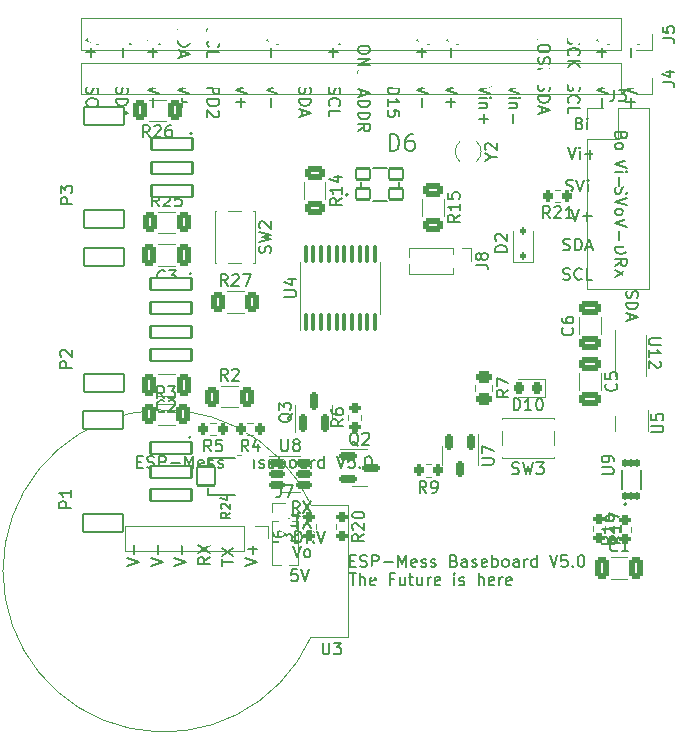
<source format=gto>
G04 #@! TF.GenerationSoftware,KiCad,Pcbnew,7.0.7*
G04 #@! TF.CreationDate,2024-01-04T14:31:22-05:00*
G04 #@! TF.ProjectId,sensor_node,73656e73-6f72-45f6-9e6f-64652e6b6963,rev?*
G04 #@! TF.SameCoordinates,Original*
G04 #@! TF.FileFunction,Legend,Top*
G04 #@! TF.FilePolarity,Positive*
%FSLAX46Y46*%
G04 Gerber Fmt 4.6, Leading zero omitted, Abs format (unit mm)*
G04 Created by KiCad (PCBNEW 7.0.7) date 2024-01-04 14:31:22*
%MOMM*%
%LPD*%
G01*
G04 APERTURE LIST*
G04 Aperture macros list*
%AMRoundRect*
0 Rectangle with rounded corners*
0 $1 Rounding radius*
0 $2 $3 $4 $5 $6 $7 $8 $9 X,Y pos of 4 corners*
0 Add a 4 corners polygon primitive as box body*
4,1,4,$2,$3,$4,$5,$6,$7,$8,$9,$2,$3,0*
0 Add four circle primitives for the rounded corners*
1,1,$1+$1,$2,$3*
1,1,$1+$1,$4,$5*
1,1,$1+$1,$6,$7*
1,1,$1+$1,$8,$9*
0 Add four rect primitives between the rounded corners*
20,1,$1+$1,$2,$3,$4,$5,0*
20,1,$1+$1,$4,$5,$6,$7,0*
20,1,$1+$1,$6,$7,$8,$9,0*
20,1,$1+$1,$8,$9,$2,$3,0*%
%AMFreePoly0*
4,1,6,0.500000,-0.850000,-0.500000,-0.850000,-0.500000,0.550000,-0.200000,0.850000,0.500000,0.850000,0.500000,-0.850000,0.500000,-0.850000,$1*%
G04 Aperture macros list end*
%ADD10C,0.150000*%
%ADD11C,0.120000*%
%ADD12C,0.127000*%
%ADD13C,0.200000*%
%ADD14C,0.152400*%
%ADD15RoundRect,0.250000X-0.625000X0.312500X-0.625000X-0.312500X0.625000X-0.312500X0.625000X0.312500X0*%
%ADD16RoundRect,0.150000X0.150000X-0.587500X0.150000X0.587500X-0.150000X0.587500X-0.150000X-0.587500X0*%
%ADD17RoundRect,0.250000X0.650000X-0.325000X0.650000X0.325000X-0.650000X0.325000X-0.650000X-0.325000X0*%
%ADD18RoundRect,0.250000X0.325000X0.650000X-0.325000X0.650000X-0.325000X-0.650000X0.325000X-0.650000X0*%
%ADD19RoundRect,0.250000X-0.312500X-0.625000X0.312500X-0.625000X0.312500X0.625000X-0.312500X0.625000X0*%
%ADD20RoundRect,0.200000X0.200000X0.275000X-0.200000X0.275000X-0.200000X-0.275000X0.200000X-0.275000X0*%
%ADD21RoundRect,0.102000X1.750000X-0.500000X1.750000X0.500000X-1.750000X0.500000X-1.750000X-0.500000X0*%
%ADD22RoundRect,0.102000X1.700000X-0.750000X1.700000X0.750000X-1.700000X0.750000X-1.700000X-0.750000X0*%
%ADD23C,1.000000*%
%ADD24RoundRect,0.102000X0.125000X-0.275000X0.125000X0.275000X-0.125000X0.275000X-0.125000X-0.275000X0*%
%ADD25RoundRect,0.200000X-0.275000X0.200000X-0.275000X-0.200000X0.275000X-0.200000X0.275000X0.200000X0*%
%ADD26R,1.000000X1.000000*%
%ADD27O,1.000000X1.000000*%
%ADD28RoundRect,0.200000X0.275000X-0.200000X0.275000X0.200000X-0.275000X0.200000X-0.275000X-0.200000X0*%
%ADD29RoundRect,0.150000X-0.512500X-0.150000X0.512500X-0.150000X0.512500X0.150000X-0.512500X0.150000X0*%
%ADD30R,1.700000X1.700000*%
%ADD31O,1.700000X1.700000*%
%ADD32RoundRect,0.250000X-0.450000X0.262500X-0.450000X-0.262500X0.450000X-0.262500X0.450000X0.262500X0*%
%ADD33RoundRect,0.112500X0.112500X-0.187500X0.112500X0.187500X-0.112500X0.187500X-0.112500X-0.187500X0*%
%ADD34RoundRect,0.150000X-0.587500X-0.150000X0.587500X-0.150000X0.587500X0.150000X-0.587500X0.150000X0*%
%ADD35RoundRect,0.102000X-0.600000X-0.450000X0.600000X-0.450000X0.600000X0.450000X-0.600000X0.450000X0*%
%ADD36RoundRect,0.150000X-0.150000X0.512500X-0.150000X-0.512500X0.150000X-0.512500X0.150000X0.512500X0*%
%ADD37R,0.250000X0.550000*%
%ADD38FreePoly0,270.000000*%
%ADD39RoundRect,0.100000X0.100000X-0.637500X0.100000X0.637500X-0.100000X0.637500X-0.100000X-0.637500X0*%
%ADD40RoundRect,0.102000X0.750000X-0.800000X0.750000X0.800000X-0.750000X0.800000X-0.750000X-0.800000X0*%
%ADD41R,2.100000X2.100000*%
%ADD42C,2.100000*%
%ADD43RoundRect,0.250000X-0.650000X0.325000X-0.650000X-0.325000X0.650000X-0.325000X0.650000X0.325000X0*%
%ADD44R,0.600000X0.720000*%
%ADD45R,0.650000X1.050000*%
%ADD46RoundRect,0.250000X0.312500X0.625000X-0.312500X0.625000X-0.312500X-0.625000X0.312500X-0.625000X0*%
%ADD47RoundRect,0.250000X-0.325000X-0.650000X0.325000X-0.650000X0.325000X0.650000X-0.325000X0.650000X0*%
%ADD48R,1.350000X1.350000*%
%ADD49O,1.350000X1.350000*%
%ADD50RoundRect,0.218750X0.218750X0.256250X-0.218750X0.256250X-0.218750X-0.256250X0.218750X-0.256250X0*%
%ADD51R,1.050000X0.650000*%
G04 APERTURE END LIST*
D10*
X104896680Y-46193922D02*
X103896680Y-46527255D01*
X103896680Y-46527255D02*
X104896680Y-46860588D01*
X104277633Y-47193922D02*
X104277633Y-47955827D01*
X103694300Y-50539160D02*
X103646680Y-50682017D01*
X103646680Y-50682017D02*
X103646680Y-50920112D01*
X103646680Y-50920112D02*
X103694300Y-51015350D01*
X103694300Y-51015350D02*
X103741919Y-51062969D01*
X103741919Y-51062969D02*
X103837157Y-51110588D01*
X103837157Y-51110588D02*
X103932395Y-51110588D01*
X103932395Y-51110588D02*
X104027633Y-51062969D01*
X104027633Y-51062969D02*
X104075252Y-51015350D01*
X104075252Y-51015350D02*
X104122871Y-50920112D01*
X104122871Y-50920112D02*
X104170490Y-50729636D01*
X104170490Y-50729636D02*
X104218109Y-50634398D01*
X104218109Y-50634398D02*
X104265728Y-50586779D01*
X104265728Y-50586779D02*
X104360966Y-50539160D01*
X104360966Y-50539160D02*
X104456204Y-50539160D01*
X104456204Y-50539160D02*
X104551442Y-50586779D01*
X104551442Y-50586779D02*
X104599061Y-50634398D01*
X104599061Y-50634398D02*
X104646680Y-50729636D01*
X104646680Y-50729636D02*
X104646680Y-50967731D01*
X104646680Y-50967731D02*
X104599061Y-51110588D01*
X103646680Y-51539160D02*
X104646680Y-51539160D01*
X104646680Y-51539160D02*
X104646680Y-51777255D01*
X104646680Y-51777255D02*
X104599061Y-51920112D01*
X104599061Y-51920112D02*
X104503823Y-52015350D01*
X104503823Y-52015350D02*
X104408585Y-52062969D01*
X104408585Y-52062969D02*
X104218109Y-52110588D01*
X104218109Y-52110588D02*
X104075252Y-52110588D01*
X104075252Y-52110588D02*
X103884776Y-52062969D01*
X103884776Y-52062969D02*
X103789538Y-52015350D01*
X103789538Y-52015350D02*
X103694300Y-51920112D01*
X103694300Y-51920112D02*
X103646680Y-51777255D01*
X103646680Y-51777255D02*
X103646680Y-51539160D01*
X103932395Y-52491541D02*
X103932395Y-52967731D01*
X103646680Y-52396303D02*
X104646680Y-52729636D01*
X104646680Y-52729636D02*
X103646680Y-53062969D01*
X117396680Y-46193922D02*
X116396680Y-46527255D01*
X116396680Y-46527255D02*
X117396680Y-46860588D01*
X116777633Y-47193922D02*
X116777633Y-47955827D01*
X126646680Y-50586779D02*
X127646680Y-50586779D01*
X127646680Y-50586779D02*
X127646680Y-50824874D01*
X127646680Y-50824874D02*
X127599061Y-50967731D01*
X127599061Y-50967731D02*
X127503823Y-51062969D01*
X127503823Y-51062969D02*
X127408585Y-51110588D01*
X127408585Y-51110588D02*
X127218109Y-51158207D01*
X127218109Y-51158207D02*
X127075252Y-51158207D01*
X127075252Y-51158207D02*
X126884776Y-51110588D01*
X126884776Y-51110588D02*
X126789538Y-51062969D01*
X126789538Y-51062969D02*
X126694300Y-50967731D01*
X126694300Y-50967731D02*
X126646680Y-50824874D01*
X126646680Y-50824874D02*
X126646680Y-50586779D01*
X126646680Y-52110588D02*
X126646680Y-51539160D01*
X126646680Y-51824874D02*
X127646680Y-51824874D01*
X127646680Y-51824874D02*
X127503823Y-51729636D01*
X127503823Y-51729636D02*
X127408585Y-51634398D01*
X127408585Y-51634398D02*
X127360966Y-51539160D01*
X127646680Y-53015350D02*
X127646680Y-52539160D01*
X127646680Y-52539160D02*
X127170490Y-52491541D01*
X127170490Y-52491541D02*
X127218109Y-52539160D01*
X127218109Y-52539160D02*
X127265728Y-52634398D01*
X127265728Y-52634398D02*
X127265728Y-52872493D01*
X127265728Y-52872493D02*
X127218109Y-52967731D01*
X127218109Y-52967731D02*
X127170490Y-53015350D01*
X127170490Y-53015350D02*
X127075252Y-53062969D01*
X127075252Y-53062969D02*
X126837157Y-53062969D01*
X126837157Y-53062969D02*
X126741919Y-53015350D01*
X126741919Y-53015350D02*
X126694300Y-52967731D01*
X126694300Y-52967731D02*
X126646680Y-52872493D01*
X126646680Y-52872493D02*
X126646680Y-52634398D01*
X126646680Y-52634398D02*
X126694300Y-52539160D01*
X126694300Y-52539160D02*
X126741919Y-52491541D01*
X142163922Y-60869819D02*
X142497255Y-61869819D01*
X142497255Y-61869819D02*
X142830588Y-60869819D01*
X143163922Y-61488866D02*
X143925827Y-61488866D01*
X143544874Y-61869819D02*
X143544874Y-61107914D01*
X132600180Y-50443922D02*
X131600180Y-50777255D01*
X131600180Y-50777255D02*
X132600180Y-51110588D01*
X131981133Y-51443922D02*
X131981133Y-52205827D01*
X131600180Y-51824874D02*
X132362085Y-51824874D01*
X121694300Y-50539160D02*
X121646680Y-50682017D01*
X121646680Y-50682017D02*
X121646680Y-50920112D01*
X121646680Y-50920112D02*
X121694300Y-51015350D01*
X121694300Y-51015350D02*
X121741919Y-51062969D01*
X121741919Y-51062969D02*
X121837157Y-51110588D01*
X121837157Y-51110588D02*
X121932395Y-51110588D01*
X121932395Y-51110588D02*
X122027633Y-51062969D01*
X122027633Y-51062969D02*
X122075252Y-51015350D01*
X122075252Y-51015350D02*
X122122871Y-50920112D01*
X122122871Y-50920112D02*
X122170490Y-50729636D01*
X122170490Y-50729636D02*
X122218109Y-50634398D01*
X122218109Y-50634398D02*
X122265728Y-50586779D01*
X122265728Y-50586779D02*
X122360966Y-50539160D01*
X122360966Y-50539160D02*
X122456204Y-50539160D01*
X122456204Y-50539160D02*
X122551442Y-50586779D01*
X122551442Y-50586779D02*
X122599061Y-50634398D01*
X122599061Y-50634398D02*
X122646680Y-50729636D01*
X122646680Y-50729636D02*
X122646680Y-50967731D01*
X122646680Y-50967731D02*
X122599061Y-51110588D01*
X121741919Y-52110588D02*
X121694300Y-52062969D01*
X121694300Y-52062969D02*
X121646680Y-51920112D01*
X121646680Y-51920112D02*
X121646680Y-51824874D01*
X121646680Y-51824874D02*
X121694300Y-51682017D01*
X121694300Y-51682017D02*
X121789538Y-51586779D01*
X121789538Y-51586779D02*
X121884776Y-51539160D01*
X121884776Y-51539160D02*
X122075252Y-51491541D01*
X122075252Y-51491541D02*
X122218109Y-51491541D01*
X122218109Y-51491541D02*
X122408585Y-51539160D01*
X122408585Y-51539160D02*
X122503823Y-51586779D01*
X122503823Y-51586779D02*
X122599061Y-51682017D01*
X122599061Y-51682017D02*
X122646680Y-51824874D01*
X122646680Y-51824874D02*
X122646680Y-51920112D01*
X122646680Y-51920112D02*
X122599061Y-52062969D01*
X122599061Y-52062969D02*
X122551442Y-52110588D01*
X121646680Y-53015350D02*
X121646680Y-52539160D01*
X121646680Y-52539160D02*
X122646680Y-52539160D01*
X101194300Y-50539160D02*
X101146680Y-50682017D01*
X101146680Y-50682017D02*
X101146680Y-50920112D01*
X101146680Y-50920112D02*
X101194300Y-51015350D01*
X101194300Y-51015350D02*
X101241919Y-51062969D01*
X101241919Y-51062969D02*
X101337157Y-51110588D01*
X101337157Y-51110588D02*
X101432395Y-51110588D01*
X101432395Y-51110588D02*
X101527633Y-51062969D01*
X101527633Y-51062969D02*
X101575252Y-51015350D01*
X101575252Y-51015350D02*
X101622871Y-50920112D01*
X101622871Y-50920112D02*
X101670490Y-50729636D01*
X101670490Y-50729636D02*
X101718109Y-50634398D01*
X101718109Y-50634398D02*
X101765728Y-50586779D01*
X101765728Y-50586779D02*
X101860966Y-50539160D01*
X101860966Y-50539160D02*
X101956204Y-50539160D01*
X101956204Y-50539160D02*
X102051442Y-50586779D01*
X102051442Y-50586779D02*
X102099061Y-50634398D01*
X102099061Y-50634398D02*
X102146680Y-50729636D01*
X102146680Y-50729636D02*
X102146680Y-50967731D01*
X102146680Y-50967731D02*
X102099061Y-51110588D01*
X101241919Y-52110588D02*
X101194300Y-52062969D01*
X101194300Y-52062969D02*
X101146680Y-51920112D01*
X101146680Y-51920112D02*
X101146680Y-51824874D01*
X101146680Y-51824874D02*
X101194300Y-51682017D01*
X101194300Y-51682017D02*
X101289538Y-51586779D01*
X101289538Y-51586779D02*
X101384776Y-51539160D01*
X101384776Y-51539160D02*
X101575252Y-51491541D01*
X101575252Y-51491541D02*
X101718109Y-51491541D01*
X101718109Y-51491541D02*
X101908585Y-51539160D01*
X101908585Y-51539160D02*
X102003823Y-51586779D01*
X102003823Y-51586779D02*
X102099061Y-51682017D01*
X102099061Y-51682017D02*
X102146680Y-51824874D01*
X102146680Y-51824874D02*
X102146680Y-51920112D01*
X102146680Y-51920112D02*
X102099061Y-52062969D01*
X102099061Y-52062969D02*
X102051442Y-52110588D01*
X101146680Y-53015350D02*
X101146680Y-52539160D01*
X101146680Y-52539160D02*
X102146680Y-52539160D01*
X104589819Y-91056077D02*
X105589819Y-90722744D01*
X105589819Y-90722744D02*
X104589819Y-90389411D01*
X105208866Y-90056077D02*
X105208866Y-89294173D01*
X117396680Y-50443922D02*
X116396680Y-50777255D01*
X116396680Y-50777255D02*
X117396680Y-51110588D01*
X116777633Y-51443922D02*
X116777633Y-52205827D01*
X130146680Y-46193922D02*
X129146680Y-46527255D01*
X129146680Y-46527255D02*
X130146680Y-46860588D01*
X129527633Y-47193922D02*
X129527633Y-47955827D01*
X129146680Y-47574874D02*
X129908585Y-47574874D01*
X135396680Y-50443922D02*
X134396680Y-50777255D01*
X134396680Y-50777255D02*
X135396680Y-51110588D01*
X134396680Y-51443922D02*
X135063347Y-51443922D01*
X135396680Y-51443922D02*
X135349061Y-51396303D01*
X135349061Y-51396303D02*
X135301442Y-51443922D01*
X135301442Y-51443922D02*
X135349061Y-51491541D01*
X135349061Y-51491541D02*
X135396680Y-51443922D01*
X135396680Y-51443922D02*
X135301442Y-51443922D01*
X135063347Y-51920112D02*
X134396680Y-51920112D01*
X134968109Y-51920112D02*
X135015728Y-51967731D01*
X135015728Y-51967731D02*
X135063347Y-52062969D01*
X135063347Y-52062969D02*
X135063347Y-52205826D01*
X135063347Y-52205826D02*
X135015728Y-52301064D01*
X135015728Y-52301064D02*
X134920490Y-52348683D01*
X134920490Y-52348683D02*
X134396680Y-52348683D01*
X134777633Y-52824874D02*
X134777633Y-53586779D01*
X134396680Y-53205826D02*
X135158585Y-53205826D01*
X107396680Y-50443922D02*
X106396680Y-50777255D01*
X106396680Y-50777255D02*
X107396680Y-51110588D01*
X106777633Y-51443922D02*
X106777633Y-52205827D01*
X108944300Y-45539160D02*
X108896680Y-45682017D01*
X108896680Y-45682017D02*
X108896680Y-45920112D01*
X108896680Y-45920112D02*
X108944300Y-46015350D01*
X108944300Y-46015350D02*
X108991919Y-46062969D01*
X108991919Y-46062969D02*
X109087157Y-46110588D01*
X109087157Y-46110588D02*
X109182395Y-46110588D01*
X109182395Y-46110588D02*
X109277633Y-46062969D01*
X109277633Y-46062969D02*
X109325252Y-46015350D01*
X109325252Y-46015350D02*
X109372871Y-45920112D01*
X109372871Y-45920112D02*
X109420490Y-45729636D01*
X109420490Y-45729636D02*
X109468109Y-45634398D01*
X109468109Y-45634398D02*
X109515728Y-45586779D01*
X109515728Y-45586779D02*
X109610966Y-45539160D01*
X109610966Y-45539160D02*
X109706204Y-45539160D01*
X109706204Y-45539160D02*
X109801442Y-45586779D01*
X109801442Y-45586779D02*
X109849061Y-45634398D01*
X109849061Y-45634398D02*
X109896680Y-45729636D01*
X109896680Y-45729636D02*
X109896680Y-45967731D01*
X109896680Y-45967731D02*
X109849061Y-46110588D01*
X108896680Y-46539160D02*
X109896680Y-46539160D01*
X109896680Y-46539160D02*
X109896680Y-46777255D01*
X109896680Y-46777255D02*
X109849061Y-46920112D01*
X109849061Y-46920112D02*
X109753823Y-47015350D01*
X109753823Y-47015350D02*
X109658585Y-47062969D01*
X109658585Y-47062969D02*
X109468109Y-47110588D01*
X109468109Y-47110588D02*
X109325252Y-47110588D01*
X109325252Y-47110588D02*
X109134776Y-47062969D01*
X109134776Y-47062969D02*
X109039538Y-47015350D01*
X109039538Y-47015350D02*
X108944300Y-46920112D01*
X108944300Y-46920112D02*
X108896680Y-46777255D01*
X108896680Y-46777255D02*
X108896680Y-46539160D01*
X109182395Y-47491541D02*
X109182395Y-47967731D01*
X108896680Y-47396303D02*
X109896680Y-47729636D01*
X109896680Y-47729636D02*
X108896680Y-48062969D01*
X147850180Y-50443922D02*
X146850180Y-50777255D01*
X146850180Y-50777255D02*
X147850180Y-51110588D01*
X147231133Y-51443922D02*
X147231133Y-52205827D01*
X146850180Y-51824874D02*
X147612085Y-51824874D01*
X111396680Y-50586779D02*
X112396680Y-50586779D01*
X112396680Y-50586779D02*
X112396680Y-50967731D01*
X112396680Y-50967731D02*
X112349061Y-51062969D01*
X112349061Y-51062969D02*
X112301442Y-51110588D01*
X112301442Y-51110588D02*
X112206204Y-51158207D01*
X112206204Y-51158207D02*
X112063347Y-51158207D01*
X112063347Y-51158207D02*
X111968109Y-51110588D01*
X111968109Y-51110588D02*
X111920490Y-51062969D01*
X111920490Y-51062969D02*
X111872871Y-50967731D01*
X111872871Y-50967731D02*
X111872871Y-50586779D01*
X111396680Y-51586779D02*
X112396680Y-51586779D01*
X112396680Y-51586779D02*
X112396680Y-51824874D01*
X112396680Y-51824874D02*
X112349061Y-51967731D01*
X112349061Y-51967731D02*
X112253823Y-52062969D01*
X112253823Y-52062969D02*
X112158585Y-52110588D01*
X112158585Y-52110588D02*
X111968109Y-52158207D01*
X111968109Y-52158207D02*
X111825252Y-52158207D01*
X111825252Y-52158207D02*
X111634776Y-52110588D01*
X111634776Y-52110588D02*
X111539538Y-52062969D01*
X111539538Y-52062969D02*
X111444300Y-51967731D01*
X111444300Y-51967731D02*
X111396680Y-51824874D01*
X111396680Y-51824874D02*
X111396680Y-51586779D01*
X112301442Y-52539160D02*
X112349061Y-52586779D01*
X112349061Y-52586779D02*
X112396680Y-52682017D01*
X112396680Y-52682017D02*
X112396680Y-52920112D01*
X112396680Y-52920112D02*
X112349061Y-53015350D01*
X112349061Y-53015350D02*
X112301442Y-53062969D01*
X112301442Y-53062969D02*
X112206204Y-53110588D01*
X112206204Y-53110588D02*
X112110966Y-53110588D01*
X112110966Y-53110588D02*
X111968109Y-53062969D01*
X111968109Y-53062969D02*
X111396680Y-52491541D01*
X111396680Y-52491541D02*
X111396680Y-53110588D01*
X114850180Y-50443922D02*
X113850180Y-50777255D01*
X113850180Y-50777255D02*
X114850180Y-51110588D01*
X114231133Y-51443922D02*
X114231133Y-52205827D01*
X113850180Y-51824874D02*
X114612085Y-51824874D01*
X118806779Y-89119819D02*
X118806779Y-88119819D01*
X118806779Y-88119819D02*
X119044874Y-88119819D01*
X119044874Y-88119819D02*
X119187731Y-88167438D01*
X119187731Y-88167438D02*
X119282969Y-88262676D01*
X119282969Y-88262676D02*
X119330588Y-88357914D01*
X119330588Y-88357914D02*
X119378207Y-88548390D01*
X119378207Y-88548390D02*
X119378207Y-88691247D01*
X119378207Y-88691247D02*
X119330588Y-88881723D01*
X119330588Y-88881723D02*
X119282969Y-88976961D01*
X119282969Y-88976961D02*
X119187731Y-89072200D01*
X119187731Y-89072200D02*
X119044874Y-89119819D01*
X119044874Y-89119819D02*
X118806779Y-89119819D01*
X120378207Y-89119819D02*
X120044874Y-88643628D01*
X119806779Y-89119819D02*
X119806779Y-88119819D01*
X119806779Y-88119819D02*
X120187731Y-88119819D01*
X120187731Y-88119819D02*
X120282969Y-88167438D01*
X120282969Y-88167438D02*
X120330588Y-88215057D01*
X120330588Y-88215057D02*
X120378207Y-88310295D01*
X120378207Y-88310295D02*
X120378207Y-88453152D01*
X120378207Y-88453152D02*
X120330588Y-88548390D01*
X120330588Y-88548390D02*
X120282969Y-88596009D01*
X120282969Y-88596009D02*
X120187731Y-88643628D01*
X120187731Y-88643628D02*
X119806779Y-88643628D01*
X120663922Y-88119819D02*
X120997255Y-89119819D01*
X120997255Y-89119819D02*
X121330588Y-88119819D01*
X124432395Y-50789160D02*
X124432395Y-51265350D01*
X124146680Y-50693922D02*
X125146680Y-51027255D01*
X125146680Y-51027255D02*
X124146680Y-51360588D01*
X124146680Y-51693922D02*
X125146680Y-51693922D01*
X125146680Y-51693922D02*
X125146680Y-51932017D01*
X125146680Y-51932017D02*
X125099061Y-52074874D01*
X125099061Y-52074874D02*
X125003823Y-52170112D01*
X125003823Y-52170112D02*
X124908585Y-52217731D01*
X124908585Y-52217731D02*
X124718109Y-52265350D01*
X124718109Y-52265350D02*
X124575252Y-52265350D01*
X124575252Y-52265350D02*
X124384776Y-52217731D01*
X124384776Y-52217731D02*
X124289538Y-52170112D01*
X124289538Y-52170112D02*
X124194300Y-52074874D01*
X124194300Y-52074874D02*
X124146680Y-51932017D01*
X124146680Y-51932017D02*
X124146680Y-51693922D01*
X124146680Y-52693922D02*
X125146680Y-52693922D01*
X125146680Y-52693922D02*
X125146680Y-52932017D01*
X125146680Y-52932017D02*
X125099061Y-53074874D01*
X125099061Y-53074874D02*
X125003823Y-53170112D01*
X125003823Y-53170112D02*
X124908585Y-53217731D01*
X124908585Y-53217731D02*
X124718109Y-53265350D01*
X124718109Y-53265350D02*
X124575252Y-53265350D01*
X124575252Y-53265350D02*
X124384776Y-53217731D01*
X124384776Y-53217731D02*
X124289538Y-53170112D01*
X124289538Y-53170112D02*
X124194300Y-53074874D01*
X124194300Y-53074874D02*
X124146680Y-52932017D01*
X124146680Y-52932017D02*
X124146680Y-52693922D01*
X124146680Y-54265350D02*
X124622871Y-53932017D01*
X124146680Y-53693922D02*
X125146680Y-53693922D01*
X125146680Y-53693922D02*
X125146680Y-54074874D01*
X125146680Y-54074874D02*
X125099061Y-54170112D01*
X125099061Y-54170112D02*
X125051442Y-54217731D01*
X125051442Y-54217731D02*
X124956204Y-54265350D01*
X124956204Y-54265350D02*
X124813347Y-54265350D01*
X124813347Y-54265350D02*
X124718109Y-54217731D01*
X124718109Y-54217731D02*
X124670490Y-54170112D01*
X124670490Y-54170112D02*
X124622871Y-54074874D01*
X124622871Y-54074874D02*
X124622871Y-53693922D01*
X118622687Y-89354819D02*
X118956020Y-90354819D01*
X118956020Y-90354819D02*
X119289353Y-89354819D01*
X119765544Y-90354819D02*
X119670306Y-90307200D01*
X119670306Y-90307200D02*
X119622687Y-90259580D01*
X119622687Y-90259580D02*
X119575068Y-90164342D01*
X119575068Y-90164342D02*
X119575068Y-89878628D01*
X119575068Y-89878628D02*
X119622687Y-89783390D01*
X119622687Y-89783390D02*
X119670306Y-89735771D01*
X119670306Y-89735771D02*
X119765544Y-89688152D01*
X119765544Y-89688152D02*
X119908401Y-89688152D01*
X119908401Y-89688152D02*
X120003639Y-89735771D01*
X120003639Y-89735771D02*
X120051258Y-89783390D01*
X120051258Y-89783390D02*
X120098877Y-89878628D01*
X120098877Y-89878628D02*
X120098877Y-90164342D01*
X120098877Y-90164342D02*
X120051258Y-90259580D01*
X120051258Y-90259580D02*
X120003639Y-90307200D01*
X120003639Y-90307200D02*
X119908401Y-90354819D01*
X119908401Y-90354819D02*
X119765544Y-90354819D01*
X145396680Y-46193922D02*
X144396680Y-46527255D01*
X144396680Y-46527255D02*
X145396680Y-46860588D01*
X144777633Y-47193922D02*
X144777633Y-47955827D01*
X144396680Y-47574874D02*
X145158585Y-47574874D01*
X112589819Y-91056077D02*
X112589819Y-90484649D01*
X113589819Y-90770363D02*
X112589819Y-90770363D01*
X112589819Y-90246553D02*
X113589819Y-89579887D01*
X112589819Y-89579887D02*
X113589819Y-90246553D01*
X141759160Y-59322200D02*
X141902017Y-59369819D01*
X141902017Y-59369819D02*
X142140112Y-59369819D01*
X142140112Y-59369819D02*
X142235350Y-59322200D01*
X142235350Y-59322200D02*
X142282969Y-59274580D01*
X142282969Y-59274580D02*
X142330588Y-59179342D01*
X142330588Y-59179342D02*
X142330588Y-59084104D01*
X142330588Y-59084104D02*
X142282969Y-58988866D01*
X142282969Y-58988866D02*
X142235350Y-58941247D01*
X142235350Y-58941247D02*
X142140112Y-58893628D01*
X142140112Y-58893628D02*
X141949636Y-58846009D01*
X141949636Y-58846009D02*
X141854398Y-58798390D01*
X141854398Y-58798390D02*
X141806779Y-58750771D01*
X141806779Y-58750771D02*
X141759160Y-58655533D01*
X141759160Y-58655533D02*
X141759160Y-58560295D01*
X141759160Y-58560295D02*
X141806779Y-58465057D01*
X141806779Y-58465057D02*
X141854398Y-58417438D01*
X141854398Y-58417438D02*
X141949636Y-58369819D01*
X141949636Y-58369819D02*
X142187731Y-58369819D01*
X142187731Y-58369819D02*
X142330588Y-58417438D01*
X142616303Y-58369819D02*
X142949636Y-59369819D01*
X142949636Y-59369819D02*
X143282969Y-58369819D01*
X143616303Y-59369819D02*
X143616303Y-58703152D01*
X143616303Y-58369819D02*
X143568684Y-58417438D01*
X143568684Y-58417438D02*
X143616303Y-58465057D01*
X143616303Y-58465057D02*
X143663922Y-58417438D01*
X143663922Y-58417438D02*
X143616303Y-58369819D01*
X143616303Y-58369819D02*
X143616303Y-58465057D01*
X139444300Y-50289160D02*
X139396680Y-50432017D01*
X139396680Y-50432017D02*
X139396680Y-50670112D01*
X139396680Y-50670112D02*
X139444300Y-50765350D01*
X139444300Y-50765350D02*
X139491919Y-50812969D01*
X139491919Y-50812969D02*
X139587157Y-50860588D01*
X139587157Y-50860588D02*
X139682395Y-50860588D01*
X139682395Y-50860588D02*
X139777633Y-50812969D01*
X139777633Y-50812969D02*
X139825252Y-50765350D01*
X139825252Y-50765350D02*
X139872871Y-50670112D01*
X139872871Y-50670112D02*
X139920490Y-50479636D01*
X139920490Y-50479636D02*
X139968109Y-50384398D01*
X139968109Y-50384398D02*
X140015728Y-50336779D01*
X140015728Y-50336779D02*
X140110966Y-50289160D01*
X140110966Y-50289160D02*
X140206204Y-50289160D01*
X140206204Y-50289160D02*
X140301442Y-50336779D01*
X140301442Y-50336779D02*
X140349061Y-50384398D01*
X140349061Y-50384398D02*
X140396680Y-50479636D01*
X140396680Y-50479636D02*
X140396680Y-50717731D01*
X140396680Y-50717731D02*
X140349061Y-50860588D01*
X139396680Y-51289160D02*
X140396680Y-51289160D01*
X140396680Y-51289160D02*
X140396680Y-51527255D01*
X140396680Y-51527255D02*
X140349061Y-51670112D01*
X140349061Y-51670112D02*
X140253823Y-51765350D01*
X140253823Y-51765350D02*
X140158585Y-51812969D01*
X140158585Y-51812969D02*
X139968109Y-51860588D01*
X139968109Y-51860588D02*
X139825252Y-51860588D01*
X139825252Y-51860588D02*
X139634776Y-51812969D01*
X139634776Y-51812969D02*
X139539538Y-51765350D01*
X139539538Y-51765350D02*
X139444300Y-51670112D01*
X139444300Y-51670112D02*
X139396680Y-51527255D01*
X139396680Y-51527255D02*
X139396680Y-51289160D01*
X139682395Y-52241541D02*
X139682395Y-52717731D01*
X139396680Y-52146303D02*
X140396680Y-52479636D01*
X140396680Y-52479636D02*
X139396680Y-52812969D01*
X119191678Y-86609819D02*
X118858345Y-86133628D01*
X118620250Y-86609819D02*
X118620250Y-85609819D01*
X118620250Y-85609819D02*
X119001202Y-85609819D01*
X119001202Y-85609819D02*
X119096440Y-85657438D01*
X119096440Y-85657438D02*
X119144059Y-85705057D01*
X119144059Y-85705057D02*
X119191678Y-85800295D01*
X119191678Y-85800295D02*
X119191678Y-85943152D01*
X119191678Y-85943152D02*
X119144059Y-86038390D01*
X119144059Y-86038390D02*
X119096440Y-86086009D01*
X119096440Y-86086009D02*
X119001202Y-86133628D01*
X119001202Y-86133628D02*
X118620250Y-86133628D01*
X119525012Y-85609819D02*
X120191678Y-86609819D01*
X120191678Y-85609819D02*
X119525012Y-86609819D01*
X139396680Y-45836779D02*
X140396680Y-45836779D01*
X140396680Y-45836779D02*
X139682395Y-46170112D01*
X139682395Y-46170112D02*
X140396680Y-46503445D01*
X140396680Y-46503445D02*
X139396680Y-46503445D01*
X140396680Y-47170112D02*
X140396680Y-47360588D01*
X140396680Y-47360588D02*
X140349061Y-47455826D01*
X140349061Y-47455826D02*
X140253823Y-47551064D01*
X140253823Y-47551064D02*
X140063347Y-47598683D01*
X140063347Y-47598683D02*
X139730014Y-47598683D01*
X139730014Y-47598683D02*
X139539538Y-47551064D01*
X139539538Y-47551064D02*
X139444300Y-47455826D01*
X139444300Y-47455826D02*
X139396680Y-47360588D01*
X139396680Y-47360588D02*
X139396680Y-47170112D01*
X139396680Y-47170112D02*
X139444300Y-47074874D01*
X139444300Y-47074874D02*
X139539538Y-46979636D01*
X139539538Y-46979636D02*
X139730014Y-46932017D01*
X139730014Y-46932017D02*
X140063347Y-46932017D01*
X140063347Y-46932017D02*
X140253823Y-46979636D01*
X140253823Y-46979636D02*
X140349061Y-47074874D01*
X140349061Y-47074874D02*
X140396680Y-47170112D01*
X139444300Y-47979636D02*
X139396680Y-48122493D01*
X139396680Y-48122493D02*
X139396680Y-48360588D01*
X139396680Y-48360588D02*
X139444300Y-48455826D01*
X139444300Y-48455826D02*
X139491919Y-48503445D01*
X139491919Y-48503445D02*
X139587157Y-48551064D01*
X139587157Y-48551064D02*
X139682395Y-48551064D01*
X139682395Y-48551064D02*
X139777633Y-48503445D01*
X139777633Y-48503445D02*
X139825252Y-48455826D01*
X139825252Y-48455826D02*
X139872871Y-48360588D01*
X139872871Y-48360588D02*
X139920490Y-48170112D01*
X139920490Y-48170112D02*
X139968109Y-48074874D01*
X139968109Y-48074874D02*
X140015728Y-48027255D01*
X140015728Y-48027255D02*
X140110966Y-47979636D01*
X140110966Y-47979636D02*
X140206204Y-47979636D01*
X140206204Y-47979636D02*
X140301442Y-48027255D01*
X140301442Y-48027255D02*
X140349061Y-48074874D01*
X140349061Y-48074874D02*
X140396680Y-48170112D01*
X140396680Y-48170112D02*
X140396680Y-48408207D01*
X140396680Y-48408207D02*
X140349061Y-48551064D01*
X139396680Y-48979636D02*
X140396680Y-48979636D01*
X146896680Y-56693922D02*
X145896680Y-57027255D01*
X145896680Y-57027255D02*
X146896680Y-57360588D01*
X145896680Y-57693922D02*
X146563347Y-57693922D01*
X146896680Y-57693922D02*
X146849061Y-57646303D01*
X146849061Y-57646303D02*
X146801442Y-57693922D01*
X146801442Y-57693922D02*
X146849061Y-57741541D01*
X146849061Y-57741541D02*
X146896680Y-57693922D01*
X146896680Y-57693922D02*
X146801442Y-57693922D01*
X146277633Y-58170112D02*
X146277633Y-58932017D01*
X141913922Y-55619819D02*
X142247255Y-56619819D01*
X142247255Y-56619819D02*
X142580588Y-55619819D01*
X142913922Y-56619819D02*
X142913922Y-55953152D01*
X142913922Y-55619819D02*
X142866303Y-55667438D01*
X142866303Y-55667438D02*
X142913922Y-55715057D01*
X142913922Y-55715057D02*
X142961541Y-55667438D01*
X142961541Y-55667438D02*
X142913922Y-55619819D01*
X142913922Y-55619819D02*
X142913922Y-55715057D01*
X143390112Y-56238866D02*
X144152017Y-56238866D01*
X143771064Y-56619819D02*
X143771064Y-55857914D01*
X119012969Y-91369819D02*
X118536779Y-91369819D01*
X118536779Y-91369819D02*
X118489160Y-91846009D01*
X118489160Y-91846009D02*
X118536779Y-91798390D01*
X118536779Y-91798390D02*
X118632017Y-91750771D01*
X118632017Y-91750771D02*
X118870112Y-91750771D01*
X118870112Y-91750771D02*
X118965350Y-91798390D01*
X118965350Y-91798390D02*
X119012969Y-91846009D01*
X119012969Y-91846009D02*
X119060588Y-91941247D01*
X119060588Y-91941247D02*
X119060588Y-92179342D01*
X119060588Y-92179342D02*
X119012969Y-92274580D01*
X119012969Y-92274580D02*
X118965350Y-92322200D01*
X118965350Y-92322200D02*
X118870112Y-92369819D01*
X118870112Y-92369819D02*
X118632017Y-92369819D01*
X118632017Y-92369819D02*
X118536779Y-92322200D01*
X118536779Y-92322200D02*
X118489160Y-92274580D01*
X119346303Y-91369819D02*
X119679636Y-92369819D01*
X119679636Y-92369819D02*
X120012969Y-91369819D01*
X109896680Y-50443922D02*
X108896680Y-50777255D01*
X108896680Y-50777255D02*
X109896680Y-51110588D01*
X109277633Y-51443922D02*
X109277633Y-52205827D01*
X108896680Y-51824874D02*
X109658585Y-51824874D01*
X105436779Y-82246009D02*
X105770112Y-82246009D01*
X105912969Y-82769819D02*
X105436779Y-82769819D01*
X105436779Y-82769819D02*
X105436779Y-81769819D01*
X105436779Y-81769819D02*
X105912969Y-81769819D01*
X106293922Y-82722200D02*
X106436779Y-82769819D01*
X106436779Y-82769819D02*
X106674874Y-82769819D01*
X106674874Y-82769819D02*
X106770112Y-82722200D01*
X106770112Y-82722200D02*
X106817731Y-82674580D01*
X106817731Y-82674580D02*
X106865350Y-82579342D01*
X106865350Y-82579342D02*
X106865350Y-82484104D01*
X106865350Y-82484104D02*
X106817731Y-82388866D01*
X106817731Y-82388866D02*
X106770112Y-82341247D01*
X106770112Y-82341247D02*
X106674874Y-82293628D01*
X106674874Y-82293628D02*
X106484398Y-82246009D01*
X106484398Y-82246009D02*
X106389160Y-82198390D01*
X106389160Y-82198390D02*
X106341541Y-82150771D01*
X106341541Y-82150771D02*
X106293922Y-82055533D01*
X106293922Y-82055533D02*
X106293922Y-81960295D01*
X106293922Y-81960295D02*
X106341541Y-81865057D01*
X106341541Y-81865057D02*
X106389160Y-81817438D01*
X106389160Y-81817438D02*
X106484398Y-81769819D01*
X106484398Y-81769819D02*
X106722493Y-81769819D01*
X106722493Y-81769819D02*
X106865350Y-81817438D01*
X107293922Y-82769819D02*
X107293922Y-81769819D01*
X107293922Y-81769819D02*
X107674874Y-81769819D01*
X107674874Y-81769819D02*
X107770112Y-81817438D01*
X107770112Y-81817438D02*
X107817731Y-81865057D01*
X107817731Y-81865057D02*
X107865350Y-81960295D01*
X107865350Y-81960295D02*
X107865350Y-82103152D01*
X107865350Y-82103152D02*
X107817731Y-82198390D01*
X107817731Y-82198390D02*
X107770112Y-82246009D01*
X107770112Y-82246009D02*
X107674874Y-82293628D01*
X107674874Y-82293628D02*
X107293922Y-82293628D01*
X108293922Y-82388866D02*
X109055827Y-82388866D01*
X109532017Y-82769819D02*
X109532017Y-81769819D01*
X109532017Y-81769819D02*
X109865350Y-82484104D01*
X109865350Y-82484104D02*
X110198683Y-81769819D01*
X110198683Y-81769819D02*
X110198683Y-82769819D01*
X111055826Y-82722200D02*
X110960588Y-82769819D01*
X110960588Y-82769819D02*
X110770112Y-82769819D01*
X110770112Y-82769819D02*
X110674874Y-82722200D01*
X110674874Y-82722200D02*
X110627255Y-82626961D01*
X110627255Y-82626961D02*
X110627255Y-82246009D01*
X110627255Y-82246009D02*
X110674874Y-82150771D01*
X110674874Y-82150771D02*
X110770112Y-82103152D01*
X110770112Y-82103152D02*
X110960588Y-82103152D01*
X110960588Y-82103152D02*
X111055826Y-82150771D01*
X111055826Y-82150771D02*
X111103445Y-82246009D01*
X111103445Y-82246009D02*
X111103445Y-82341247D01*
X111103445Y-82341247D02*
X110627255Y-82436485D01*
X111484398Y-82722200D02*
X111579636Y-82769819D01*
X111579636Y-82769819D02*
X111770112Y-82769819D01*
X111770112Y-82769819D02*
X111865350Y-82722200D01*
X111865350Y-82722200D02*
X111912969Y-82626961D01*
X111912969Y-82626961D02*
X111912969Y-82579342D01*
X111912969Y-82579342D02*
X111865350Y-82484104D01*
X111865350Y-82484104D02*
X111770112Y-82436485D01*
X111770112Y-82436485D02*
X111627255Y-82436485D01*
X111627255Y-82436485D02*
X111532017Y-82388866D01*
X111532017Y-82388866D02*
X111484398Y-82293628D01*
X111484398Y-82293628D02*
X111484398Y-82246009D01*
X111484398Y-82246009D02*
X111532017Y-82150771D01*
X111532017Y-82150771D02*
X111627255Y-82103152D01*
X111627255Y-82103152D02*
X111770112Y-82103152D01*
X111770112Y-82103152D02*
X111865350Y-82150771D01*
X112293922Y-82722200D02*
X112389160Y-82769819D01*
X112389160Y-82769819D02*
X112579636Y-82769819D01*
X112579636Y-82769819D02*
X112674874Y-82722200D01*
X112674874Y-82722200D02*
X112722493Y-82626961D01*
X112722493Y-82626961D02*
X112722493Y-82579342D01*
X112722493Y-82579342D02*
X112674874Y-82484104D01*
X112674874Y-82484104D02*
X112579636Y-82436485D01*
X112579636Y-82436485D02*
X112436779Y-82436485D01*
X112436779Y-82436485D02*
X112341541Y-82388866D01*
X112341541Y-82388866D02*
X112293922Y-82293628D01*
X112293922Y-82293628D02*
X112293922Y-82246009D01*
X112293922Y-82246009D02*
X112341541Y-82150771D01*
X112341541Y-82150771D02*
X112436779Y-82103152D01*
X112436779Y-82103152D02*
X112579636Y-82103152D01*
X112579636Y-82103152D02*
X112674874Y-82150771D01*
X114246303Y-82246009D02*
X114389160Y-82293628D01*
X114389160Y-82293628D02*
X114436779Y-82341247D01*
X114436779Y-82341247D02*
X114484398Y-82436485D01*
X114484398Y-82436485D02*
X114484398Y-82579342D01*
X114484398Y-82579342D02*
X114436779Y-82674580D01*
X114436779Y-82674580D02*
X114389160Y-82722200D01*
X114389160Y-82722200D02*
X114293922Y-82769819D01*
X114293922Y-82769819D02*
X113912970Y-82769819D01*
X113912970Y-82769819D02*
X113912970Y-81769819D01*
X113912970Y-81769819D02*
X114246303Y-81769819D01*
X114246303Y-81769819D02*
X114341541Y-81817438D01*
X114341541Y-81817438D02*
X114389160Y-81865057D01*
X114389160Y-81865057D02*
X114436779Y-81960295D01*
X114436779Y-81960295D02*
X114436779Y-82055533D01*
X114436779Y-82055533D02*
X114389160Y-82150771D01*
X114389160Y-82150771D02*
X114341541Y-82198390D01*
X114341541Y-82198390D02*
X114246303Y-82246009D01*
X114246303Y-82246009D02*
X113912970Y-82246009D01*
X115341541Y-82769819D02*
X115341541Y-82246009D01*
X115341541Y-82246009D02*
X115293922Y-82150771D01*
X115293922Y-82150771D02*
X115198684Y-82103152D01*
X115198684Y-82103152D02*
X115008208Y-82103152D01*
X115008208Y-82103152D02*
X114912970Y-82150771D01*
X115341541Y-82722200D02*
X115246303Y-82769819D01*
X115246303Y-82769819D02*
X115008208Y-82769819D01*
X115008208Y-82769819D02*
X114912970Y-82722200D01*
X114912970Y-82722200D02*
X114865351Y-82626961D01*
X114865351Y-82626961D02*
X114865351Y-82531723D01*
X114865351Y-82531723D02*
X114912970Y-82436485D01*
X114912970Y-82436485D02*
X115008208Y-82388866D01*
X115008208Y-82388866D02*
X115246303Y-82388866D01*
X115246303Y-82388866D02*
X115341541Y-82341247D01*
X115770113Y-82722200D02*
X115865351Y-82769819D01*
X115865351Y-82769819D02*
X116055827Y-82769819D01*
X116055827Y-82769819D02*
X116151065Y-82722200D01*
X116151065Y-82722200D02*
X116198684Y-82626961D01*
X116198684Y-82626961D02*
X116198684Y-82579342D01*
X116198684Y-82579342D02*
X116151065Y-82484104D01*
X116151065Y-82484104D02*
X116055827Y-82436485D01*
X116055827Y-82436485D02*
X115912970Y-82436485D01*
X115912970Y-82436485D02*
X115817732Y-82388866D01*
X115817732Y-82388866D02*
X115770113Y-82293628D01*
X115770113Y-82293628D02*
X115770113Y-82246009D01*
X115770113Y-82246009D02*
X115817732Y-82150771D01*
X115817732Y-82150771D02*
X115912970Y-82103152D01*
X115912970Y-82103152D02*
X116055827Y-82103152D01*
X116055827Y-82103152D02*
X116151065Y-82150771D01*
X117008208Y-82722200D02*
X116912970Y-82769819D01*
X116912970Y-82769819D02*
X116722494Y-82769819D01*
X116722494Y-82769819D02*
X116627256Y-82722200D01*
X116627256Y-82722200D02*
X116579637Y-82626961D01*
X116579637Y-82626961D02*
X116579637Y-82246009D01*
X116579637Y-82246009D02*
X116627256Y-82150771D01*
X116627256Y-82150771D02*
X116722494Y-82103152D01*
X116722494Y-82103152D02*
X116912970Y-82103152D01*
X116912970Y-82103152D02*
X117008208Y-82150771D01*
X117008208Y-82150771D02*
X117055827Y-82246009D01*
X117055827Y-82246009D02*
X117055827Y-82341247D01*
X117055827Y-82341247D02*
X116579637Y-82436485D01*
X117484399Y-82769819D02*
X117484399Y-81769819D01*
X117484399Y-82150771D02*
X117579637Y-82103152D01*
X117579637Y-82103152D02*
X117770113Y-82103152D01*
X117770113Y-82103152D02*
X117865351Y-82150771D01*
X117865351Y-82150771D02*
X117912970Y-82198390D01*
X117912970Y-82198390D02*
X117960589Y-82293628D01*
X117960589Y-82293628D02*
X117960589Y-82579342D01*
X117960589Y-82579342D02*
X117912970Y-82674580D01*
X117912970Y-82674580D02*
X117865351Y-82722200D01*
X117865351Y-82722200D02*
X117770113Y-82769819D01*
X117770113Y-82769819D02*
X117579637Y-82769819D01*
X117579637Y-82769819D02*
X117484399Y-82722200D01*
X118532018Y-82769819D02*
X118436780Y-82722200D01*
X118436780Y-82722200D02*
X118389161Y-82674580D01*
X118389161Y-82674580D02*
X118341542Y-82579342D01*
X118341542Y-82579342D02*
X118341542Y-82293628D01*
X118341542Y-82293628D02*
X118389161Y-82198390D01*
X118389161Y-82198390D02*
X118436780Y-82150771D01*
X118436780Y-82150771D02*
X118532018Y-82103152D01*
X118532018Y-82103152D02*
X118674875Y-82103152D01*
X118674875Y-82103152D02*
X118770113Y-82150771D01*
X118770113Y-82150771D02*
X118817732Y-82198390D01*
X118817732Y-82198390D02*
X118865351Y-82293628D01*
X118865351Y-82293628D02*
X118865351Y-82579342D01*
X118865351Y-82579342D02*
X118817732Y-82674580D01*
X118817732Y-82674580D02*
X118770113Y-82722200D01*
X118770113Y-82722200D02*
X118674875Y-82769819D01*
X118674875Y-82769819D02*
X118532018Y-82769819D01*
X119722494Y-82769819D02*
X119722494Y-82246009D01*
X119722494Y-82246009D02*
X119674875Y-82150771D01*
X119674875Y-82150771D02*
X119579637Y-82103152D01*
X119579637Y-82103152D02*
X119389161Y-82103152D01*
X119389161Y-82103152D02*
X119293923Y-82150771D01*
X119722494Y-82722200D02*
X119627256Y-82769819D01*
X119627256Y-82769819D02*
X119389161Y-82769819D01*
X119389161Y-82769819D02*
X119293923Y-82722200D01*
X119293923Y-82722200D02*
X119246304Y-82626961D01*
X119246304Y-82626961D02*
X119246304Y-82531723D01*
X119246304Y-82531723D02*
X119293923Y-82436485D01*
X119293923Y-82436485D02*
X119389161Y-82388866D01*
X119389161Y-82388866D02*
X119627256Y-82388866D01*
X119627256Y-82388866D02*
X119722494Y-82341247D01*
X120198685Y-82769819D02*
X120198685Y-82103152D01*
X120198685Y-82293628D02*
X120246304Y-82198390D01*
X120246304Y-82198390D02*
X120293923Y-82150771D01*
X120293923Y-82150771D02*
X120389161Y-82103152D01*
X120389161Y-82103152D02*
X120484399Y-82103152D01*
X121246304Y-82769819D02*
X121246304Y-81769819D01*
X121246304Y-82722200D02*
X121151066Y-82769819D01*
X121151066Y-82769819D02*
X120960590Y-82769819D01*
X120960590Y-82769819D02*
X120865352Y-82722200D01*
X120865352Y-82722200D02*
X120817733Y-82674580D01*
X120817733Y-82674580D02*
X120770114Y-82579342D01*
X120770114Y-82579342D02*
X120770114Y-82293628D01*
X120770114Y-82293628D02*
X120817733Y-82198390D01*
X120817733Y-82198390D02*
X120865352Y-82150771D01*
X120865352Y-82150771D02*
X120960590Y-82103152D01*
X120960590Y-82103152D02*
X121151066Y-82103152D01*
X121151066Y-82103152D02*
X121246304Y-82150771D01*
X122341543Y-81769819D02*
X122674876Y-82769819D01*
X122674876Y-82769819D02*
X123008209Y-81769819D01*
X123817733Y-81769819D02*
X123341543Y-81769819D01*
X123341543Y-81769819D02*
X123293924Y-82246009D01*
X123293924Y-82246009D02*
X123341543Y-82198390D01*
X123341543Y-82198390D02*
X123436781Y-82150771D01*
X123436781Y-82150771D02*
X123674876Y-82150771D01*
X123674876Y-82150771D02*
X123770114Y-82198390D01*
X123770114Y-82198390D02*
X123817733Y-82246009D01*
X123817733Y-82246009D02*
X123865352Y-82341247D01*
X123865352Y-82341247D02*
X123865352Y-82579342D01*
X123865352Y-82579342D02*
X123817733Y-82674580D01*
X123817733Y-82674580D02*
X123770114Y-82722200D01*
X123770114Y-82722200D02*
X123674876Y-82769819D01*
X123674876Y-82769819D02*
X123436781Y-82769819D01*
X123436781Y-82769819D02*
X123341543Y-82722200D01*
X123341543Y-82722200D02*
X123293924Y-82674580D01*
X124293924Y-82674580D02*
X124341543Y-82722200D01*
X124341543Y-82722200D02*
X124293924Y-82769819D01*
X124293924Y-82769819D02*
X124246305Y-82722200D01*
X124246305Y-82722200D02*
X124293924Y-82674580D01*
X124293924Y-82674580D02*
X124293924Y-82769819D01*
X124960590Y-81769819D02*
X125055828Y-81769819D01*
X125055828Y-81769819D02*
X125151066Y-81817438D01*
X125151066Y-81817438D02*
X125198685Y-81865057D01*
X125198685Y-81865057D02*
X125246304Y-81960295D01*
X125246304Y-81960295D02*
X125293923Y-82150771D01*
X125293923Y-82150771D02*
X125293923Y-82388866D01*
X125293923Y-82388866D02*
X125246304Y-82579342D01*
X125246304Y-82579342D02*
X125198685Y-82674580D01*
X125198685Y-82674580D02*
X125151066Y-82722200D01*
X125151066Y-82722200D02*
X125055828Y-82769819D01*
X125055828Y-82769819D02*
X124960590Y-82769819D01*
X124960590Y-82769819D02*
X124865352Y-82722200D01*
X124865352Y-82722200D02*
X124817733Y-82674580D01*
X124817733Y-82674580D02*
X124770114Y-82579342D01*
X124770114Y-82579342D02*
X124722495Y-82388866D01*
X124722495Y-82388866D02*
X124722495Y-82150771D01*
X124722495Y-82150771D02*
X124770114Y-81960295D01*
X124770114Y-81960295D02*
X124817733Y-81865057D01*
X124817733Y-81865057D02*
X124865352Y-81817438D01*
X124865352Y-81817438D02*
X124960590Y-81769819D01*
X111444300Y-45539160D02*
X111396680Y-45682017D01*
X111396680Y-45682017D02*
X111396680Y-45920112D01*
X111396680Y-45920112D02*
X111444300Y-46015350D01*
X111444300Y-46015350D02*
X111491919Y-46062969D01*
X111491919Y-46062969D02*
X111587157Y-46110588D01*
X111587157Y-46110588D02*
X111682395Y-46110588D01*
X111682395Y-46110588D02*
X111777633Y-46062969D01*
X111777633Y-46062969D02*
X111825252Y-46015350D01*
X111825252Y-46015350D02*
X111872871Y-45920112D01*
X111872871Y-45920112D02*
X111920490Y-45729636D01*
X111920490Y-45729636D02*
X111968109Y-45634398D01*
X111968109Y-45634398D02*
X112015728Y-45586779D01*
X112015728Y-45586779D02*
X112110966Y-45539160D01*
X112110966Y-45539160D02*
X112206204Y-45539160D01*
X112206204Y-45539160D02*
X112301442Y-45586779D01*
X112301442Y-45586779D02*
X112349061Y-45634398D01*
X112349061Y-45634398D02*
X112396680Y-45729636D01*
X112396680Y-45729636D02*
X112396680Y-45967731D01*
X112396680Y-45967731D02*
X112349061Y-46110588D01*
X111491919Y-47110588D02*
X111444300Y-47062969D01*
X111444300Y-47062969D02*
X111396680Y-46920112D01*
X111396680Y-46920112D02*
X111396680Y-46824874D01*
X111396680Y-46824874D02*
X111444300Y-46682017D01*
X111444300Y-46682017D02*
X111539538Y-46586779D01*
X111539538Y-46586779D02*
X111634776Y-46539160D01*
X111634776Y-46539160D02*
X111825252Y-46491541D01*
X111825252Y-46491541D02*
X111968109Y-46491541D01*
X111968109Y-46491541D02*
X112158585Y-46539160D01*
X112158585Y-46539160D02*
X112253823Y-46586779D01*
X112253823Y-46586779D02*
X112349061Y-46682017D01*
X112349061Y-46682017D02*
X112396680Y-46824874D01*
X112396680Y-46824874D02*
X112396680Y-46920112D01*
X112396680Y-46920112D02*
X112349061Y-47062969D01*
X112349061Y-47062969D02*
X112301442Y-47110588D01*
X111396680Y-48015350D02*
X111396680Y-47539160D01*
X111396680Y-47539160D02*
X112396680Y-47539160D01*
X141509160Y-64322200D02*
X141652017Y-64369819D01*
X141652017Y-64369819D02*
X141890112Y-64369819D01*
X141890112Y-64369819D02*
X141985350Y-64322200D01*
X141985350Y-64322200D02*
X142032969Y-64274580D01*
X142032969Y-64274580D02*
X142080588Y-64179342D01*
X142080588Y-64179342D02*
X142080588Y-64084104D01*
X142080588Y-64084104D02*
X142032969Y-63988866D01*
X142032969Y-63988866D02*
X141985350Y-63941247D01*
X141985350Y-63941247D02*
X141890112Y-63893628D01*
X141890112Y-63893628D02*
X141699636Y-63846009D01*
X141699636Y-63846009D02*
X141604398Y-63798390D01*
X141604398Y-63798390D02*
X141556779Y-63750771D01*
X141556779Y-63750771D02*
X141509160Y-63655533D01*
X141509160Y-63655533D02*
X141509160Y-63560295D01*
X141509160Y-63560295D02*
X141556779Y-63465057D01*
X141556779Y-63465057D02*
X141604398Y-63417438D01*
X141604398Y-63417438D02*
X141699636Y-63369819D01*
X141699636Y-63369819D02*
X141937731Y-63369819D01*
X141937731Y-63369819D02*
X142080588Y-63417438D01*
X142509160Y-64369819D02*
X142509160Y-63369819D01*
X142509160Y-63369819D02*
X142747255Y-63369819D01*
X142747255Y-63369819D02*
X142890112Y-63417438D01*
X142890112Y-63417438D02*
X142985350Y-63512676D01*
X142985350Y-63512676D02*
X143032969Y-63607914D01*
X143032969Y-63607914D02*
X143080588Y-63798390D01*
X143080588Y-63798390D02*
X143080588Y-63941247D01*
X143080588Y-63941247D02*
X143032969Y-64131723D01*
X143032969Y-64131723D02*
X142985350Y-64226961D01*
X142985350Y-64226961D02*
X142890112Y-64322200D01*
X142890112Y-64322200D02*
X142747255Y-64369819D01*
X142747255Y-64369819D02*
X142509160Y-64369819D01*
X143461541Y-64084104D02*
X143937731Y-64084104D01*
X143366303Y-64369819D02*
X143699636Y-63369819D01*
X143699636Y-63369819D02*
X144032969Y-64369819D01*
X145896680Y-64086779D02*
X146896680Y-64086779D01*
X146896680Y-64086779D02*
X146896680Y-64324874D01*
X146896680Y-64324874D02*
X146849061Y-64467731D01*
X146849061Y-64467731D02*
X146753823Y-64562969D01*
X146753823Y-64562969D02*
X146658585Y-64610588D01*
X146658585Y-64610588D02*
X146468109Y-64658207D01*
X146468109Y-64658207D02*
X146325252Y-64658207D01*
X146325252Y-64658207D02*
X146134776Y-64610588D01*
X146134776Y-64610588D02*
X146039538Y-64562969D01*
X146039538Y-64562969D02*
X145944300Y-64467731D01*
X145944300Y-64467731D02*
X145896680Y-64324874D01*
X145896680Y-64324874D02*
X145896680Y-64086779D01*
X145896680Y-65658207D02*
X146372871Y-65324874D01*
X145896680Y-65086779D02*
X146896680Y-65086779D01*
X146896680Y-65086779D02*
X146896680Y-65467731D01*
X146896680Y-65467731D02*
X146849061Y-65562969D01*
X146849061Y-65562969D02*
X146801442Y-65610588D01*
X146801442Y-65610588D02*
X146706204Y-65658207D01*
X146706204Y-65658207D02*
X146563347Y-65658207D01*
X146563347Y-65658207D02*
X146468109Y-65610588D01*
X146468109Y-65610588D02*
X146420490Y-65562969D01*
X146420490Y-65562969D02*
X146372871Y-65467731D01*
X146372871Y-65467731D02*
X146372871Y-65086779D01*
X146896680Y-65991541D02*
X145896680Y-66658207D01*
X146896680Y-66658207D02*
X145896680Y-65991541D01*
X118663922Y-86869819D02*
X119235350Y-86869819D01*
X118949636Y-87869819D02*
X118949636Y-86869819D01*
X119473446Y-86869819D02*
X120140112Y-87869819D01*
X120140112Y-86869819D02*
X119473446Y-87869819D01*
X147896680Y-46193922D02*
X146896680Y-46527255D01*
X146896680Y-46527255D02*
X147896680Y-46860588D01*
X147277633Y-47193922D02*
X147277633Y-47955827D01*
X106589819Y-91056077D02*
X107589819Y-90722744D01*
X107589819Y-90722744D02*
X106589819Y-90389411D01*
X107208866Y-90056077D02*
X107208866Y-89294173D01*
X111589819Y-90341792D02*
X111113628Y-90675125D01*
X111589819Y-90913220D02*
X110589819Y-90913220D01*
X110589819Y-90913220D02*
X110589819Y-90532268D01*
X110589819Y-90532268D02*
X110637438Y-90437030D01*
X110637438Y-90437030D02*
X110685057Y-90389411D01*
X110685057Y-90389411D02*
X110780295Y-90341792D01*
X110780295Y-90341792D02*
X110923152Y-90341792D01*
X110923152Y-90341792D02*
X111018390Y-90389411D01*
X111018390Y-90389411D02*
X111066009Y-90437030D01*
X111066009Y-90437030D02*
X111113628Y-90532268D01*
X111113628Y-90532268D02*
X111113628Y-90913220D01*
X110589819Y-90008458D02*
X111589819Y-89341792D01*
X110589819Y-89341792D02*
X111589819Y-90008458D01*
X114589819Y-91056077D02*
X115589819Y-90722744D01*
X115589819Y-90722744D02*
X114589819Y-90389411D01*
X115208866Y-90056077D02*
X115208866Y-89294173D01*
X115589819Y-89675125D02*
X114827914Y-89675125D01*
X132646680Y-46193922D02*
X131646680Y-46527255D01*
X131646680Y-46527255D02*
X132646680Y-46860588D01*
X132027633Y-47193922D02*
X132027633Y-47955827D01*
X145944300Y-59039160D02*
X145896680Y-59182017D01*
X145896680Y-59182017D02*
X145896680Y-59420112D01*
X145896680Y-59420112D02*
X145944300Y-59515350D01*
X145944300Y-59515350D02*
X145991919Y-59562969D01*
X145991919Y-59562969D02*
X146087157Y-59610588D01*
X146087157Y-59610588D02*
X146182395Y-59610588D01*
X146182395Y-59610588D02*
X146277633Y-59562969D01*
X146277633Y-59562969D02*
X146325252Y-59515350D01*
X146325252Y-59515350D02*
X146372871Y-59420112D01*
X146372871Y-59420112D02*
X146420490Y-59229636D01*
X146420490Y-59229636D02*
X146468109Y-59134398D01*
X146468109Y-59134398D02*
X146515728Y-59086779D01*
X146515728Y-59086779D02*
X146610966Y-59039160D01*
X146610966Y-59039160D02*
X146706204Y-59039160D01*
X146706204Y-59039160D02*
X146801442Y-59086779D01*
X146801442Y-59086779D02*
X146849061Y-59134398D01*
X146849061Y-59134398D02*
X146896680Y-59229636D01*
X146896680Y-59229636D02*
X146896680Y-59467731D01*
X146896680Y-59467731D02*
X146849061Y-59610588D01*
X146896680Y-59896303D02*
X145896680Y-60229636D01*
X145896680Y-60229636D02*
X146896680Y-60562969D01*
X145896680Y-61039160D02*
X145944300Y-60943922D01*
X145944300Y-60943922D02*
X145991919Y-60896303D01*
X145991919Y-60896303D02*
X146087157Y-60848684D01*
X146087157Y-60848684D02*
X146372871Y-60848684D01*
X146372871Y-60848684D02*
X146468109Y-60896303D01*
X146468109Y-60896303D02*
X146515728Y-60943922D01*
X146515728Y-60943922D02*
X146563347Y-61039160D01*
X146563347Y-61039160D02*
X146563347Y-61182017D01*
X146563347Y-61182017D02*
X146515728Y-61277255D01*
X146515728Y-61277255D02*
X146468109Y-61324874D01*
X146468109Y-61324874D02*
X146372871Y-61372493D01*
X146372871Y-61372493D02*
X146087157Y-61372493D01*
X146087157Y-61372493D02*
X145991919Y-61324874D01*
X145991919Y-61324874D02*
X145944300Y-61277255D01*
X145944300Y-61277255D02*
X145896680Y-61182017D01*
X145896680Y-61182017D02*
X145896680Y-61039160D01*
X108589819Y-91056077D02*
X109589819Y-90722744D01*
X109589819Y-90722744D02*
X108589819Y-90389411D01*
X109208866Y-90056077D02*
X109208866Y-89294173D01*
X146897800Y-67789160D02*
X146850180Y-67932017D01*
X146850180Y-67932017D02*
X146850180Y-68170112D01*
X146850180Y-68170112D02*
X146897800Y-68265350D01*
X146897800Y-68265350D02*
X146945419Y-68312969D01*
X146945419Y-68312969D02*
X147040657Y-68360588D01*
X147040657Y-68360588D02*
X147135895Y-68360588D01*
X147135895Y-68360588D02*
X147231133Y-68312969D01*
X147231133Y-68312969D02*
X147278752Y-68265350D01*
X147278752Y-68265350D02*
X147326371Y-68170112D01*
X147326371Y-68170112D02*
X147373990Y-67979636D01*
X147373990Y-67979636D02*
X147421609Y-67884398D01*
X147421609Y-67884398D02*
X147469228Y-67836779D01*
X147469228Y-67836779D02*
X147564466Y-67789160D01*
X147564466Y-67789160D02*
X147659704Y-67789160D01*
X147659704Y-67789160D02*
X147754942Y-67836779D01*
X147754942Y-67836779D02*
X147802561Y-67884398D01*
X147802561Y-67884398D02*
X147850180Y-67979636D01*
X147850180Y-67979636D02*
X147850180Y-68217731D01*
X147850180Y-68217731D02*
X147802561Y-68360588D01*
X146850180Y-68789160D02*
X147850180Y-68789160D01*
X147850180Y-68789160D02*
X147850180Y-69027255D01*
X147850180Y-69027255D02*
X147802561Y-69170112D01*
X147802561Y-69170112D02*
X147707323Y-69265350D01*
X147707323Y-69265350D02*
X147612085Y-69312969D01*
X147612085Y-69312969D02*
X147421609Y-69360588D01*
X147421609Y-69360588D02*
X147278752Y-69360588D01*
X147278752Y-69360588D02*
X147088276Y-69312969D01*
X147088276Y-69312969D02*
X146993038Y-69265350D01*
X146993038Y-69265350D02*
X146897800Y-69170112D01*
X146897800Y-69170112D02*
X146850180Y-69027255D01*
X146850180Y-69027255D02*
X146850180Y-68789160D01*
X147135895Y-69741541D02*
X147135895Y-70217731D01*
X146850180Y-69646303D02*
X147850180Y-69979636D01*
X147850180Y-69979636D02*
X146850180Y-70312969D01*
X141509160Y-66822200D02*
X141652017Y-66869819D01*
X141652017Y-66869819D02*
X141890112Y-66869819D01*
X141890112Y-66869819D02*
X141985350Y-66822200D01*
X141985350Y-66822200D02*
X142032969Y-66774580D01*
X142032969Y-66774580D02*
X142080588Y-66679342D01*
X142080588Y-66679342D02*
X142080588Y-66584104D01*
X142080588Y-66584104D02*
X142032969Y-66488866D01*
X142032969Y-66488866D02*
X141985350Y-66441247D01*
X141985350Y-66441247D02*
X141890112Y-66393628D01*
X141890112Y-66393628D02*
X141699636Y-66346009D01*
X141699636Y-66346009D02*
X141604398Y-66298390D01*
X141604398Y-66298390D02*
X141556779Y-66250771D01*
X141556779Y-66250771D02*
X141509160Y-66155533D01*
X141509160Y-66155533D02*
X141509160Y-66060295D01*
X141509160Y-66060295D02*
X141556779Y-65965057D01*
X141556779Y-65965057D02*
X141604398Y-65917438D01*
X141604398Y-65917438D02*
X141699636Y-65869819D01*
X141699636Y-65869819D02*
X141937731Y-65869819D01*
X141937731Y-65869819D02*
X142080588Y-65917438D01*
X143080588Y-66774580D02*
X143032969Y-66822200D01*
X143032969Y-66822200D02*
X142890112Y-66869819D01*
X142890112Y-66869819D02*
X142794874Y-66869819D01*
X142794874Y-66869819D02*
X142652017Y-66822200D01*
X142652017Y-66822200D02*
X142556779Y-66726961D01*
X142556779Y-66726961D02*
X142509160Y-66631723D01*
X142509160Y-66631723D02*
X142461541Y-66441247D01*
X142461541Y-66441247D02*
X142461541Y-66298390D01*
X142461541Y-66298390D02*
X142509160Y-66107914D01*
X142509160Y-66107914D02*
X142556779Y-66012676D01*
X142556779Y-66012676D02*
X142652017Y-65917438D01*
X142652017Y-65917438D02*
X142794874Y-65869819D01*
X142794874Y-65869819D02*
X142890112Y-65869819D01*
X142890112Y-65869819D02*
X143032969Y-65917438D01*
X143032969Y-65917438D02*
X143080588Y-65965057D01*
X143985350Y-66869819D02*
X143509160Y-66869819D01*
X143509160Y-66869819D02*
X143509160Y-65869819D01*
X107396680Y-46193922D02*
X106396680Y-46527255D01*
X106396680Y-46527255D02*
X107396680Y-46860588D01*
X106777633Y-47193922D02*
X106777633Y-47955827D01*
X106396680Y-47574874D02*
X107158585Y-47574874D01*
X124146680Y-46086779D02*
X125146680Y-46086779D01*
X125146680Y-46086779D02*
X125146680Y-46324874D01*
X125146680Y-46324874D02*
X125099061Y-46467731D01*
X125099061Y-46467731D02*
X125003823Y-46562969D01*
X125003823Y-46562969D02*
X124908585Y-46610588D01*
X124908585Y-46610588D02*
X124718109Y-46658207D01*
X124718109Y-46658207D02*
X124575252Y-46658207D01*
X124575252Y-46658207D02*
X124384776Y-46610588D01*
X124384776Y-46610588D02*
X124289538Y-46562969D01*
X124289538Y-46562969D02*
X124194300Y-46467731D01*
X124194300Y-46467731D02*
X124146680Y-46324874D01*
X124146680Y-46324874D02*
X124146680Y-46086779D01*
X125146680Y-47277255D02*
X125146680Y-47467731D01*
X125146680Y-47467731D02*
X125099061Y-47562969D01*
X125099061Y-47562969D02*
X125003823Y-47658207D01*
X125003823Y-47658207D02*
X124813347Y-47705826D01*
X124813347Y-47705826D02*
X124480014Y-47705826D01*
X124480014Y-47705826D02*
X124289538Y-47658207D01*
X124289538Y-47658207D02*
X124194300Y-47562969D01*
X124194300Y-47562969D02*
X124146680Y-47467731D01*
X124146680Y-47467731D02*
X124146680Y-47277255D01*
X124146680Y-47277255D02*
X124194300Y-47182017D01*
X124194300Y-47182017D02*
X124289538Y-47086779D01*
X124289538Y-47086779D02*
X124480014Y-47039160D01*
X124480014Y-47039160D02*
X124813347Y-47039160D01*
X124813347Y-47039160D02*
X125003823Y-47086779D01*
X125003823Y-47086779D02*
X125099061Y-47182017D01*
X125099061Y-47182017D02*
X125146680Y-47277255D01*
X124146680Y-48134398D02*
X125146680Y-48134398D01*
X125146680Y-48134398D02*
X124146680Y-48705826D01*
X124146680Y-48705826D02*
X125146680Y-48705826D01*
X124670490Y-49182017D02*
X124670490Y-49515350D01*
X124146680Y-49658207D02*
X124146680Y-49182017D01*
X124146680Y-49182017D02*
X125146680Y-49182017D01*
X125146680Y-49182017D02*
X125146680Y-49658207D01*
X122646680Y-46193922D02*
X121646680Y-46527255D01*
X121646680Y-46527255D02*
X122646680Y-46860588D01*
X122027633Y-47193922D02*
X122027633Y-47955827D01*
X121646680Y-47574874D02*
X122408585Y-47574874D01*
X123456779Y-90646009D02*
X123790112Y-90646009D01*
X123932969Y-91169819D02*
X123456779Y-91169819D01*
X123456779Y-91169819D02*
X123456779Y-90169819D01*
X123456779Y-90169819D02*
X123932969Y-90169819D01*
X124313922Y-91122200D02*
X124456779Y-91169819D01*
X124456779Y-91169819D02*
X124694874Y-91169819D01*
X124694874Y-91169819D02*
X124790112Y-91122200D01*
X124790112Y-91122200D02*
X124837731Y-91074580D01*
X124837731Y-91074580D02*
X124885350Y-90979342D01*
X124885350Y-90979342D02*
X124885350Y-90884104D01*
X124885350Y-90884104D02*
X124837731Y-90788866D01*
X124837731Y-90788866D02*
X124790112Y-90741247D01*
X124790112Y-90741247D02*
X124694874Y-90693628D01*
X124694874Y-90693628D02*
X124504398Y-90646009D01*
X124504398Y-90646009D02*
X124409160Y-90598390D01*
X124409160Y-90598390D02*
X124361541Y-90550771D01*
X124361541Y-90550771D02*
X124313922Y-90455533D01*
X124313922Y-90455533D02*
X124313922Y-90360295D01*
X124313922Y-90360295D02*
X124361541Y-90265057D01*
X124361541Y-90265057D02*
X124409160Y-90217438D01*
X124409160Y-90217438D02*
X124504398Y-90169819D01*
X124504398Y-90169819D02*
X124742493Y-90169819D01*
X124742493Y-90169819D02*
X124885350Y-90217438D01*
X125313922Y-91169819D02*
X125313922Y-90169819D01*
X125313922Y-90169819D02*
X125694874Y-90169819D01*
X125694874Y-90169819D02*
X125790112Y-90217438D01*
X125790112Y-90217438D02*
X125837731Y-90265057D01*
X125837731Y-90265057D02*
X125885350Y-90360295D01*
X125885350Y-90360295D02*
X125885350Y-90503152D01*
X125885350Y-90503152D02*
X125837731Y-90598390D01*
X125837731Y-90598390D02*
X125790112Y-90646009D01*
X125790112Y-90646009D02*
X125694874Y-90693628D01*
X125694874Y-90693628D02*
X125313922Y-90693628D01*
X126313922Y-90788866D02*
X127075827Y-90788866D01*
X127552017Y-91169819D02*
X127552017Y-90169819D01*
X127552017Y-90169819D02*
X127885350Y-90884104D01*
X127885350Y-90884104D02*
X128218683Y-90169819D01*
X128218683Y-90169819D02*
X128218683Y-91169819D01*
X129075826Y-91122200D02*
X128980588Y-91169819D01*
X128980588Y-91169819D02*
X128790112Y-91169819D01*
X128790112Y-91169819D02*
X128694874Y-91122200D01*
X128694874Y-91122200D02*
X128647255Y-91026961D01*
X128647255Y-91026961D02*
X128647255Y-90646009D01*
X128647255Y-90646009D02*
X128694874Y-90550771D01*
X128694874Y-90550771D02*
X128790112Y-90503152D01*
X128790112Y-90503152D02*
X128980588Y-90503152D01*
X128980588Y-90503152D02*
X129075826Y-90550771D01*
X129075826Y-90550771D02*
X129123445Y-90646009D01*
X129123445Y-90646009D02*
X129123445Y-90741247D01*
X129123445Y-90741247D02*
X128647255Y-90836485D01*
X129504398Y-91122200D02*
X129599636Y-91169819D01*
X129599636Y-91169819D02*
X129790112Y-91169819D01*
X129790112Y-91169819D02*
X129885350Y-91122200D01*
X129885350Y-91122200D02*
X129932969Y-91026961D01*
X129932969Y-91026961D02*
X129932969Y-90979342D01*
X129932969Y-90979342D02*
X129885350Y-90884104D01*
X129885350Y-90884104D02*
X129790112Y-90836485D01*
X129790112Y-90836485D02*
X129647255Y-90836485D01*
X129647255Y-90836485D02*
X129552017Y-90788866D01*
X129552017Y-90788866D02*
X129504398Y-90693628D01*
X129504398Y-90693628D02*
X129504398Y-90646009D01*
X129504398Y-90646009D02*
X129552017Y-90550771D01*
X129552017Y-90550771D02*
X129647255Y-90503152D01*
X129647255Y-90503152D02*
X129790112Y-90503152D01*
X129790112Y-90503152D02*
X129885350Y-90550771D01*
X130313922Y-91122200D02*
X130409160Y-91169819D01*
X130409160Y-91169819D02*
X130599636Y-91169819D01*
X130599636Y-91169819D02*
X130694874Y-91122200D01*
X130694874Y-91122200D02*
X130742493Y-91026961D01*
X130742493Y-91026961D02*
X130742493Y-90979342D01*
X130742493Y-90979342D02*
X130694874Y-90884104D01*
X130694874Y-90884104D02*
X130599636Y-90836485D01*
X130599636Y-90836485D02*
X130456779Y-90836485D01*
X130456779Y-90836485D02*
X130361541Y-90788866D01*
X130361541Y-90788866D02*
X130313922Y-90693628D01*
X130313922Y-90693628D02*
X130313922Y-90646009D01*
X130313922Y-90646009D02*
X130361541Y-90550771D01*
X130361541Y-90550771D02*
X130456779Y-90503152D01*
X130456779Y-90503152D02*
X130599636Y-90503152D01*
X130599636Y-90503152D02*
X130694874Y-90550771D01*
X132266303Y-90646009D02*
X132409160Y-90693628D01*
X132409160Y-90693628D02*
X132456779Y-90741247D01*
X132456779Y-90741247D02*
X132504398Y-90836485D01*
X132504398Y-90836485D02*
X132504398Y-90979342D01*
X132504398Y-90979342D02*
X132456779Y-91074580D01*
X132456779Y-91074580D02*
X132409160Y-91122200D01*
X132409160Y-91122200D02*
X132313922Y-91169819D01*
X132313922Y-91169819D02*
X131932970Y-91169819D01*
X131932970Y-91169819D02*
X131932970Y-90169819D01*
X131932970Y-90169819D02*
X132266303Y-90169819D01*
X132266303Y-90169819D02*
X132361541Y-90217438D01*
X132361541Y-90217438D02*
X132409160Y-90265057D01*
X132409160Y-90265057D02*
X132456779Y-90360295D01*
X132456779Y-90360295D02*
X132456779Y-90455533D01*
X132456779Y-90455533D02*
X132409160Y-90550771D01*
X132409160Y-90550771D02*
X132361541Y-90598390D01*
X132361541Y-90598390D02*
X132266303Y-90646009D01*
X132266303Y-90646009D02*
X131932970Y-90646009D01*
X133361541Y-91169819D02*
X133361541Y-90646009D01*
X133361541Y-90646009D02*
X133313922Y-90550771D01*
X133313922Y-90550771D02*
X133218684Y-90503152D01*
X133218684Y-90503152D02*
X133028208Y-90503152D01*
X133028208Y-90503152D02*
X132932970Y-90550771D01*
X133361541Y-91122200D02*
X133266303Y-91169819D01*
X133266303Y-91169819D02*
X133028208Y-91169819D01*
X133028208Y-91169819D02*
X132932970Y-91122200D01*
X132932970Y-91122200D02*
X132885351Y-91026961D01*
X132885351Y-91026961D02*
X132885351Y-90931723D01*
X132885351Y-90931723D02*
X132932970Y-90836485D01*
X132932970Y-90836485D02*
X133028208Y-90788866D01*
X133028208Y-90788866D02*
X133266303Y-90788866D01*
X133266303Y-90788866D02*
X133361541Y-90741247D01*
X133790113Y-91122200D02*
X133885351Y-91169819D01*
X133885351Y-91169819D02*
X134075827Y-91169819D01*
X134075827Y-91169819D02*
X134171065Y-91122200D01*
X134171065Y-91122200D02*
X134218684Y-91026961D01*
X134218684Y-91026961D02*
X134218684Y-90979342D01*
X134218684Y-90979342D02*
X134171065Y-90884104D01*
X134171065Y-90884104D02*
X134075827Y-90836485D01*
X134075827Y-90836485D02*
X133932970Y-90836485D01*
X133932970Y-90836485D02*
X133837732Y-90788866D01*
X133837732Y-90788866D02*
X133790113Y-90693628D01*
X133790113Y-90693628D02*
X133790113Y-90646009D01*
X133790113Y-90646009D02*
X133837732Y-90550771D01*
X133837732Y-90550771D02*
X133932970Y-90503152D01*
X133932970Y-90503152D02*
X134075827Y-90503152D01*
X134075827Y-90503152D02*
X134171065Y-90550771D01*
X135028208Y-91122200D02*
X134932970Y-91169819D01*
X134932970Y-91169819D02*
X134742494Y-91169819D01*
X134742494Y-91169819D02*
X134647256Y-91122200D01*
X134647256Y-91122200D02*
X134599637Y-91026961D01*
X134599637Y-91026961D02*
X134599637Y-90646009D01*
X134599637Y-90646009D02*
X134647256Y-90550771D01*
X134647256Y-90550771D02*
X134742494Y-90503152D01*
X134742494Y-90503152D02*
X134932970Y-90503152D01*
X134932970Y-90503152D02*
X135028208Y-90550771D01*
X135028208Y-90550771D02*
X135075827Y-90646009D01*
X135075827Y-90646009D02*
X135075827Y-90741247D01*
X135075827Y-90741247D02*
X134599637Y-90836485D01*
X135504399Y-91169819D02*
X135504399Y-90169819D01*
X135504399Y-90550771D02*
X135599637Y-90503152D01*
X135599637Y-90503152D02*
X135790113Y-90503152D01*
X135790113Y-90503152D02*
X135885351Y-90550771D01*
X135885351Y-90550771D02*
X135932970Y-90598390D01*
X135932970Y-90598390D02*
X135980589Y-90693628D01*
X135980589Y-90693628D02*
X135980589Y-90979342D01*
X135980589Y-90979342D02*
X135932970Y-91074580D01*
X135932970Y-91074580D02*
X135885351Y-91122200D01*
X135885351Y-91122200D02*
X135790113Y-91169819D01*
X135790113Y-91169819D02*
X135599637Y-91169819D01*
X135599637Y-91169819D02*
X135504399Y-91122200D01*
X136552018Y-91169819D02*
X136456780Y-91122200D01*
X136456780Y-91122200D02*
X136409161Y-91074580D01*
X136409161Y-91074580D02*
X136361542Y-90979342D01*
X136361542Y-90979342D02*
X136361542Y-90693628D01*
X136361542Y-90693628D02*
X136409161Y-90598390D01*
X136409161Y-90598390D02*
X136456780Y-90550771D01*
X136456780Y-90550771D02*
X136552018Y-90503152D01*
X136552018Y-90503152D02*
X136694875Y-90503152D01*
X136694875Y-90503152D02*
X136790113Y-90550771D01*
X136790113Y-90550771D02*
X136837732Y-90598390D01*
X136837732Y-90598390D02*
X136885351Y-90693628D01*
X136885351Y-90693628D02*
X136885351Y-90979342D01*
X136885351Y-90979342D02*
X136837732Y-91074580D01*
X136837732Y-91074580D02*
X136790113Y-91122200D01*
X136790113Y-91122200D02*
X136694875Y-91169819D01*
X136694875Y-91169819D02*
X136552018Y-91169819D01*
X137742494Y-91169819D02*
X137742494Y-90646009D01*
X137742494Y-90646009D02*
X137694875Y-90550771D01*
X137694875Y-90550771D02*
X137599637Y-90503152D01*
X137599637Y-90503152D02*
X137409161Y-90503152D01*
X137409161Y-90503152D02*
X137313923Y-90550771D01*
X137742494Y-91122200D02*
X137647256Y-91169819D01*
X137647256Y-91169819D02*
X137409161Y-91169819D01*
X137409161Y-91169819D02*
X137313923Y-91122200D01*
X137313923Y-91122200D02*
X137266304Y-91026961D01*
X137266304Y-91026961D02*
X137266304Y-90931723D01*
X137266304Y-90931723D02*
X137313923Y-90836485D01*
X137313923Y-90836485D02*
X137409161Y-90788866D01*
X137409161Y-90788866D02*
X137647256Y-90788866D01*
X137647256Y-90788866D02*
X137742494Y-90741247D01*
X138218685Y-91169819D02*
X138218685Y-90503152D01*
X138218685Y-90693628D02*
X138266304Y-90598390D01*
X138266304Y-90598390D02*
X138313923Y-90550771D01*
X138313923Y-90550771D02*
X138409161Y-90503152D01*
X138409161Y-90503152D02*
X138504399Y-90503152D01*
X139266304Y-91169819D02*
X139266304Y-90169819D01*
X139266304Y-91122200D02*
X139171066Y-91169819D01*
X139171066Y-91169819D02*
X138980590Y-91169819D01*
X138980590Y-91169819D02*
X138885352Y-91122200D01*
X138885352Y-91122200D02*
X138837733Y-91074580D01*
X138837733Y-91074580D02*
X138790114Y-90979342D01*
X138790114Y-90979342D02*
X138790114Y-90693628D01*
X138790114Y-90693628D02*
X138837733Y-90598390D01*
X138837733Y-90598390D02*
X138885352Y-90550771D01*
X138885352Y-90550771D02*
X138980590Y-90503152D01*
X138980590Y-90503152D02*
X139171066Y-90503152D01*
X139171066Y-90503152D02*
X139266304Y-90550771D01*
X140361543Y-90169819D02*
X140694876Y-91169819D01*
X140694876Y-91169819D02*
X141028209Y-90169819D01*
X141837733Y-90169819D02*
X141361543Y-90169819D01*
X141361543Y-90169819D02*
X141313924Y-90646009D01*
X141313924Y-90646009D02*
X141361543Y-90598390D01*
X141361543Y-90598390D02*
X141456781Y-90550771D01*
X141456781Y-90550771D02*
X141694876Y-90550771D01*
X141694876Y-90550771D02*
X141790114Y-90598390D01*
X141790114Y-90598390D02*
X141837733Y-90646009D01*
X141837733Y-90646009D02*
X141885352Y-90741247D01*
X141885352Y-90741247D02*
X141885352Y-90979342D01*
X141885352Y-90979342D02*
X141837733Y-91074580D01*
X141837733Y-91074580D02*
X141790114Y-91122200D01*
X141790114Y-91122200D02*
X141694876Y-91169819D01*
X141694876Y-91169819D02*
X141456781Y-91169819D01*
X141456781Y-91169819D02*
X141361543Y-91122200D01*
X141361543Y-91122200D02*
X141313924Y-91074580D01*
X142313924Y-91074580D02*
X142361543Y-91122200D01*
X142361543Y-91122200D02*
X142313924Y-91169819D01*
X142313924Y-91169819D02*
X142266305Y-91122200D01*
X142266305Y-91122200D02*
X142313924Y-91074580D01*
X142313924Y-91074580D02*
X142313924Y-91169819D01*
X142980590Y-90169819D02*
X143075828Y-90169819D01*
X143075828Y-90169819D02*
X143171066Y-90217438D01*
X143171066Y-90217438D02*
X143218685Y-90265057D01*
X143218685Y-90265057D02*
X143266304Y-90360295D01*
X143266304Y-90360295D02*
X143313923Y-90550771D01*
X143313923Y-90550771D02*
X143313923Y-90788866D01*
X143313923Y-90788866D02*
X143266304Y-90979342D01*
X143266304Y-90979342D02*
X143218685Y-91074580D01*
X143218685Y-91074580D02*
X143171066Y-91122200D01*
X143171066Y-91122200D02*
X143075828Y-91169819D01*
X143075828Y-91169819D02*
X142980590Y-91169819D01*
X142980590Y-91169819D02*
X142885352Y-91122200D01*
X142885352Y-91122200D02*
X142837733Y-91074580D01*
X142837733Y-91074580D02*
X142790114Y-90979342D01*
X142790114Y-90979342D02*
X142742495Y-90788866D01*
X142742495Y-90788866D02*
X142742495Y-90550771D01*
X142742495Y-90550771D02*
X142790114Y-90360295D01*
X142790114Y-90360295D02*
X142837733Y-90265057D01*
X142837733Y-90265057D02*
X142885352Y-90217438D01*
X142885352Y-90217438D02*
X142980590Y-90169819D01*
X145396680Y-50443922D02*
X144396680Y-50777255D01*
X144396680Y-50777255D02*
X145396680Y-51110588D01*
X144777633Y-51443922D02*
X144777633Y-52205827D01*
X146420490Y-54670112D02*
X146372871Y-54812969D01*
X146372871Y-54812969D02*
X146325252Y-54860588D01*
X146325252Y-54860588D02*
X146230014Y-54908207D01*
X146230014Y-54908207D02*
X146087157Y-54908207D01*
X146087157Y-54908207D02*
X145991919Y-54860588D01*
X145991919Y-54860588D02*
X145944300Y-54812969D01*
X145944300Y-54812969D02*
X145896680Y-54717731D01*
X145896680Y-54717731D02*
X145896680Y-54336779D01*
X145896680Y-54336779D02*
X146896680Y-54336779D01*
X146896680Y-54336779D02*
X146896680Y-54670112D01*
X146896680Y-54670112D02*
X146849061Y-54765350D01*
X146849061Y-54765350D02*
X146801442Y-54812969D01*
X146801442Y-54812969D02*
X146706204Y-54860588D01*
X146706204Y-54860588D02*
X146610966Y-54860588D01*
X146610966Y-54860588D02*
X146515728Y-54812969D01*
X146515728Y-54812969D02*
X146468109Y-54765350D01*
X146468109Y-54765350D02*
X146420490Y-54670112D01*
X146420490Y-54670112D02*
X146420490Y-54336779D01*
X145896680Y-55479636D02*
X145944300Y-55384398D01*
X145944300Y-55384398D02*
X145991919Y-55336779D01*
X145991919Y-55336779D02*
X146087157Y-55289160D01*
X146087157Y-55289160D02*
X146372871Y-55289160D01*
X146372871Y-55289160D02*
X146468109Y-55336779D01*
X146468109Y-55336779D02*
X146515728Y-55384398D01*
X146515728Y-55384398D02*
X146563347Y-55479636D01*
X146563347Y-55479636D02*
X146563347Y-55622493D01*
X146563347Y-55622493D02*
X146515728Y-55717731D01*
X146515728Y-55717731D02*
X146468109Y-55765350D01*
X146468109Y-55765350D02*
X146372871Y-55812969D01*
X146372871Y-55812969D02*
X146087157Y-55812969D01*
X146087157Y-55812969D02*
X145991919Y-55765350D01*
X145991919Y-55765350D02*
X145944300Y-55717731D01*
X145944300Y-55717731D02*
X145896680Y-55622493D01*
X145896680Y-55622493D02*
X145896680Y-55479636D01*
X123393922Y-91719819D02*
X123965350Y-91719819D01*
X123679636Y-92719819D02*
X123679636Y-91719819D01*
X124298684Y-92719819D02*
X124298684Y-91719819D01*
X124727255Y-92719819D02*
X124727255Y-92196009D01*
X124727255Y-92196009D02*
X124679636Y-92100771D01*
X124679636Y-92100771D02*
X124584398Y-92053152D01*
X124584398Y-92053152D02*
X124441541Y-92053152D01*
X124441541Y-92053152D02*
X124346303Y-92100771D01*
X124346303Y-92100771D02*
X124298684Y-92148390D01*
X125584398Y-92672200D02*
X125489160Y-92719819D01*
X125489160Y-92719819D02*
X125298684Y-92719819D01*
X125298684Y-92719819D02*
X125203446Y-92672200D01*
X125203446Y-92672200D02*
X125155827Y-92576961D01*
X125155827Y-92576961D02*
X125155827Y-92196009D01*
X125155827Y-92196009D02*
X125203446Y-92100771D01*
X125203446Y-92100771D02*
X125298684Y-92053152D01*
X125298684Y-92053152D02*
X125489160Y-92053152D01*
X125489160Y-92053152D02*
X125584398Y-92100771D01*
X125584398Y-92100771D02*
X125632017Y-92196009D01*
X125632017Y-92196009D02*
X125632017Y-92291247D01*
X125632017Y-92291247D02*
X125155827Y-92386485D01*
X127155827Y-92196009D02*
X126822494Y-92196009D01*
X126822494Y-92719819D02*
X126822494Y-91719819D01*
X126822494Y-91719819D02*
X127298684Y-91719819D01*
X128108208Y-92053152D02*
X128108208Y-92719819D01*
X127679637Y-92053152D02*
X127679637Y-92576961D01*
X127679637Y-92576961D02*
X127727256Y-92672200D01*
X127727256Y-92672200D02*
X127822494Y-92719819D01*
X127822494Y-92719819D02*
X127965351Y-92719819D01*
X127965351Y-92719819D02*
X128060589Y-92672200D01*
X128060589Y-92672200D02*
X128108208Y-92624580D01*
X128441542Y-92053152D02*
X128822494Y-92053152D01*
X128584399Y-91719819D02*
X128584399Y-92576961D01*
X128584399Y-92576961D02*
X128632018Y-92672200D01*
X128632018Y-92672200D02*
X128727256Y-92719819D01*
X128727256Y-92719819D02*
X128822494Y-92719819D01*
X129584399Y-92053152D02*
X129584399Y-92719819D01*
X129155828Y-92053152D02*
X129155828Y-92576961D01*
X129155828Y-92576961D02*
X129203447Y-92672200D01*
X129203447Y-92672200D02*
X129298685Y-92719819D01*
X129298685Y-92719819D02*
X129441542Y-92719819D01*
X129441542Y-92719819D02*
X129536780Y-92672200D01*
X129536780Y-92672200D02*
X129584399Y-92624580D01*
X130060590Y-92719819D02*
X130060590Y-92053152D01*
X130060590Y-92243628D02*
X130108209Y-92148390D01*
X130108209Y-92148390D02*
X130155828Y-92100771D01*
X130155828Y-92100771D02*
X130251066Y-92053152D01*
X130251066Y-92053152D02*
X130346304Y-92053152D01*
X131060590Y-92672200D02*
X130965352Y-92719819D01*
X130965352Y-92719819D02*
X130774876Y-92719819D01*
X130774876Y-92719819D02*
X130679638Y-92672200D01*
X130679638Y-92672200D02*
X130632019Y-92576961D01*
X130632019Y-92576961D02*
X130632019Y-92196009D01*
X130632019Y-92196009D02*
X130679638Y-92100771D01*
X130679638Y-92100771D02*
X130774876Y-92053152D01*
X130774876Y-92053152D02*
X130965352Y-92053152D01*
X130965352Y-92053152D02*
X131060590Y-92100771D01*
X131060590Y-92100771D02*
X131108209Y-92196009D01*
X131108209Y-92196009D02*
X131108209Y-92291247D01*
X131108209Y-92291247D02*
X130632019Y-92386485D01*
X132298686Y-92719819D02*
X132298686Y-92053152D01*
X132298686Y-91719819D02*
X132251067Y-91767438D01*
X132251067Y-91767438D02*
X132298686Y-91815057D01*
X132298686Y-91815057D02*
X132346305Y-91767438D01*
X132346305Y-91767438D02*
X132298686Y-91719819D01*
X132298686Y-91719819D02*
X132298686Y-91815057D01*
X132727257Y-92672200D02*
X132822495Y-92719819D01*
X132822495Y-92719819D02*
X133012971Y-92719819D01*
X133012971Y-92719819D02*
X133108209Y-92672200D01*
X133108209Y-92672200D02*
X133155828Y-92576961D01*
X133155828Y-92576961D02*
X133155828Y-92529342D01*
X133155828Y-92529342D02*
X133108209Y-92434104D01*
X133108209Y-92434104D02*
X133012971Y-92386485D01*
X133012971Y-92386485D02*
X132870114Y-92386485D01*
X132870114Y-92386485D02*
X132774876Y-92338866D01*
X132774876Y-92338866D02*
X132727257Y-92243628D01*
X132727257Y-92243628D02*
X132727257Y-92196009D01*
X132727257Y-92196009D02*
X132774876Y-92100771D01*
X132774876Y-92100771D02*
X132870114Y-92053152D01*
X132870114Y-92053152D02*
X133012971Y-92053152D01*
X133012971Y-92053152D02*
X133108209Y-92100771D01*
X134346305Y-92719819D02*
X134346305Y-91719819D01*
X134774876Y-92719819D02*
X134774876Y-92196009D01*
X134774876Y-92196009D02*
X134727257Y-92100771D01*
X134727257Y-92100771D02*
X134632019Y-92053152D01*
X134632019Y-92053152D02*
X134489162Y-92053152D01*
X134489162Y-92053152D02*
X134393924Y-92100771D01*
X134393924Y-92100771D02*
X134346305Y-92148390D01*
X135632019Y-92672200D02*
X135536781Y-92719819D01*
X135536781Y-92719819D02*
X135346305Y-92719819D01*
X135346305Y-92719819D02*
X135251067Y-92672200D01*
X135251067Y-92672200D02*
X135203448Y-92576961D01*
X135203448Y-92576961D02*
X135203448Y-92196009D01*
X135203448Y-92196009D02*
X135251067Y-92100771D01*
X135251067Y-92100771D02*
X135346305Y-92053152D01*
X135346305Y-92053152D02*
X135536781Y-92053152D01*
X135536781Y-92053152D02*
X135632019Y-92100771D01*
X135632019Y-92100771D02*
X135679638Y-92196009D01*
X135679638Y-92196009D02*
X135679638Y-92291247D01*
X135679638Y-92291247D02*
X135203448Y-92386485D01*
X136108210Y-92719819D02*
X136108210Y-92053152D01*
X136108210Y-92243628D02*
X136155829Y-92148390D01*
X136155829Y-92148390D02*
X136203448Y-92100771D01*
X136203448Y-92100771D02*
X136298686Y-92053152D01*
X136298686Y-92053152D02*
X136393924Y-92053152D01*
X137108210Y-92672200D02*
X137012972Y-92719819D01*
X137012972Y-92719819D02*
X136822496Y-92719819D01*
X136822496Y-92719819D02*
X136727258Y-92672200D01*
X136727258Y-92672200D02*
X136679639Y-92576961D01*
X136679639Y-92576961D02*
X136679639Y-92196009D01*
X136679639Y-92196009D02*
X136727258Y-92100771D01*
X136727258Y-92100771D02*
X136822496Y-92053152D01*
X136822496Y-92053152D02*
X137012972Y-92053152D01*
X137012972Y-92053152D02*
X137108210Y-92100771D01*
X137108210Y-92100771D02*
X137155829Y-92196009D01*
X137155829Y-92196009D02*
X137155829Y-92291247D01*
X137155829Y-92291247D02*
X136679639Y-92386485D01*
X119194300Y-50539160D02*
X119146680Y-50682017D01*
X119146680Y-50682017D02*
X119146680Y-50920112D01*
X119146680Y-50920112D02*
X119194300Y-51015350D01*
X119194300Y-51015350D02*
X119241919Y-51062969D01*
X119241919Y-51062969D02*
X119337157Y-51110588D01*
X119337157Y-51110588D02*
X119432395Y-51110588D01*
X119432395Y-51110588D02*
X119527633Y-51062969D01*
X119527633Y-51062969D02*
X119575252Y-51015350D01*
X119575252Y-51015350D02*
X119622871Y-50920112D01*
X119622871Y-50920112D02*
X119670490Y-50729636D01*
X119670490Y-50729636D02*
X119718109Y-50634398D01*
X119718109Y-50634398D02*
X119765728Y-50586779D01*
X119765728Y-50586779D02*
X119860966Y-50539160D01*
X119860966Y-50539160D02*
X119956204Y-50539160D01*
X119956204Y-50539160D02*
X120051442Y-50586779D01*
X120051442Y-50586779D02*
X120099061Y-50634398D01*
X120099061Y-50634398D02*
X120146680Y-50729636D01*
X120146680Y-50729636D02*
X120146680Y-50967731D01*
X120146680Y-50967731D02*
X120099061Y-51110588D01*
X119146680Y-51539160D02*
X120146680Y-51539160D01*
X120146680Y-51539160D02*
X120146680Y-51777255D01*
X120146680Y-51777255D02*
X120099061Y-51920112D01*
X120099061Y-51920112D02*
X120003823Y-52015350D01*
X120003823Y-52015350D02*
X119908585Y-52062969D01*
X119908585Y-52062969D02*
X119718109Y-52110588D01*
X119718109Y-52110588D02*
X119575252Y-52110588D01*
X119575252Y-52110588D02*
X119384776Y-52062969D01*
X119384776Y-52062969D02*
X119289538Y-52015350D01*
X119289538Y-52015350D02*
X119194300Y-51920112D01*
X119194300Y-51920112D02*
X119146680Y-51777255D01*
X119146680Y-51777255D02*
X119146680Y-51539160D01*
X119432395Y-52491541D02*
X119432395Y-52967731D01*
X119146680Y-52396303D02*
X120146680Y-52729636D01*
X120146680Y-52729636D02*
X119146680Y-53062969D01*
X146896680Y-61693922D02*
X145896680Y-62027255D01*
X145896680Y-62027255D02*
X146896680Y-62360588D01*
X146277633Y-62693922D02*
X146277633Y-63455827D01*
X142890112Y-53596009D02*
X143032969Y-53643628D01*
X143032969Y-53643628D02*
X143080588Y-53691247D01*
X143080588Y-53691247D02*
X143128207Y-53786485D01*
X143128207Y-53786485D02*
X143128207Y-53929342D01*
X143128207Y-53929342D02*
X143080588Y-54024580D01*
X143080588Y-54024580D02*
X143032969Y-54072200D01*
X143032969Y-54072200D02*
X142937731Y-54119819D01*
X142937731Y-54119819D02*
X142556779Y-54119819D01*
X142556779Y-54119819D02*
X142556779Y-53119819D01*
X142556779Y-53119819D02*
X142890112Y-53119819D01*
X142890112Y-53119819D02*
X142985350Y-53167438D01*
X142985350Y-53167438D02*
X143032969Y-53215057D01*
X143032969Y-53215057D02*
X143080588Y-53310295D01*
X143080588Y-53310295D02*
X143080588Y-53405533D01*
X143080588Y-53405533D02*
X143032969Y-53500771D01*
X143032969Y-53500771D02*
X142985350Y-53548390D01*
X142985350Y-53548390D02*
X142890112Y-53596009D01*
X142890112Y-53596009D02*
X142556779Y-53596009D01*
X143556779Y-54119819D02*
X143556779Y-53453152D01*
X143556779Y-53119819D02*
X143509160Y-53167438D01*
X143509160Y-53167438D02*
X143556779Y-53215057D01*
X143556779Y-53215057D02*
X143604398Y-53167438D01*
X143604398Y-53167438D02*
X143556779Y-53119819D01*
X143556779Y-53119819D02*
X143556779Y-53215057D01*
X141944300Y-46289160D02*
X141896680Y-46432017D01*
X141896680Y-46432017D02*
X141896680Y-46670112D01*
X141896680Y-46670112D02*
X141944300Y-46765350D01*
X141944300Y-46765350D02*
X141991919Y-46812969D01*
X141991919Y-46812969D02*
X142087157Y-46860588D01*
X142087157Y-46860588D02*
X142182395Y-46860588D01*
X142182395Y-46860588D02*
X142277633Y-46812969D01*
X142277633Y-46812969D02*
X142325252Y-46765350D01*
X142325252Y-46765350D02*
X142372871Y-46670112D01*
X142372871Y-46670112D02*
X142420490Y-46479636D01*
X142420490Y-46479636D02*
X142468109Y-46384398D01*
X142468109Y-46384398D02*
X142515728Y-46336779D01*
X142515728Y-46336779D02*
X142610966Y-46289160D01*
X142610966Y-46289160D02*
X142706204Y-46289160D01*
X142706204Y-46289160D02*
X142801442Y-46336779D01*
X142801442Y-46336779D02*
X142849061Y-46384398D01*
X142849061Y-46384398D02*
X142896680Y-46479636D01*
X142896680Y-46479636D02*
X142896680Y-46717731D01*
X142896680Y-46717731D02*
X142849061Y-46860588D01*
X141991919Y-47860588D02*
X141944300Y-47812969D01*
X141944300Y-47812969D02*
X141896680Y-47670112D01*
X141896680Y-47670112D02*
X141896680Y-47574874D01*
X141896680Y-47574874D02*
X141944300Y-47432017D01*
X141944300Y-47432017D02*
X142039538Y-47336779D01*
X142039538Y-47336779D02*
X142134776Y-47289160D01*
X142134776Y-47289160D02*
X142325252Y-47241541D01*
X142325252Y-47241541D02*
X142468109Y-47241541D01*
X142468109Y-47241541D02*
X142658585Y-47289160D01*
X142658585Y-47289160D02*
X142753823Y-47336779D01*
X142753823Y-47336779D02*
X142849061Y-47432017D01*
X142849061Y-47432017D02*
X142896680Y-47574874D01*
X142896680Y-47574874D02*
X142896680Y-47670112D01*
X142896680Y-47670112D02*
X142849061Y-47812969D01*
X142849061Y-47812969D02*
X142801442Y-47860588D01*
X141896680Y-48289160D02*
X142896680Y-48289160D01*
X141896680Y-48860588D02*
X142468109Y-48432017D01*
X142896680Y-48860588D02*
X142325252Y-48289160D01*
X141944300Y-50289160D02*
X141896680Y-50432017D01*
X141896680Y-50432017D02*
X141896680Y-50670112D01*
X141896680Y-50670112D02*
X141944300Y-50765350D01*
X141944300Y-50765350D02*
X141991919Y-50812969D01*
X141991919Y-50812969D02*
X142087157Y-50860588D01*
X142087157Y-50860588D02*
X142182395Y-50860588D01*
X142182395Y-50860588D02*
X142277633Y-50812969D01*
X142277633Y-50812969D02*
X142325252Y-50765350D01*
X142325252Y-50765350D02*
X142372871Y-50670112D01*
X142372871Y-50670112D02*
X142420490Y-50479636D01*
X142420490Y-50479636D02*
X142468109Y-50384398D01*
X142468109Y-50384398D02*
X142515728Y-50336779D01*
X142515728Y-50336779D02*
X142610966Y-50289160D01*
X142610966Y-50289160D02*
X142706204Y-50289160D01*
X142706204Y-50289160D02*
X142801442Y-50336779D01*
X142801442Y-50336779D02*
X142849061Y-50384398D01*
X142849061Y-50384398D02*
X142896680Y-50479636D01*
X142896680Y-50479636D02*
X142896680Y-50717731D01*
X142896680Y-50717731D02*
X142849061Y-50860588D01*
X141991919Y-51860588D02*
X141944300Y-51812969D01*
X141944300Y-51812969D02*
X141896680Y-51670112D01*
X141896680Y-51670112D02*
X141896680Y-51574874D01*
X141896680Y-51574874D02*
X141944300Y-51432017D01*
X141944300Y-51432017D02*
X142039538Y-51336779D01*
X142039538Y-51336779D02*
X142134776Y-51289160D01*
X142134776Y-51289160D02*
X142325252Y-51241541D01*
X142325252Y-51241541D02*
X142468109Y-51241541D01*
X142468109Y-51241541D02*
X142658585Y-51289160D01*
X142658585Y-51289160D02*
X142753823Y-51336779D01*
X142753823Y-51336779D02*
X142849061Y-51432017D01*
X142849061Y-51432017D02*
X142896680Y-51574874D01*
X142896680Y-51574874D02*
X142896680Y-51670112D01*
X142896680Y-51670112D02*
X142849061Y-51812969D01*
X142849061Y-51812969D02*
X142801442Y-51860588D01*
X141896680Y-52765350D02*
X141896680Y-52289160D01*
X141896680Y-52289160D02*
X142896680Y-52289160D01*
X137896680Y-50443922D02*
X136896680Y-50777255D01*
X136896680Y-50777255D02*
X137896680Y-51110588D01*
X136896680Y-51443922D02*
X137563347Y-51443922D01*
X137896680Y-51443922D02*
X137849061Y-51396303D01*
X137849061Y-51396303D02*
X137801442Y-51443922D01*
X137801442Y-51443922D02*
X137849061Y-51491541D01*
X137849061Y-51491541D02*
X137896680Y-51443922D01*
X137896680Y-51443922D02*
X137801442Y-51443922D01*
X137563347Y-51920112D02*
X136896680Y-51920112D01*
X137468109Y-51920112D02*
X137515728Y-51967731D01*
X137515728Y-51967731D02*
X137563347Y-52062969D01*
X137563347Y-52062969D02*
X137563347Y-52205826D01*
X137563347Y-52205826D02*
X137515728Y-52301064D01*
X137515728Y-52301064D02*
X137420490Y-52348683D01*
X137420490Y-52348683D02*
X136896680Y-52348683D01*
X137277633Y-52824874D02*
X137277633Y-53586779D01*
X130146680Y-50443922D02*
X129146680Y-50777255D01*
X129146680Y-50777255D02*
X130146680Y-51110588D01*
X129527633Y-51443922D02*
X129527633Y-52205827D01*
X102146680Y-46193922D02*
X101146680Y-46527255D01*
X101146680Y-46527255D02*
X102146680Y-46860588D01*
X101527633Y-47193922D02*
X101527633Y-47955827D01*
X101146680Y-47574874D02*
X101908585Y-47574874D01*
X132744819Y-61355357D02*
X132268628Y-61688690D01*
X132744819Y-61926785D02*
X131744819Y-61926785D01*
X131744819Y-61926785D02*
X131744819Y-61545833D01*
X131744819Y-61545833D02*
X131792438Y-61450595D01*
X131792438Y-61450595D02*
X131840057Y-61402976D01*
X131840057Y-61402976D02*
X131935295Y-61355357D01*
X131935295Y-61355357D02*
X132078152Y-61355357D01*
X132078152Y-61355357D02*
X132173390Y-61402976D01*
X132173390Y-61402976D02*
X132221009Y-61450595D01*
X132221009Y-61450595D02*
X132268628Y-61545833D01*
X132268628Y-61545833D02*
X132268628Y-61926785D01*
X132744819Y-60402976D02*
X132744819Y-60974404D01*
X132744819Y-60688690D02*
X131744819Y-60688690D01*
X131744819Y-60688690D02*
X131887676Y-60783928D01*
X131887676Y-60783928D02*
X131982914Y-60879166D01*
X131982914Y-60879166D02*
X132030533Y-60974404D01*
X131744819Y-59498214D02*
X131744819Y-59974404D01*
X131744819Y-59974404D02*
X132221009Y-60022023D01*
X132221009Y-60022023D02*
X132173390Y-59974404D01*
X132173390Y-59974404D02*
X132125771Y-59879166D01*
X132125771Y-59879166D02*
X132125771Y-59641071D01*
X132125771Y-59641071D02*
X132173390Y-59545833D01*
X132173390Y-59545833D02*
X132221009Y-59498214D01*
X132221009Y-59498214D02*
X132316247Y-59450595D01*
X132316247Y-59450595D02*
X132554342Y-59450595D01*
X132554342Y-59450595D02*
X132649580Y-59498214D01*
X132649580Y-59498214D02*
X132697200Y-59545833D01*
X132697200Y-59545833D02*
X132744819Y-59641071D01*
X132744819Y-59641071D02*
X132744819Y-59879166D01*
X132744819Y-59879166D02*
X132697200Y-59974404D01*
X132697200Y-59974404D02*
X132649580Y-60022023D01*
X118558057Y-78157738D02*
X118510438Y-78252976D01*
X118510438Y-78252976D02*
X118415200Y-78348214D01*
X118415200Y-78348214D02*
X118272342Y-78491071D01*
X118272342Y-78491071D02*
X118224723Y-78586309D01*
X118224723Y-78586309D02*
X118224723Y-78681547D01*
X118462819Y-78633928D02*
X118415200Y-78729166D01*
X118415200Y-78729166D02*
X118319961Y-78824404D01*
X118319961Y-78824404D02*
X118129485Y-78872023D01*
X118129485Y-78872023D02*
X117796152Y-78872023D01*
X117796152Y-78872023D02*
X117605676Y-78824404D01*
X117605676Y-78824404D02*
X117510438Y-78729166D01*
X117510438Y-78729166D02*
X117462819Y-78633928D01*
X117462819Y-78633928D02*
X117462819Y-78443452D01*
X117462819Y-78443452D02*
X117510438Y-78348214D01*
X117510438Y-78348214D02*
X117605676Y-78252976D01*
X117605676Y-78252976D02*
X117796152Y-78205357D01*
X117796152Y-78205357D02*
X118129485Y-78205357D01*
X118129485Y-78205357D02*
X118319961Y-78252976D01*
X118319961Y-78252976D02*
X118415200Y-78348214D01*
X118415200Y-78348214D02*
X118462819Y-78443452D01*
X118462819Y-78443452D02*
X118462819Y-78633928D01*
X117462819Y-77872023D02*
X117462819Y-77252976D01*
X117462819Y-77252976D02*
X117843771Y-77586309D01*
X117843771Y-77586309D02*
X117843771Y-77443452D01*
X117843771Y-77443452D02*
X117891390Y-77348214D01*
X117891390Y-77348214D02*
X117939009Y-77300595D01*
X117939009Y-77300595D02*
X118034247Y-77252976D01*
X118034247Y-77252976D02*
X118272342Y-77252976D01*
X118272342Y-77252976D02*
X118367580Y-77300595D01*
X118367580Y-77300595D02*
X118415200Y-77348214D01*
X118415200Y-77348214D02*
X118462819Y-77443452D01*
X118462819Y-77443452D02*
X118462819Y-77729166D01*
X118462819Y-77729166D02*
X118415200Y-77824404D01*
X118415200Y-77824404D02*
X118367580Y-77872023D01*
X142280080Y-70916666D02*
X142327700Y-70964285D01*
X142327700Y-70964285D02*
X142375319Y-71107142D01*
X142375319Y-71107142D02*
X142375319Y-71202380D01*
X142375319Y-71202380D02*
X142327700Y-71345237D01*
X142327700Y-71345237D02*
X142232461Y-71440475D01*
X142232461Y-71440475D02*
X142137223Y-71488094D01*
X142137223Y-71488094D02*
X141946747Y-71535713D01*
X141946747Y-71535713D02*
X141803890Y-71535713D01*
X141803890Y-71535713D02*
X141613414Y-71488094D01*
X141613414Y-71488094D02*
X141518176Y-71440475D01*
X141518176Y-71440475D02*
X141422938Y-71345237D01*
X141422938Y-71345237D02*
X141375319Y-71202380D01*
X141375319Y-71202380D02*
X141375319Y-71107142D01*
X141375319Y-71107142D02*
X141422938Y-70964285D01*
X141422938Y-70964285D02*
X141470557Y-70916666D01*
X141375319Y-70059523D02*
X141375319Y-70249999D01*
X141375319Y-70249999D02*
X141422938Y-70345237D01*
X141422938Y-70345237D02*
X141470557Y-70392856D01*
X141470557Y-70392856D02*
X141613414Y-70488094D01*
X141613414Y-70488094D02*
X141803890Y-70535713D01*
X141803890Y-70535713D02*
X142184842Y-70535713D01*
X142184842Y-70535713D02*
X142280080Y-70488094D01*
X142280080Y-70488094D02*
X142327700Y-70440475D01*
X142327700Y-70440475D02*
X142375319Y-70345237D01*
X142375319Y-70345237D02*
X142375319Y-70154761D01*
X142375319Y-70154761D02*
X142327700Y-70059523D01*
X142327700Y-70059523D02*
X142280080Y-70011904D01*
X142280080Y-70011904D02*
X142184842Y-69964285D01*
X142184842Y-69964285D02*
X141946747Y-69964285D01*
X141946747Y-69964285D02*
X141851509Y-70011904D01*
X141851509Y-70011904D02*
X141803890Y-70059523D01*
X141803890Y-70059523D02*
X141756271Y-70154761D01*
X141756271Y-70154761D02*
X141756271Y-70345237D01*
X141756271Y-70345237D02*
X141803890Y-70440475D01*
X141803890Y-70440475D02*
X141851509Y-70488094D01*
X141851509Y-70488094D02*
X141946747Y-70535713D01*
X107733333Y-77959580D02*
X107685714Y-78007200D01*
X107685714Y-78007200D02*
X107542857Y-78054819D01*
X107542857Y-78054819D02*
X107447619Y-78054819D01*
X107447619Y-78054819D02*
X107304762Y-78007200D01*
X107304762Y-78007200D02*
X107209524Y-77911961D01*
X107209524Y-77911961D02*
X107161905Y-77816723D01*
X107161905Y-77816723D02*
X107114286Y-77626247D01*
X107114286Y-77626247D02*
X107114286Y-77483390D01*
X107114286Y-77483390D02*
X107161905Y-77292914D01*
X107161905Y-77292914D02*
X107209524Y-77197676D01*
X107209524Y-77197676D02*
X107304762Y-77102438D01*
X107304762Y-77102438D02*
X107447619Y-77054819D01*
X107447619Y-77054819D02*
X107542857Y-77054819D01*
X107542857Y-77054819D02*
X107685714Y-77102438D01*
X107685714Y-77102438D02*
X107733333Y-77150057D01*
X108114286Y-77150057D02*
X108161905Y-77102438D01*
X108161905Y-77102438D02*
X108257143Y-77054819D01*
X108257143Y-77054819D02*
X108495238Y-77054819D01*
X108495238Y-77054819D02*
X108590476Y-77102438D01*
X108590476Y-77102438D02*
X108638095Y-77150057D01*
X108638095Y-77150057D02*
X108685714Y-77245295D01*
X108685714Y-77245295D02*
X108685714Y-77340533D01*
X108685714Y-77340533D02*
X108638095Y-77483390D01*
X108638095Y-77483390D02*
X108066667Y-78054819D01*
X108066667Y-78054819D02*
X108685714Y-78054819D01*
X122744819Y-59930357D02*
X122268628Y-60263690D01*
X122744819Y-60501785D02*
X121744819Y-60501785D01*
X121744819Y-60501785D02*
X121744819Y-60120833D01*
X121744819Y-60120833D02*
X121792438Y-60025595D01*
X121792438Y-60025595D02*
X121840057Y-59977976D01*
X121840057Y-59977976D02*
X121935295Y-59930357D01*
X121935295Y-59930357D02*
X122078152Y-59930357D01*
X122078152Y-59930357D02*
X122173390Y-59977976D01*
X122173390Y-59977976D02*
X122221009Y-60025595D01*
X122221009Y-60025595D02*
X122268628Y-60120833D01*
X122268628Y-60120833D02*
X122268628Y-60501785D01*
X122744819Y-58977976D02*
X122744819Y-59549404D01*
X122744819Y-59263690D02*
X121744819Y-59263690D01*
X121744819Y-59263690D02*
X121887676Y-59358928D01*
X121887676Y-59358928D02*
X121982914Y-59454166D01*
X121982914Y-59454166D02*
X122030533Y-59549404D01*
X122078152Y-58120833D02*
X122744819Y-58120833D01*
X121697200Y-58358928D02*
X122411485Y-58597023D01*
X122411485Y-58597023D02*
X122411485Y-57977976D01*
X113094642Y-67384819D02*
X112761309Y-66908628D01*
X112523214Y-67384819D02*
X112523214Y-66384819D01*
X112523214Y-66384819D02*
X112904166Y-66384819D01*
X112904166Y-66384819D02*
X112999404Y-66432438D01*
X112999404Y-66432438D02*
X113047023Y-66480057D01*
X113047023Y-66480057D02*
X113094642Y-66575295D01*
X113094642Y-66575295D02*
X113094642Y-66718152D01*
X113094642Y-66718152D02*
X113047023Y-66813390D01*
X113047023Y-66813390D02*
X112999404Y-66861009D01*
X112999404Y-66861009D02*
X112904166Y-66908628D01*
X112904166Y-66908628D02*
X112523214Y-66908628D01*
X113475595Y-66480057D02*
X113523214Y-66432438D01*
X113523214Y-66432438D02*
X113618452Y-66384819D01*
X113618452Y-66384819D02*
X113856547Y-66384819D01*
X113856547Y-66384819D02*
X113951785Y-66432438D01*
X113951785Y-66432438D02*
X113999404Y-66480057D01*
X113999404Y-66480057D02*
X114047023Y-66575295D01*
X114047023Y-66575295D02*
X114047023Y-66670533D01*
X114047023Y-66670533D02*
X113999404Y-66813390D01*
X113999404Y-66813390D02*
X113427976Y-67384819D01*
X113427976Y-67384819D02*
X114047023Y-67384819D01*
X114380357Y-66384819D02*
X115047023Y-66384819D01*
X115047023Y-66384819D02*
X114618452Y-67384819D01*
X140377642Y-61634819D02*
X140044309Y-61158628D01*
X139806214Y-61634819D02*
X139806214Y-60634819D01*
X139806214Y-60634819D02*
X140187166Y-60634819D01*
X140187166Y-60634819D02*
X140282404Y-60682438D01*
X140282404Y-60682438D02*
X140330023Y-60730057D01*
X140330023Y-60730057D02*
X140377642Y-60825295D01*
X140377642Y-60825295D02*
X140377642Y-60968152D01*
X140377642Y-60968152D02*
X140330023Y-61063390D01*
X140330023Y-61063390D02*
X140282404Y-61111009D01*
X140282404Y-61111009D02*
X140187166Y-61158628D01*
X140187166Y-61158628D02*
X139806214Y-61158628D01*
X140758595Y-60730057D02*
X140806214Y-60682438D01*
X140806214Y-60682438D02*
X140901452Y-60634819D01*
X140901452Y-60634819D02*
X141139547Y-60634819D01*
X141139547Y-60634819D02*
X141234785Y-60682438D01*
X141234785Y-60682438D02*
X141282404Y-60730057D01*
X141282404Y-60730057D02*
X141330023Y-60825295D01*
X141330023Y-60825295D02*
X141330023Y-60920533D01*
X141330023Y-60920533D02*
X141282404Y-61063390D01*
X141282404Y-61063390D02*
X140710976Y-61634819D01*
X140710976Y-61634819D02*
X141330023Y-61634819D01*
X142282404Y-61634819D02*
X141710976Y-61634819D01*
X141996690Y-61634819D02*
X141996690Y-60634819D01*
X141996690Y-60634819D02*
X141901452Y-60777676D01*
X141901452Y-60777676D02*
X141806214Y-60872914D01*
X141806214Y-60872914D02*
X141710976Y-60920533D01*
X99917533Y-74314202D02*
X98917265Y-74314202D01*
X98917265Y-74314202D02*
X98917265Y-73933148D01*
X98917265Y-73933148D02*
X98964897Y-73837884D01*
X98964897Y-73837884D02*
X99012529Y-73790253D01*
X99012529Y-73790253D02*
X99107793Y-73742621D01*
X99107793Y-73742621D02*
X99250688Y-73742621D01*
X99250688Y-73742621D02*
X99345952Y-73790253D01*
X99345952Y-73790253D02*
X99393583Y-73837884D01*
X99393583Y-73837884D02*
X99441215Y-73933148D01*
X99441215Y-73933148D02*
X99441215Y-74314202D01*
X99012529Y-73361566D02*
X98964897Y-73313934D01*
X98964897Y-73313934D02*
X98917265Y-73218671D01*
X98917265Y-73218671D02*
X98917265Y-72980512D01*
X98917265Y-72980512D02*
X98964897Y-72885248D01*
X98964897Y-72885248D02*
X99012529Y-72837616D01*
X99012529Y-72837616D02*
X99107793Y-72789985D01*
X99107793Y-72789985D02*
X99203056Y-72789985D01*
X99203056Y-72789985D02*
X99345952Y-72837616D01*
X99345952Y-72837616D02*
X99917533Y-73409198D01*
X99917533Y-73409198D02*
X99917533Y-72789985D01*
X135398628Y-56476190D02*
X135874819Y-56476190D01*
X134874819Y-56809523D02*
X135398628Y-56476190D01*
X135398628Y-56476190D02*
X134874819Y-56142857D01*
X134970057Y-55857142D02*
X134922438Y-55809523D01*
X134922438Y-55809523D02*
X134874819Y-55714285D01*
X134874819Y-55714285D02*
X134874819Y-55476190D01*
X134874819Y-55476190D02*
X134922438Y-55380952D01*
X134922438Y-55380952D02*
X134970057Y-55333333D01*
X134970057Y-55333333D02*
X135065295Y-55285714D01*
X135065295Y-55285714D02*
X135160533Y-55285714D01*
X135160533Y-55285714D02*
X135303390Y-55333333D01*
X135303390Y-55333333D02*
X135874819Y-55904761D01*
X135874819Y-55904761D02*
X135874819Y-55285714D01*
X107783333Y-66959580D02*
X107735714Y-67007200D01*
X107735714Y-67007200D02*
X107592857Y-67054819D01*
X107592857Y-67054819D02*
X107497619Y-67054819D01*
X107497619Y-67054819D02*
X107354762Y-67007200D01*
X107354762Y-67007200D02*
X107259524Y-66911961D01*
X107259524Y-66911961D02*
X107211905Y-66816723D01*
X107211905Y-66816723D02*
X107164286Y-66626247D01*
X107164286Y-66626247D02*
X107164286Y-66483390D01*
X107164286Y-66483390D02*
X107211905Y-66292914D01*
X107211905Y-66292914D02*
X107259524Y-66197676D01*
X107259524Y-66197676D02*
X107354762Y-66102438D01*
X107354762Y-66102438D02*
X107497619Y-66054819D01*
X107497619Y-66054819D02*
X107592857Y-66054819D01*
X107592857Y-66054819D02*
X107735714Y-66102438D01*
X107735714Y-66102438D02*
X107783333Y-66150057D01*
X108116667Y-66054819D02*
X108735714Y-66054819D01*
X108735714Y-66054819D02*
X108402381Y-66435771D01*
X108402381Y-66435771D02*
X108545238Y-66435771D01*
X108545238Y-66435771D02*
X108640476Y-66483390D01*
X108640476Y-66483390D02*
X108688095Y-66531009D01*
X108688095Y-66531009D02*
X108735714Y-66626247D01*
X108735714Y-66626247D02*
X108735714Y-66864342D01*
X108735714Y-66864342D02*
X108688095Y-66959580D01*
X108688095Y-66959580D02*
X108640476Y-67007200D01*
X108640476Y-67007200D02*
X108545238Y-67054819D01*
X108545238Y-67054819D02*
X108259524Y-67054819D01*
X108259524Y-67054819D02*
X108164286Y-67007200D01*
X108164286Y-67007200D02*
X108116667Y-66959580D01*
X144787145Y-83311317D02*
X145597707Y-83311317D01*
X145597707Y-83311317D02*
X145693067Y-83263637D01*
X145693067Y-83263637D02*
X145740748Y-83215957D01*
X145740748Y-83215957D02*
X145788428Y-83120596D01*
X145788428Y-83120596D02*
X145788428Y-82929876D01*
X145788428Y-82929876D02*
X145740748Y-82834515D01*
X145740748Y-82834515D02*
X145693067Y-82786835D01*
X145693067Y-82786835D02*
X145597707Y-82739155D01*
X145597707Y-82739155D02*
X144787145Y-82739155D01*
X145788428Y-82214674D02*
X145788428Y-82023953D01*
X145788428Y-82023953D02*
X145740748Y-81928593D01*
X145740748Y-81928593D02*
X145693067Y-81880913D01*
X145693067Y-81880913D02*
X145550027Y-81785552D01*
X145550027Y-81785552D02*
X145359306Y-81737872D01*
X145359306Y-81737872D02*
X144977865Y-81737872D01*
X144977865Y-81737872D02*
X144882505Y-81785552D01*
X144882505Y-81785552D02*
X144834825Y-81833233D01*
X144834825Y-81833233D02*
X144787145Y-81928593D01*
X144787145Y-81928593D02*
X144787145Y-82119313D01*
X144787145Y-82119313D02*
X144834825Y-82214674D01*
X144834825Y-82214674D02*
X144882505Y-82262354D01*
X144882505Y-82262354D02*
X144977865Y-82310034D01*
X144977865Y-82310034D02*
X145216266Y-82310034D01*
X145216266Y-82310034D02*
X145311626Y-82262354D01*
X145311626Y-82262354D02*
X145359306Y-82214674D01*
X145359306Y-82214674D02*
X145406987Y-82119313D01*
X145406987Y-82119313D02*
X145406987Y-81928593D01*
X145406987Y-81928593D02*
X145359306Y-81833233D01*
X145359306Y-81833233D02*
X145311626Y-81785552D01*
X145311626Y-81785552D02*
X145216266Y-81737872D01*
X124655319Y-88392857D02*
X124179128Y-88726190D01*
X124655319Y-88964285D02*
X123655319Y-88964285D01*
X123655319Y-88964285D02*
X123655319Y-88583333D01*
X123655319Y-88583333D02*
X123702938Y-88488095D01*
X123702938Y-88488095D02*
X123750557Y-88440476D01*
X123750557Y-88440476D02*
X123845795Y-88392857D01*
X123845795Y-88392857D02*
X123988652Y-88392857D01*
X123988652Y-88392857D02*
X124083890Y-88440476D01*
X124083890Y-88440476D02*
X124131509Y-88488095D01*
X124131509Y-88488095D02*
X124179128Y-88583333D01*
X124179128Y-88583333D02*
X124179128Y-88964285D01*
X123750557Y-88011904D02*
X123702938Y-87964285D01*
X123702938Y-87964285D02*
X123655319Y-87869047D01*
X123655319Y-87869047D02*
X123655319Y-87630952D01*
X123655319Y-87630952D02*
X123702938Y-87535714D01*
X123702938Y-87535714D02*
X123750557Y-87488095D01*
X123750557Y-87488095D02*
X123845795Y-87440476D01*
X123845795Y-87440476D02*
X123941033Y-87440476D01*
X123941033Y-87440476D02*
X124083890Y-87488095D01*
X124083890Y-87488095D02*
X124655319Y-88059523D01*
X124655319Y-88059523D02*
X124655319Y-87440476D01*
X123655319Y-86821428D02*
X123655319Y-86726190D01*
X123655319Y-86726190D02*
X123702938Y-86630952D01*
X123702938Y-86630952D02*
X123750557Y-86583333D01*
X123750557Y-86583333D02*
X123845795Y-86535714D01*
X123845795Y-86535714D02*
X124036271Y-86488095D01*
X124036271Y-86488095D02*
X124274366Y-86488095D01*
X124274366Y-86488095D02*
X124464842Y-86535714D01*
X124464842Y-86535714D02*
X124560080Y-86583333D01*
X124560080Y-86583333D02*
X124607700Y-86630952D01*
X124607700Y-86630952D02*
X124655319Y-86726190D01*
X124655319Y-86726190D02*
X124655319Y-86821428D01*
X124655319Y-86821428D02*
X124607700Y-86916666D01*
X124607700Y-86916666D02*
X124560080Y-86964285D01*
X124560080Y-86964285D02*
X124464842Y-87011904D01*
X124464842Y-87011904D02*
X124274366Y-87059523D01*
X124274366Y-87059523D02*
X124036271Y-87059523D01*
X124036271Y-87059523D02*
X123845795Y-87011904D01*
X123845795Y-87011904D02*
X123750557Y-86964285D01*
X123750557Y-86964285D02*
X123702938Y-86916666D01*
X123702938Y-86916666D02*
X123655319Y-86821428D01*
X134119819Y-65583333D02*
X134834104Y-65583333D01*
X134834104Y-65583333D02*
X134976961Y-65630952D01*
X134976961Y-65630952D02*
X135072200Y-65726190D01*
X135072200Y-65726190D02*
X135119819Y-65869047D01*
X135119819Y-65869047D02*
X135119819Y-65964285D01*
X134548390Y-64964285D02*
X134500771Y-65059523D01*
X134500771Y-65059523D02*
X134453152Y-65107142D01*
X134453152Y-65107142D02*
X134357914Y-65154761D01*
X134357914Y-65154761D02*
X134310295Y-65154761D01*
X134310295Y-65154761D02*
X134215057Y-65107142D01*
X134215057Y-65107142D02*
X134167438Y-65059523D01*
X134167438Y-65059523D02*
X134119819Y-64964285D01*
X134119819Y-64964285D02*
X134119819Y-64773809D01*
X134119819Y-64773809D02*
X134167438Y-64678571D01*
X134167438Y-64678571D02*
X134215057Y-64630952D01*
X134215057Y-64630952D02*
X134310295Y-64583333D01*
X134310295Y-64583333D02*
X134357914Y-64583333D01*
X134357914Y-64583333D02*
X134453152Y-64630952D01*
X134453152Y-64630952D02*
X134500771Y-64678571D01*
X134500771Y-64678571D02*
X134548390Y-64773809D01*
X134548390Y-64773809D02*
X134548390Y-64964285D01*
X134548390Y-64964285D02*
X134596009Y-65059523D01*
X134596009Y-65059523D02*
X134643628Y-65107142D01*
X134643628Y-65107142D02*
X134738866Y-65154761D01*
X134738866Y-65154761D02*
X134929342Y-65154761D01*
X134929342Y-65154761D02*
X135024580Y-65107142D01*
X135024580Y-65107142D02*
X135072200Y-65059523D01*
X135072200Y-65059523D02*
X135119819Y-64964285D01*
X135119819Y-64964285D02*
X135119819Y-64773809D01*
X135119819Y-64773809D02*
X135072200Y-64678571D01*
X135072200Y-64678571D02*
X135024580Y-64630952D01*
X135024580Y-64630952D02*
X134929342Y-64583333D01*
X134929342Y-64583333D02*
X134738866Y-64583333D01*
X134738866Y-64583333D02*
X134643628Y-64630952D01*
X134643628Y-64630952D02*
X134596009Y-64678571D01*
X134596009Y-64678571D02*
X134548390Y-64773809D01*
X113103833Y-75384819D02*
X112770500Y-74908628D01*
X112532405Y-75384819D02*
X112532405Y-74384819D01*
X112532405Y-74384819D02*
X112913357Y-74384819D01*
X112913357Y-74384819D02*
X113008595Y-74432438D01*
X113008595Y-74432438D02*
X113056214Y-74480057D01*
X113056214Y-74480057D02*
X113103833Y-74575295D01*
X113103833Y-74575295D02*
X113103833Y-74718152D01*
X113103833Y-74718152D02*
X113056214Y-74813390D01*
X113056214Y-74813390D02*
X113008595Y-74861009D01*
X113008595Y-74861009D02*
X112913357Y-74908628D01*
X112913357Y-74908628D02*
X112532405Y-74908628D01*
X113484786Y-74480057D02*
X113532405Y-74432438D01*
X113532405Y-74432438D02*
X113627643Y-74384819D01*
X113627643Y-74384819D02*
X113865738Y-74384819D01*
X113865738Y-74384819D02*
X113960976Y-74432438D01*
X113960976Y-74432438D02*
X114008595Y-74480057D01*
X114008595Y-74480057D02*
X114056214Y-74575295D01*
X114056214Y-74575295D02*
X114056214Y-74670533D01*
X114056214Y-74670533D02*
X114008595Y-74813390D01*
X114008595Y-74813390D02*
X113437167Y-75384819D01*
X113437167Y-75384819D02*
X114056214Y-75384819D01*
X122882819Y-78666666D02*
X122406628Y-78999999D01*
X122882819Y-79238094D02*
X121882819Y-79238094D01*
X121882819Y-79238094D02*
X121882819Y-78857142D01*
X121882819Y-78857142D02*
X121930438Y-78761904D01*
X121930438Y-78761904D02*
X121978057Y-78714285D01*
X121978057Y-78714285D02*
X122073295Y-78666666D01*
X122073295Y-78666666D02*
X122216152Y-78666666D01*
X122216152Y-78666666D02*
X122311390Y-78714285D01*
X122311390Y-78714285D02*
X122359009Y-78761904D01*
X122359009Y-78761904D02*
X122406628Y-78857142D01*
X122406628Y-78857142D02*
X122406628Y-79238094D01*
X121882819Y-77809523D02*
X121882819Y-77999999D01*
X121882819Y-77999999D02*
X121930438Y-78095237D01*
X121930438Y-78095237D02*
X121978057Y-78142856D01*
X121978057Y-78142856D02*
X122120914Y-78238094D01*
X122120914Y-78238094D02*
X122311390Y-78285713D01*
X122311390Y-78285713D02*
X122692342Y-78285713D01*
X122692342Y-78285713D02*
X122787580Y-78238094D01*
X122787580Y-78238094D02*
X122835200Y-78190475D01*
X122835200Y-78190475D02*
X122882819Y-78095237D01*
X122882819Y-78095237D02*
X122882819Y-77904761D01*
X122882819Y-77904761D02*
X122835200Y-77809523D01*
X122835200Y-77809523D02*
X122787580Y-77761904D01*
X122787580Y-77761904D02*
X122692342Y-77714285D01*
X122692342Y-77714285D02*
X122454247Y-77714285D01*
X122454247Y-77714285D02*
X122359009Y-77761904D01*
X122359009Y-77761904D02*
X122311390Y-77809523D01*
X122311390Y-77809523D02*
X122263771Y-77904761D01*
X122263771Y-77904761D02*
X122263771Y-78095237D01*
X122263771Y-78095237D02*
X122311390Y-78190475D01*
X122311390Y-78190475D02*
X122359009Y-78238094D01*
X122359009Y-78238094D02*
X122454247Y-78285713D01*
X117633595Y-80354819D02*
X117633595Y-81164342D01*
X117633595Y-81164342D02*
X117681214Y-81259580D01*
X117681214Y-81259580D02*
X117728833Y-81307200D01*
X117728833Y-81307200D02*
X117824071Y-81354819D01*
X117824071Y-81354819D02*
X118014547Y-81354819D01*
X118014547Y-81354819D02*
X118109785Y-81307200D01*
X118109785Y-81307200D02*
X118157404Y-81259580D01*
X118157404Y-81259580D02*
X118205023Y-81164342D01*
X118205023Y-81164342D02*
X118205023Y-80354819D01*
X118824071Y-80783390D02*
X118728833Y-80735771D01*
X118728833Y-80735771D02*
X118681214Y-80688152D01*
X118681214Y-80688152D02*
X118633595Y-80592914D01*
X118633595Y-80592914D02*
X118633595Y-80545295D01*
X118633595Y-80545295D02*
X118681214Y-80450057D01*
X118681214Y-80450057D02*
X118728833Y-80402438D01*
X118728833Y-80402438D02*
X118824071Y-80354819D01*
X118824071Y-80354819D02*
X119014547Y-80354819D01*
X119014547Y-80354819D02*
X119109785Y-80402438D01*
X119109785Y-80402438D02*
X119157404Y-80450057D01*
X119157404Y-80450057D02*
X119205023Y-80545295D01*
X119205023Y-80545295D02*
X119205023Y-80592914D01*
X119205023Y-80592914D02*
X119157404Y-80688152D01*
X119157404Y-80688152D02*
X119109785Y-80735771D01*
X119109785Y-80735771D02*
X119014547Y-80783390D01*
X119014547Y-80783390D02*
X118824071Y-80783390D01*
X118824071Y-80783390D02*
X118728833Y-80831009D01*
X118728833Y-80831009D02*
X118681214Y-80878628D01*
X118681214Y-80878628D02*
X118633595Y-80973866D01*
X118633595Y-80973866D02*
X118633595Y-81164342D01*
X118633595Y-81164342D02*
X118681214Y-81259580D01*
X118681214Y-81259580D02*
X118728833Y-81307200D01*
X118728833Y-81307200D02*
X118824071Y-81354819D01*
X118824071Y-81354819D02*
X119014547Y-81354819D01*
X119014547Y-81354819D02*
X119109785Y-81307200D01*
X119109785Y-81307200D02*
X119157404Y-81259580D01*
X119157404Y-81259580D02*
X119205023Y-81164342D01*
X119205023Y-81164342D02*
X119205023Y-80973866D01*
X119205023Y-80973866D02*
X119157404Y-80878628D01*
X119157404Y-80878628D02*
X119109785Y-80831009D01*
X119109785Y-80831009D02*
X119014547Y-80783390D01*
X149934819Y-46383333D02*
X150649104Y-46383333D01*
X150649104Y-46383333D02*
X150791961Y-46430952D01*
X150791961Y-46430952D02*
X150887200Y-46526190D01*
X150887200Y-46526190D02*
X150934819Y-46669047D01*
X150934819Y-46669047D02*
X150934819Y-46764285D01*
X149934819Y-45430952D02*
X149934819Y-45907142D01*
X149934819Y-45907142D02*
X150411009Y-45954761D01*
X150411009Y-45954761D02*
X150363390Y-45907142D01*
X150363390Y-45907142D02*
X150315771Y-45811904D01*
X150315771Y-45811904D02*
X150315771Y-45573809D01*
X150315771Y-45573809D02*
X150363390Y-45478571D01*
X150363390Y-45478571D02*
X150411009Y-45430952D01*
X150411009Y-45430952D02*
X150506247Y-45383333D01*
X150506247Y-45383333D02*
X150744342Y-45383333D01*
X150744342Y-45383333D02*
X150839580Y-45430952D01*
X150839580Y-45430952D02*
X150887200Y-45478571D01*
X150887200Y-45478571D02*
X150934819Y-45573809D01*
X150934819Y-45573809D02*
X150934819Y-45811904D01*
X150934819Y-45811904D02*
X150887200Y-45907142D01*
X150887200Y-45907142D02*
X150839580Y-45954761D01*
X99966981Y-60414120D02*
X98966642Y-60414120D01*
X98966642Y-60414120D02*
X98966642Y-60033038D01*
X98966642Y-60033038D02*
X99014277Y-59937768D01*
X99014277Y-59937768D02*
X99061912Y-59890132D01*
X99061912Y-59890132D02*
X99157182Y-59842497D01*
X99157182Y-59842497D02*
X99300088Y-59842497D01*
X99300088Y-59842497D02*
X99395358Y-59890132D01*
X99395358Y-59890132D02*
X99442994Y-59937768D01*
X99442994Y-59937768D02*
X99490629Y-60033038D01*
X99490629Y-60033038D02*
X99490629Y-60414120D01*
X98966642Y-59509051D02*
X98966642Y-58889793D01*
X98966642Y-58889793D02*
X99347723Y-59223240D01*
X99347723Y-59223240D02*
X99347723Y-59080334D01*
X99347723Y-59080334D02*
X99395358Y-58985064D01*
X99395358Y-58985064D02*
X99442994Y-58937429D01*
X99442994Y-58937429D02*
X99538264Y-58889793D01*
X99538264Y-58889793D02*
X99776440Y-58889793D01*
X99776440Y-58889793D02*
X99871710Y-58937429D01*
X99871710Y-58937429D02*
X99919346Y-58985064D01*
X99919346Y-58985064D02*
X99966981Y-59080334D01*
X99966981Y-59080334D02*
X99966981Y-59366145D01*
X99966981Y-59366145D02*
X99919346Y-59461416D01*
X99919346Y-59461416D02*
X99871710Y-59509051D01*
X136875319Y-76166666D02*
X136399128Y-76499999D01*
X136875319Y-76738094D02*
X135875319Y-76738094D01*
X135875319Y-76738094D02*
X135875319Y-76357142D01*
X135875319Y-76357142D02*
X135922938Y-76261904D01*
X135922938Y-76261904D02*
X135970557Y-76214285D01*
X135970557Y-76214285D02*
X136065795Y-76166666D01*
X136065795Y-76166666D02*
X136208652Y-76166666D01*
X136208652Y-76166666D02*
X136303890Y-76214285D01*
X136303890Y-76214285D02*
X136351509Y-76261904D01*
X136351509Y-76261904D02*
X136399128Y-76357142D01*
X136399128Y-76357142D02*
X136399128Y-76738094D01*
X135875319Y-75833332D02*
X135875319Y-75166666D01*
X135875319Y-75166666D02*
X136875319Y-75595237D01*
X145817166Y-50754819D02*
X145817166Y-51469104D01*
X145817166Y-51469104D02*
X145769547Y-51611961D01*
X145769547Y-51611961D02*
X145674309Y-51707200D01*
X145674309Y-51707200D02*
X145531452Y-51754819D01*
X145531452Y-51754819D02*
X145436214Y-51754819D01*
X146198119Y-50754819D02*
X146817166Y-50754819D01*
X146817166Y-50754819D02*
X146483833Y-51135771D01*
X146483833Y-51135771D02*
X146626690Y-51135771D01*
X146626690Y-51135771D02*
X146721928Y-51183390D01*
X146721928Y-51183390D02*
X146769547Y-51231009D01*
X146769547Y-51231009D02*
X146817166Y-51326247D01*
X146817166Y-51326247D02*
X146817166Y-51564342D01*
X146817166Y-51564342D02*
X146769547Y-51659580D01*
X146769547Y-51659580D02*
X146721928Y-51707200D01*
X146721928Y-51707200D02*
X146626690Y-51754819D01*
X146626690Y-51754819D02*
X146340976Y-51754819D01*
X146340976Y-51754819D02*
X146245738Y-51707200D01*
X146245738Y-51707200D02*
X146198119Y-51659580D01*
X136749319Y-64488094D02*
X135749319Y-64488094D01*
X135749319Y-64488094D02*
X135749319Y-64249999D01*
X135749319Y-64249999D02*
X135796938Y-64107142D01*
X135796938Y-64107142D02*
X135892176Y-64011904D01*
X135892176Y-64011904D02*
X135987414Y-63964285D01*
X135987414Y-63964285D02*
X136177890Y-63916666D01*
X136177890Y-63916666D02*
X136320747Y-63916666D01*
X136320747Y-63916666D02*
X136511223Y-63964285D01*
X136511223Y-63964285D02*
X136606461Y-64011904D01*
X136606461Y-64011904D02*
X136701700Y-64107142D01*
X136701700Y-64107142D02*
X136749319Y-64249999D01*
X136749319Y-64249999D02*
X136749319Y-64488094D01*
X135844557Y-63535713D02*
X135796938Y-63488094D01*
X135796938Y-63488094D02*
X135749319Y-63392856D01*
X135749319Y-63392856D02*
X135749319Y-63154761D01*
X135749319Y-63154761D02*
X135796938Y-63059523D01*
X135796938Y-63059523D02*
X135844557Y-63011904D01*
X135844557Y-63011904D02*
X135939795Y-62964285D01*
X135939795Y-62964285D02*
X136035033Y-62964285D01*
X136035033Y-62964285D02*
X136177890Y-63011904D01*
X136177890Y-63011904D02*
X136749319Y-63583332D01*
X136749319Y-63583332D02*
X136749319Y-62964285D01*
X124175261Y-80900057D02*
X124080023Y-80852438D01*
X124080023Y-80852438D02*
X123984785Y-80757200D01*
X123984785Y-80757200D02*
X123841928Y-80614342D01*
X123841928Y-80614342D02*
X123746690Y-80566723D01*
X123746690Y-80566723D02*
X123651452Y-80566723D01*
X123699071Y-80804819D02*
X123603833Y-80757200D01*
X123603833Y-80757200D02*
X123508595Y-80661961D01*
X123508595Y-80661961D02*
X123460976Y-80471485D01*
X123460976Y-80471485D02*
X123460976Y-80138152D01*
X123460976Y-80138152D02*
X123508595Y-79947676D01*
X123508595Y-79947676D02*
X123603833Y-79852438D01*
X123603833Y-79852438D02*
X123699071Y-79804819D01*
X123699071Y-79804819D02*
X123889547Y-79804819D01*
X123889547Y-79804819D02*
X123984785Y-79852438D01*
X123984785Y-79852438D02*
X124080023Y-79947676D01*
X124080023Y-79947676D02*
X124127642Y-80138152D01*
X124127642Y-80138152D02*
X124127642Y-80471485D01*
X124127642Y-80471485D02*
X124080023Y-80661961D01*
X124080023Y-80661961D02*
X123984785Y-80757200D01*
X123984785Y-80757200D02*
X123889547Y-80804819D01*
X123889547Y-80804819D02*
X123699071Y-80804819D01*
X124508595Y-79900057D02*
X124556214Y-79852438D01*
X124556214Y-79852438D02*
X124651452Y-79804819D01*
X124651452Y-79804819D02*
X124889547Y-79804819D01*
X124889547Y-79804819D02*
X124984785Y-79852438D01*
X124984785Y-79852438D02*
X125032404Y-79900057D01*
X125032404Y-79900057D02*
X125080023Y-79995295D01*
X125080023Y-79995295D02*
X125080023Y-80090533D01*
X125080023Y-80090533D02*
X125032404Y-80233390D01*
X125032404Y-80233390D02*
X124460976Y-80804819D01*
X124460976Y-80804819D02*
X125080023Y-80804819D01*
X99866981Y-86164120D02*
X98866642Y-86164120D01*
X98866642Y-86164120D02*
X98866642Y-85783038D01*
X98866642Y-85783038D02*
X98914277Y-85687768D01*
X98914277Y-85687768D02*
X98961912Y-85640132D01*
X98961912Y-85640132D02*
X99057182Y-85592497D01*
X99057182Y-85592497D02*
X99200088Y-85592497D01*
X99200088Y-85592497D02*
X99295358Y-85640132D01*
X99295358Y-85640132D02*
X99342994Y-85687768D01*
X99342994Y-85687768D02*
X99390629Y-85783038D01*
X99390629Y-85783038D02*
X99390629Y-86164120D01*
X99866981Y-84639793D02*
X99866981Y-85211416D01*
X99866981Y-84925605D02*
X98866642Y-84925605D01*
X98866642Y-84925605D02*
X99009547Y-85020875D01*
X99009547Y-85020875D02*
X99104818Y-85116145D01*
X99104818Y-85116145D02*
X99152453Y-85211416D01*
X145795319Y-88642857D02*
X145319128Y-88976190D01*
X145795319Y-89214285D02*
X144795319Y-89214285D01*
X144795319Y-89214285D02*
X144795319Y-88833333D01*
X144795319Y-88833333D02*
X144842938Y-88738095D01*
X144842938Y-88738095D02*
X144890557Y-88690476D01*
X144890557Y-88690476D02*
X144985795Y-88642857D01*
X144985795Y-88642857D02*
X145128652Y-88642857D01*
X145128652Y-88642857D02*
X145223890Y-88690476D01*
X145223890Y-88690476D02*
X145271509Y-88738095D01*
X145271509Y-88738095D02*
X145319128Y-88833333D01*
X145319128Y-88833333D02*
X145319128Y-89214285D01*
X145795319Y-87690476D02*
X145795319Y-88261904D01*
X145795319Y-87976190D02*
X144795319Y-87976190D01*
X144795319Y-87976190D02*
X144938176Y-88071428D01*
X144938176Y-88071428D02*
X145033414Y-88166666D01*
X145033414Y-88166666D02*
X145081033Y-88261904D01*
X144795319Y-86833333D02*
X144795319Y-87023809D01*
X144795319Y-87023809D02*
X144842938Y-87119047D01*
X144842938Y-87119047D02*
X144890557Y-87166666D01*
X144890557Y-87166666D02*
X145033414Y-87261904D01*
X145033414Y-87261904D02*
X145223890Y-87309523D01*
X145223890Y-87309523D02*
X145604842Y-87309523D01*
X145604842Y-87309523D02*
X145700080Y-87261904D01*
X145700080Y-87261904D02*
X145747700Y-87214285D01*
X145747700Y-87214285D02*
X145795319Y-87119047D01*
X145795319Y-87119047D02*
X145795319Y-86928571D01*
X145795319Y-86928571D02*
X145747700Y-86833333D01*
X145747700Y-86833333D02*
X145700080Y-86785714D01*
X145700080Y-86785714D02*
X145604842Y-86738095D01*
X145604842Y-86738095D02*
X145366747Y-86738095D01*
X145366747Y-86738095D02*
X145271509Y-86785714D01*
X145271509Y-86785714D02*
X145223890Y-86833333D01*
X145223890Y-86833333D02*
X145176271Y-86928571D01*
X145176271Y-86928571D02*
X145176271Y-87119047D01*
X145176271Y-87119047D02*
X145223890Y-87214285D01*
X145223890Y-87214285D02*
X145271509Y-87261904D01*
X145271509Y-87261904D02*
X145366747Y-87309523D01*
X111703833Y-81384819D02*
X111370500Y-80908628D01*
X111132405Y-81384819D02*
X111132405Y-80384819D01*
X111132405Y-80384819D02*
X111513357Y-80384819D01*
X111513357Y-80384819D02*
X111608595Y-80432438D01*
X111608595Y-80432438D02*
X111656214Y-80480057D01*
X111656214Y-80480057D02*
X111703833Y-80575295D01*
X111703833Y-80575295D02*
X111703833Y-80718152D01*
X111703833Y-80718152D02*
X111656214Y-80813390D01*
X111656214Y-80813390D02*
X111608595Y-80861009D01*
X111608595Y-80861009D02*
X111513357Y-80908628D01*
X111513357Y-80908628D02*
X111132405Y-80908628D01*
X112608595Y-80384819D02*
X112132405Y-80384819D01*
X112132405Y-80384819D02*
X112084786Y-80861009D01*
X112084786Y-80861009D02*
X112132405Y-80813390D01*
X112132405Y-80813390D02*
X112227643Y-80765771D01*
X112227643Y-80765771D02*
X112465738Y-80765771D01*
X112465738Y-80765771D02*
X112560976Y-80813390D01*
X112560976Y-80813390D02*
X112608595Y-80861009D01*
X112608595Y-80861009D02*
X112656214Y-80956247D01*
X112656214Y-80956247D02*
X112656214Y-81194342D01*
X112656214Y-81194342D02*
X112608595Y-81289580D01*
X112608595Y-81289580D02*
X112560976Y-81337200D01*
X112560976Y-81337200D02*
X112465738Y-81384819D01*
X112465738Y-81384819D02*
X112227643Y-81384819D01*
X112227643Y-81384819D02*
X112132405Y-81337200D01*
X112132405Y-81337200D02*
X112084786Y-81289580D01*
X146405319Y-88567857D02*
X145929128Y-88901190D01*
X146405319Y-89139285D02*
X145405319Y-89139285D01*
X145405319Y-89139285D02*
X145405319Y-88758333D01*
X145405319Y-88758333D02*
X145452938Y-88663095D01*
X145452938Y-88663095D02*
X145500557Y-88615476D01*
X145500557Y-88615476D02*
X145595795Y-88567857D01*
X145595795Y-88567857D02*
X145738652Y-88567857D01*
X145738652Y-88567857D02*
X145833890Y-88615476D01*
X145833890Y-88615476D02*
X145881509Y-88663095D01*
X145881509Y-88663095D02*
X145929128Y-88758333D01*
X145929128Y-88758333D02*
X145929128Y-89139285D01*
X146405319Y-87615476D02*
X146405319Y-88186904D01*
X146405319Y-87901190D02*
X145405319Y-87901190D01*
X145405319Y-87901190D02*
X145548176Y-87996428D01*
X145548176Y-87996428D02*
X145643414Y-88091666D01*
X145643414Y-88091666D02*
X145691033Y-88186904D01*
X145405319Y-87282142D02*
X145405319Y-86615476D01*
X145405319Y-86615476D02*
X146405319Y-87044047D01*
X126824129Y-55941356D02*
X126824129Y-54540600D01*
X126824129Y-54540600D02*
X127157642Y-54540600D01*
X127157642Y-54540600D02*
X127357750Y-54607303D01*
X127357750Y-54607303D02*
X127491156Y-54740708D01*
X127491156Y-54740708D02*
X127557858Y-54874114D01*
X127557858Y-54874114D02*
X127624561Y-55140924D01*
X127624561Y-55140924D02*
X127624561Y-55341032D01*
X127624561Y-55341032D02*
X127557858Y-55607843D01*
X127557858Y-55607843D02*
X127491156Y-55741248D01*
X127491156Y-55741248D02*
X127357750Y-55874654D01*
X127357750Y-55874654D02*
X127157642Y-55941356D01*
X127157642Y-55941356D02*
X126824129Y-55941356D01*
X128825209Y-54540600D02*
X128558398Y-54540600D01*
X128558398Y-54540600D02*
X128424993Y-54607303D01*
X128424993Y-54607303D02*
X128358290Y-54674006D01*
X128358290Y-54674006D02*
X128224885Y-54874114D01*
X128224885Y-54874114D02*
X128158182Y-55140924D01*
X128158182Y-55140924D02*
X128158182Y-55674546D01*
X128158182Y-55674546D02*
X128224885Y-55807951D01*
X128224885Y-55807951D02*
X128291588Y-55874654D01*
X128291588Y-55874654D02*
X128424993Y-55941356D01*
X128424993Y-55941356D02*
X128691804Y-55941356D01*
X128691804Y-55941356D02*
X128825209Y-55874654D01*
X128825209Y-55874654D02*
X128891912Y-55807951D01*
X128891912Y-55807951D02*
X128958614Y-55674546D01*
X128958614Y-55674546D02*
X128958614Y-55341032D01*
X128958614Y-55341032D02*
X128891912Y-55207627D01*
X128891912Y-55207627D02*
X128825209Y-55140924D01*
X128825209Y-55140924D02*
X128691804Y-55074222D01*
X128691804Y-55074222D02*
X128424993Y-55074222D01*
X128424993Y-55074222D02*
X128291588Y-55140924D01*
X128291588Y-55140924D02*
X128224885Y-55207627D01*
X128224885Y-55207627D02*
X128158182Y-55341032D01*
X134625319Y-82511904D02*
X135434842Y-82511904D01*
X135434842Y-82511904D02*
X135530080Y-82464285D01*
X135530080Y-82464285D02*
X135577700Y-82416666D01*
X135577700Y-82416666D02*
X135625319Y-82321428D01*
X135625319Y-82321428D02*
X135625319Y-82130952D01*
X135625319Y-82130952D02*
X135577700Y-82035714D01*
X135577700Y-82035714D02*
X135530080Y-81988095D01*
X135530080Y-81988095D02*
X135434842Y-81940476D01*
X135434842Y-81940476D02*
X134625319Y-81940476D01*
X134625319Y-81559523D02*
X134625319Y-80892857D01*
X134625319Y-80892857D02*
X135625319Y-81321428D01*
X148975319Y-79761904D02*
X149784842Y-79761904D01*
X149784842Y-79761904D02*
X149880080Y-79714285D01*
X149880080Y-79714285D02*
X149927700Y-79666666D01*
X149927700Y-79666666D02*
X149975319Y-79571428D01*
X149975319Y-79571428D02*
X149975319Y-79380952D01*
X149975319Y-79380952D02*
X149927700Y-79285714D01*
X149927700Y-79285714D02*
X149880080Y-79238095D01*
X149880080Y-79238095D02*
X149784842Y-79190476D01*
X149784842Y-79190476D02*
X148975319Y-79190476D01*
X148975319Y-78238095D02*
X148975319Y-78714285D01*
X148975319Y-78714285D02*
X149451509Y-78761904D01*
X149451509Y-78761904D02*
X149403890Y-78714285D01*
X149403890Y-78714285D02*
X149356271Y-78619047D01*
X149356271Y-78619047D02*
X149356271Y-78380952D01*
X149356271Y-78380952D02*
X149403890Y-78285714D01*
X149403890Y-78285714D02*
X149451509Y-78238095D01*
X149451509Y-78238095D02*
X149546747Y-78190476D01*
X149546747Y-78190476D02*
X149784842Y-78190476D01*
X149784842Y-78190476D02*
X149880080Y-78238095D01*
X149880080Y-78238095D02*
X149927700Y-78285714D01*
X149927700Y-78285714D02*
X149975319Y-78380952D01*
X149975319Y-78380952D02*
X149975319Y-78619047D01*
X149975319Y-78619047D02*
X149927700Y-78714285D01*
X149927700Y-78714285D02*
X149880080Y-78761904D01*
X114853833Y-81384819D02*
X114520500Y-80908628D01*
X114282405Y-81384819D02*
X114282405Y-80384819D01*
X114282405Y-80384819D02*
X114663357Y-80384819D01*
X114663357Y-80384819D02*
X114758595Y-80432438D01*
X114758595Y-80432438D02*
X114806214Y-80480057D01*
X114806214Y-80480057D02*
X114853833Y-80575295D01*
X114853833Y-80575295D02*
X114853833Y-80718152D01*
X114853833Y-80718152D02*
X114806214Y-80813390D01*
X114806214Y-80813390D02*
X114758595Y-80861009D01*
X114758595Y-80861009D02*
X114663357Y-80908628D01*
X114663357Y-80908628D02*
X114282405Y-80908628D01*
X115710976Y-80718152D02*
X115710976Y-81384819D01*
X115472881Y-80337200D02*
X115234786Y-81051485D01*
X115234786Y-81051485D02*
X115853833Y-81051485D01*
X117900319Y-68297811D02*
X118709842Y-68297811D01*
X118709842Y-68297811D02*
X118805080Y-68250192D01*
X118805080Y-68250192D02*
X118852700Y-68202573D01*
X118852700Y-68202573D02*
X118900319Y-68107335D01*
X118900319Y-68107335D02*
X118900319Y-67916859D01*
X118900319Y-67916859D02*
X118852700Y-67821621D01*
X118852700Y-67821621D02*
X118805080Y-67774002D01*
X118805080Y-67774002D02*
X118709842Y-67726383D01*
X118709842Y-67726383D02*
X117900319Y-67726383D01*
X118233652Y-66821621D02*
X118900319Y-66821621D01*
X117852700Y-67059716D02*
X118566985Y-67297811D01*
X118566985Y-67297811D02*
X118566985Y-66678764D01*
X117616666Y-84259819D02*
X117616666Y-84974104D01*
X117616666Y-84974104D02*
X117569047Y-85116961D01*
X117569047Y-85116961D02*
X117473809Y-85212200D01*
X117473809Y-85212200D02*
X117330952Y-85259819D01*
X117330952Y-85259819D02*
X117235714Y-85259819D01*
X117997619Y-84259819D02*
X118664285Y-84259819D01*
X118664285Y-84259819D02*
X118235714Y-85259819D01*
X113312918Y-86559426D02*
X112931325Y-86826541D01*
X113312918Y-87017338D02*
X112511572Y-87017338D01*
X112511572Y-87017338D02*
X112511572Y-86712063D01*
X112511572Y-86712063D02*
X112549731Y-86635745D01*
X112549731Y-86635745D02*
X112587891Y-86597585D01*
X112587891Y-86597585D02*
X112664209Y-86559426D01*
X112664209Y-86559426D02*
X112778687Y-86559426D01*
X112778687Y-86559426D02*
X112855006Y-86597585D01*
X112855006Y-86597585D02*
X112893165Y-86635745D01*
X112893165Y-86635745D02*
X112931325Y-86712063D01*
X112931325Y-86712063D02*
X112931325Y-87017338D01*
X112587891Y-86254151D02*
X112549731Y-86215992D01*
X112549731Y-86215992D02*
X112511572Y-86139673D01*
X112511572Y-86139673D02*
X112511572Y-85948877D01*
X112511572Y-85948877D02*
X112549731Y-85872558D01*
X112549731Y-85872558D02*
X112587891Y-85834399D01*
X112587891Y-85834399D02*
X112664209Y-85796239D01*
X112664209Y-85796239D02*
X112740528Y-85796239D01*
X112740528Y-85796239D02*
X112855006Y-85834399D01*
X112855006Y-85834399D02*
X113312918Y-86292311D01*
X113312918Y-86292311D02*
X113312918Y-85796239D01*
X112778687Y-85109371D02*
X113312918Y-85109371D01*
X112473413Y-85300168D02*
X113045803Y-85490964D01*
X113045803Y-85490964D02*
X113045803Y-84994893D01*
X121138095Y-97574819D02*
X121138095Y-98384342D01*
X121138095Y-98384342D02*
X121185714Y-98479580D01*
X121185714Y-98479580D02*
X121233333Y-98527200D01*
X121233333Y-98527200D02*
X121328571Y-98574819D01*
X121328571Y-98574819D02*
X121519047Y-98574819D01*
X121519047Y-98574819D02*
X121614285Y-98527200D01*
X121614285Y-98527200D02*
X121661904Y-98479580D01*
X121661904Y-98479580D02*
X121709523Y-98384342D01*
X121709523Y-98384342D02*
X121709523Y-97574819D01*
X122090476Y-97574819D02*
X122709523Y-97574819D01*
X122709523Y-97574819D02*
X122376190Y-97955771D01*
X122376190Y-97955771D02*
X122519047Y-97955771D01*
X122519047Y-97955771D02*
X122614285Y-98003390D01*
X122614285Y-98003390D02*
X122661904Y-98051009D01*
X122661904Y-98051009D02*
X122709523Y-98146247D01*
X122709523Y-98146247D02*
X122709523Y-98384342D01*
X122709523Y-98384342D02*
X122661904Y-98479580D01*
X122661904Y-98479580D02*
X122614285Y-98527200D01*
X122614285Y-98527200D02*
X122519047Y-98574819D01*
X122519047Y-98574819D02*
X122233333Y-98574819D01*
X122233333Y-98574819D02*
X122138095Y-98527200D01*
X122138095Y-98527200D02*
X122090476Y-98479580D01*
X145980080Y-75641666D02*
X146027700Y-75689285D01*
X146027700Y-75689285D02*
X146075319Y-75832142D01*
X146075319Y-75832142D02*
X146075319Y-75927380D01*
X146075319Y-75927380D02*
X146027700Y-76070237D01*
X146027700Y-76070237D02*
X145932461Y-76165475D01*
X145932461Y-76165475D02*
X145837223Y-76213094D01*
X145837223Y-76213094D02*
X145646747Y-76260713D01*
X145646747Y-76260713D02*
X145503890Y-76260713D01*
X145503890Y-76260713D02*
X145313414Y-76213094D01*
X145313414Y-76213094D02*
X145218176Y-76165475D01*
X145218176Y-76165475D02*
X145122938Y-76070237D01*
X145122938Y-76070237D02*
X145075319Y-75927380D01*
X145075319Y-75927380D02*
X145075319Y-75832142D01*
X145075319Y-75832142D02*
X145122938Y-75689285D01*
X145122938Y-75689285D02*
X145170557Y-75641666D01*
X145075319Y-74736904D02*
X145075319Y-75213094D01*
X145075319Y-75213094D02*
X145551509Y-75260713D01*
X145551509Y-75260713D02*
X145503890Y-75213094D01*
X145503890Y-75213094D02*
X145456271Y-75117856D01*
X145456271Y-75117856D02*
X145456271Y-74879761D01*
X145456271Y-74879761D02*
X145503890Y-74784523D01*
X145503890Y-74784523D02*
X145551509Y-74736904D01*
X145551509Y-74736904D02*
X145646747Y-74689285D01*
X145646747Y-74689285D02*
X145884842Y-74689285D01*
X145884842Y-74689285D02*
X145980080Y-74736904D01*
X145980080Y-74736904D02*
X146027700Y-74784523D01*
X146027700Y-74784523D02*
X146075319Y-74879761D01*
X146075319Y-74879761D02*
X146075319Y-75117856D01*
X146075319Y-75117856D02*
X146027700Y-75213094D01*
X146027700Y-75213094D02*
X145980080Y-75260713D01*
X149765680Y-71801905D02*
X148956157Y-71801905D01*
X148956157Y-71801905D02*
X148860919Y-71849524D01*
X148860919Y-71849524D02*
X148813300Y-71897143D01*
X148813300Y-71897143D02*
X148765680Y-71992381D01*
X148765680Y-71992381D02*
X148765680Y-72182857D01*
X148765680Y-72182857D02*
X148813300Y-72278095D01*
X148813300Y-72278095D02*
X148860919Y-72325714D01*
X148860919Y-72325714D02*
X148956157Y-72373333D01*
X148956157Y-72373333D02*
X149765680Y-72373333D01*
X148765680Y-73373333D02*
X148765680Y-72801905D01*
X148765680Y-73087619D02*
X149765680Y-73087619D01*
X149765680Y-73087619D02*
X149622823Y-72992381D01*
X149622823Y-72992381D02*
X149527585Y-72897143D01*
X149527585Y-72897143D02*
X149479966Y-72801905D01*
X149670442Y-73754286D02*
X149718061Y-73801905D01*
X149718061Y-73801905D02*
X149765680Y-73897143D01*
X149765680Y-73897143D02*
X149765680Y-74135238D01*
X149765680Y-74135238D02*
X149718061Y-74230476D01*
X149718061Y-74230476D02*
X149670442Y-74278095D01*
X149670442Y-74278095D02*
X149575204Y-74325714D01*
X149575204Y-74325714D02*
X149479966Y-74325714D01*
X149479966Y-74325714D02*
X149337109Y-74278095D01*
X149337109Y-74278095D02*
X148765680Y-73706667D01*
X148765680Y-73706667D02*
X148765680Y-74325714D01*
X116707200Y-64583332D02*
X116754819Y-64440475D01*
X116754819Y-64440475D02*
X116754819Y-64202380D01*
X116754819Y-64202380D02*
X116707200Y-64107142D01*
X116707200Y-64107142D02*
X116659580Y-64059523D01*
X116659580Y-64059523D02*
X116564342Y-64011904D01*
X116564342Y-64011904D02*
X116469104Y-64011904D01*
X116469104Y-64011904D02*
X116373866Y-64059523D01*
X116373866Y-64059523D02*
X116326247Y-64107142D01*
X116326247Y-64107142D02*
X116278628Y-64202380D01*
X116278628Y-64202380D02*
X116231009Y-64392856D01*
X116231009Y-64392856D02*
X116183390Y-64488094D01*
X116183390Y-64488094D02*
X116135771Y-64535713D01*
X116135771Y-64535713D02*
X116040533Y-64583332D01*
X116040533Y-64583332D02*
X115945295Y-64583332D01*
X115945295Y-64583332D02*
X115850057Y-64535713D01*
X115850057Y-64535713D02*
X115802438Y-64488094D01*
X115802438Y-64488094D02*
X115754819Y-64392856D01*
X115754819Y-64392856D02*
X115754819Y-64154761D01*
X115754819Y-64154761D02*
X115802438Y-64011904D01*
X115754819Y-63678570D02*
X116754819Y-63440475D01*
X116754819Y-63440475D02*
X116040533Y-63249999D01*
X116040533Y-63249999D02*
X116754819Y-63059523D01*
X116754819Y-63059523D02*
X115754819Y-62821428D01*
X115850057Y-62488094D02*
X115802438Y-62440475D01*
X115802438Y-62440475D02*
X115754819Y-62345237D01*
X115754819Y-62345237D02*
X115754819Y-62107142D01*
X115754819Y-62107142D02*
X115802438Y-62011904D01*
X115802438Y-62011904D02*
X115850057Y-61964285D01*
X115850057Y-61964285D02*
X115945295Y-61916666D01*
X115945295Y-61916666D02*
X116040533Y-61916666D01*
X116040533Y-61916666D02*
X116183390Y-61964285D01*
X116183390Y-61964285D02*
X116754819Y-62535713D01*
X116754819Y-62535713D02*
X116754819Y-61916666D01*
X106506642Y-54774819D02*
X106173309Y-54298628D01*
X105935214Y-54774819D02*
X105935214Y-53774819D01*
X105935214Y-53774819D02*
X106316166Y-53774819D01*
X106316166Y-53774819D02*
X106411404Y-53822438D01*
X106411404Y-53822438D02*
X106459023Y-53870057D01*
X106459023Y-53870057D02*
X106506642Y-53965295D01*
X106506642Y-53965295D02*
X106506642Y-54108152D01*
X106506642Y-54108152D02*
X106459023Y-54203390D01*
X106459023Y-54203390D02*
X106411404Y-54251009D01*
X106411404Y-54251009D02*
X106316166Y-54298628D01*
X106316166Y-54298628D02*
X105935214Y-54298628D01*
X106887595Y-53870057D02*
X106935214Y-53822438D01*
X106935214Y-53822438D02*
X107030452Y-53774819D01*
X107030452Y-53774819D02*
X107268547Y-53774819D01*
X107268547Y-53774819D02*
X107363785Y-53822438D01*
X107363785Y-53822438D02*
X107411404Y-53870057D01*
X107411404Y-53870057D02*
X107459023Y-53965295D01*
X107459023Y-53965295D02*
X107459023Y-54060533D01*
X107459023Y-54060533D02*
X107411404Y-54203390D01*
X107411404Y-54203390D02*
X106839976Y-54774819D01*
X106839976Y-54774819D02*
X107459023Y-54774819D01*
X108316166Y-53774819D02*
X108125690Y-53774819D01*
X108125690Y-53774819D02*
X108030452Y-53822438D01*
X108030452Y-53822438D02*
X107982833Y-53870057D01*
X107982833Y-53870057D02*
X107887595Y-54012914D01*
X107887595Y-54012914D02*
X107839976Y-54203390D01*
X107839976Y-54203390D02*
X107839976Y-54584342D01*
X107839976Y-54584342D02*
X107887595Y-54679580D01*
X107887595Y-54679580D02*
X107935214Y-54727200D01*
X107935214Y-54727200D02*
X108030452Y-54774819D01*
X108030452Y-54774819D02*
X108220928Y-54774819D01*
X108220928Y-54774819D02*
X108316166Y-54727200D01*
X108316166Y-54727200D02*
X108363785Y-54679580D01*
X108363785Y-54679580D02*
X108411404Y-54584342D01*
X108411404Y-54584342D02*
X108411404Y-54346247D01*
X108411404Y-54346247D02*
X108363785Y-54251009D01*
X108363785Y-54251009D02*
X108316166Y-54203390D01*
X108316166Y-54203390D02*
X108220928Y-54155771D01*
X108220928Y-54155771D02*
X108030452Y-54155771D01*
X108030452Y-54155771D02*
X107935214Y-54203390D01*
X107935214Y-54203390D02*
X107887595Y-54251009D01*
X107887595Y-54251009D02*
X107839976Y-54346247D01*
X146078333Y-89759580D02*
X146030714Y-89807200D01*
X146030714Y-89807200D02*
X145887857Y-89854819D01*
X145887857Y-89854819D02*
X145792619Y-89854819D01*
X145792619Y-89854819D02*
X145649762Y-89807200D01*
X145649762Y-89807200D02*
X145554524Y-89711961D01*
X145554524Y-89711961D02*
X145506905Y-89616723D01*
X145506905Y-89616723D02*
X145459286Y-89426247D01*
X145459286Y-89426247D02*
X145459286Y-89283390D01*
X145459286Y-89283390D02*
X145506905Y-89092914D01*
X145506905Y-89092914D02*
X145554524Y-88997676D01*
X145554524Y-88997676D02*
X145649762Y-88902438D01*
X145649762Y-88902438D02*
X145792619Y-88854819D01*
X145792619Y-88854819D02*
X145887857Y-88854819D01*
X145887857Y-88854819D02*
X146030714Y-88902438D01*
X146030714Y-88902438D02*
X146078333Y-88950057D01*
X147030714Y-89854819D02*
X146459286Y-89854819D01*
X146745000Y-89854819D02*
X146745000Y-88854819D01*
X146745000Y-88854819D02*
X146649762Y-88997676D01*
X146649762Y-88997676D02*
X146554524Y-89092914D01*
X146554524Y-89092914D02*
X146459286Y-89140533D01*
X116964819Y-89083333D02*
X117679104Y-89083333D01*
X117679104Y-89083333D02*
X117821961Y-89130952D01*
X117821961Y-89130952D02*
X117917200Y-89226190D01*
X117917200Y-89226190D02*
X117964819Y-89369047D01*
X117964819Y-89369047D02*
X117964819Y-89464285D01*
X116964819Y-88178571D02*
X116964819Y-88369047D01*
X116964819Y-88369047D02*
X117012438Y-88464285D01*
X117012438Y-88464285D02*
X117060057Y-88511904D01*
X117060057Y-88511904D02*
X117202914Y-88607142D01*
X117202914Y-88607142D02*
X117393390Y-88654761D01*
X117393390Y-88654761D02*
X117774342Y-88654761D01*
X117774342Y-88654761D02*
X117869580Y-88607142D01*
X117869580Y-88607142D02*
X117917200Y-88559523D01*
X117917200Y-88559523D02*
X117964819Y-88464285D01*
X117964819Y-88464285D02*
X117964819Y-88273809D01*
X117964819Y-88273809D02*
X117917200Y-88178571D01*
X117917200Y-88178571D02*
X117869580Y-88130952D01*
X117869580Y-88130952D02*
X117774342Y-88083333D01*
X117774342Y-88083333D02*
X117536247Y-88083333D01*
X117536247Y-88083333D02*
X117441009Y-88130952D01*
X117441009Y-88130952D02*
X117393390Y-88178571D01*
X117393390Y-88178571D02*
X117345771Y-88273809D01*
X117345771Y-88273809D02*
X117345771Y-88464285D01*
X117345771Y-88464285D02*
X117393390Y-88559523D01*
X117393390Y-88559523D02*
X117441009Y-88607142D01*
X117441009Y-88607142D02*
X117536247Y-88654761D01*
X137306214Y-77884819D02*
X137306214Y-76884819D01*
X137306214Y-76884819D02*
X137544309Y-76884819D01*
X137544309Y-76884819D02*
X137687166Y-76932438D01*
X137687166Y-76932438D02*
X137782404Y-77027676D01*
X137782404Y-77027676D02*
X137830023Y-77122914D01*
X137830023Y-77122914D02*
X137877642Y-77313390D01*
X137877642Y-77313390D02*
X137877642Y-77456247D01*
X137877642Y-77456247D02*
X137830023Y-77646723D01*
X137830023Y-77646723D02*
X137782404Y-77741961D01*
X137782404Y-77741961D02*
X137687166Y-77837200D01*
X137687166Y-77837200D02*
X137544309Y-77884819D01*
X137544309Y-77884819D02*
X137306214Y-77884819D01*
X138830023Y-77884819D02*
X138258595Y-77884819D01*
X138544309Y-77884819D02*
X138544309Y-76884819D01*
X138544309Y-76884819D02*
X138449071Y-77027676D01*
X138449071Y-77027676D02*
X138353833Y-77122914D01*
X138353833Y-77122914D02*
X138258595Y-77170533D01*
X139449071Y-76884819D02*
X139544309Y-76884819D01*
X139544309Y-76884819D02*
X139639547Y-76932438D01*
X139639547Y-76932438D02*
X139687166Y-76980057D01*
X139687166Y-76980057D02*
X139734785Y-77075295D01*
X139734785Y-77075295D02*
X139782404Y-77265771D01*
X139782404Y-77265771D02*
X139782404Y-77503866D01*
X139782404Y-77503866D02*
X139734785Y-77694342D01*
X139734785Y-77694342D02*
X139687166Y-77789580D01*
X139687166Y-77789580D02*
X139639547Y-77837200D01*
X139639547Y-77837200D02*
X139544309Y-77884819D01*
X139544309Y-77884819D02*
X139449071Y-77884819D01*
X139449071Y-77884819D02*
X139353833Y-77837200D01*
X139353833Y-77837200D02*
X139306214Y-77789580D01*
X139306214Y-77789580D02*
X139258595Y-77694342D01*
X139258595Y-77694342D02*
X139210976Y-77503866D01*
X139210976Y-77503866D02*
X139210976Y-77265771D01*
X139210976Y-77265771D02*
X139258595Y-77075295D01*
X139258595Y-77075295D02*
X139306214Y-76980057D01*
X139306214Y-76980057D02*
X139353833Y-76932438D01*
X139353833Y-76932438D02*
X139449071Y-76884819D01*
X119045319Y-88392857D02*
X118569128Y-88726190D01*
X119045319Y-88964285D02*
X118045319Y-88964285D01*
X118045319Y-88964285D02*
X118045319Y-88583333D01*
X118045319Y-88583333D02*
X118092938Y-88488095D01*
X118092938Y-88488095D02*
X118140557Y-88440476D01*
X118140557Y-88440476D02*
X118235795Y-88392857D01*
X118235795Y-88392857D02*
X118378652Y-88392857D01*
X118378652Y-88392857D02*
X118473890Y-88440476D01*
X118473890Y-88440476D02*
X118521509Y-88488095D01*
X118521509Y-88488095D02*
X118569128Y-88583333D01*
X118569128Y-88583333D02*
X118569128Y-88964285D01*
X119045319Y-87440476D02*
X119045319Y-88011904D01*
X119045319Y-87726190D02*
X118045319Y-87726190D01*
X118045319Y-87726190D02*
X118188176Y-87821428D01*
X118188176Y-87821428D02*
X118283414Y-87916666D01*
X118283414Y-87916666D02*
X118331033Y-88011904D01*
X119045319Y-86488095D02*
X119045319Y-87059523D01*
X119045319Y-86773809D02*
X118045319Y-86773809D01*
X118045319Y-86773809D02*
X118188176Y-86869047D01*
X118188176Y-86869047D02*
X118283414Y-86964285D01*
X118283414Y-86964285D02*
X118331033Y-87059523D01*
X107733333Y-76884819D02*
X107400000Y-76408628D01*
X107161905Y-76884819D02*
X107161905Y-75884819D01*
X107161905Y-75884819D02*
X107542857Y-75884819D01*
X107542857Y-75884819D02*
X107638095Y-75932438D01*
X107638095Y-75932438D02*
X107685714Y-75980057D01*
X107685714Y-75980057D02*
X107733333Y-76075295D01*
X107733333Y-76075295D02*
X107733333Y-76218152D01*
X107733333Y-76218152D02*
X107685714Y-76313390D01*
X107685714Y-76313390D02*
X107638095Y-76361009D01*
X107638095Y-76361009D02*
X107542857Y-76408628D01*
X107542857Y-76408628D02*
X107161905Y-76408628D01*
X108066667Y-75884819D02*
X108685714Y-75884819D01*
X108685714Y-75884819D02*
X108352381Y-76265771D01*
X108352381Y-76265771D02*
X108495238Y-76265771D01*
X108495238Y-76265771D02*
X108590476Y-76313390D01*
X108590476Y-76313390D02*
X108638095Y-76361009D01*
X108638095Y-76361009D02*
X108685714Y-76456247D01*
X108685714Y-76456247D02*
X108685714Y-76694342D01*
X108685714Y-76694342D02*
X108638095Y-76789580D01*
X108638095Y-76789580D02*
X108590476Y-76837200D01*
X108590476Y-76837200D02*
X108495238Y-76884819D01*
X108495238Y-76884819D02*
X108209524Y-76884819D01*
X108209524Y-76884819D02*
X108114286Y-76837200D01*
X108114286Y-76837200D02*
X108066667Y-76789580D01*
X149924819Y-50133333D02*
X150639104Y-50133333D01*
X150639104Y-50133333D02*
X150781961Y-50180952D01*
X150781961Y-50180952D02*
X150877200Y-50276190D01*
X150877200Y-50276190D02*
X150924819Y-50419047D01*
X150924819Y-50419047D02*
X150924819Y-50514285D01*
X150258152Y-49228571D02*
X150924819Y-49228571D01*
X149877200Y-49466666D02*
X150591485Y-49704761D01*
X150591485Y-49704761D02*
X150591485Y-49085714D01*
X129928833Y-84884819D02*
X129595500Y-84408628D01*
X129357405Y-84884819D02*
X129357405Y-83884819D01*
X129357405Y-83884819D02*
X129738357Y-83884819D01*
X129738357Y-83884819D02*
X129833595Y-83932438D01*
X129833595Y-83932438D02*
X129881214Y-83980057D01*
X129881214Y-83980057D02*
X129928833Y-84075295D01*
X129928833Y-84075295D02*
X129928833Y-84218152D01*
X129928833Y-84218152D02*
X129881214Y-84313390D01*
X129881214Y-84313390D02*
X129833595Y-84361009D01*
X129833595Y-84361009D02*
X129738357Y-84408628D01*
X129738357Y-84408628D02*
X129357405Y-84408628D01*
X130405024Y-84884819D02*
X130595500Y-84884819D01*
X130595500Y-84884819D02*
X130690738Y-84837200D01*
X130690738Y-84837200D02*
X130738357Y-84789580D01*
X130738357Y-84789580D02*
X130833595Y-84646723D01*
X130833595Y-84646723D02*
X130881214Y-84456247D01*
X130881214Y-84456247D02*
X130881214Y-84075295D01*
X130881214Y-84075295D02*
X130833595Y-83980057D01*
X130833595Y-83980057D02*
X130785976Y-83932438D01*
X130785976Y-83932438D02*
X130690738Y-83884819D01*
X130690738Y-83884819D02*
X130500262Y-83884819D01*
X130500262Y-83884819D02*
X130405024Y-83932438D01*
X130405024Y-83932438D02*
X130357405Y-83980057D01*
X130357405Y-83980057D02*
X130309786Y-84075295D01*
X130309786Y-84075295D02*
X130309786Y-84313390D01*
X130309786Y-84313390D02*
X130357405Y-84408628D01*
X130357405Y-84408628D02*
X130405024Y-84456247D01*
X130405024Y-84456247D02*
X130500262Y-84503866D01*
X130500262Y-84503866D02*
X130690738Y-84503866D01*
X130690738Y-84503866D02*
X130785976Y-84456247D01*
X130785976Y-84456247D02*
X130833595Y-84408628D01*
X130833595Y-84408628D02*
X130881214Y-84313390D01*
X107307142Y-60634819D02*
X106973809Y-60158628D01*
X106735714Y-60634819D02*
X106735714Y-59634819D01*
X106735714Y-59634819D02*
X107116666Y-59634819D01*
X107116666Y-59634819D02*
X107211904Y-59682438D01*
X107211904Y-59682438D02*
X107259523Y-59730057D01*
X107259523Y-59730057D02*
X107307142Y-59825295D01*
X107307142Y-59825295D02*
X107307142Y-59968152D01*
X107307142Y-59968152D02*
X107259523Y-60063390D01*
X107259523Y-60063390D02*
X107211904Y-60111009D01*
X107211904Y-60111009D02*
X107116666Y-60158628D01*
X107116666Y-60158628D02*
X106735714Y-60158628D01*
X107688095Y-59730057D02*
X107735714Y-59682438D01*
X107735714Y-59682438D02*
X107830952Y-59634819D01*
X107830952Y-59634819D02*
X108069047Y-59634819D01*
X108069047Y-59634819D02*
X108164285Y-59682438D01*
X108164285Y-59682438D02*
X108211904Y-59730057D01*
X108211904Y-59730057D02*
X108259523Y-59825295D01*
X108259523Y-59825295D02*
X108259523Y-59920533D01*
X108259523Y-59920533D02*
X108211904Y-60063390D01*
X108211904Y-60063390D02*
X107640476Y-60634819D01*
X107640476Y-60634819D02*
X108259523Y-60634819D01*
X109164285Y-59634819D02*
X108688095Y-59634819D01*
X108688095Y-59634819D02*
X108640476Y-60111009D01*
X108640476Y-60111009D02*
X108688095Y-60063390D01*
X108688095Y-60063390D02*
X108783333Y-60015771D01*
X108783333Y-60015771D02*
X109021428Y-60015771D01*
X109021428Y-60015771D02*
X109116666Y-60063390D01*
X109116666Y-60063390D02*
X109164285Y-60111009D01*
X109164285Y-60111009D02*
X109211904Y-60206247D01*
X109211904Y-60206247D02*
X109211904Y-60444342D01*
X109211904Y-60444342D02*
X109164285Y-60539580D01*
X109164285Y-60539580D02*
X109116666Y-60587200D01*
X109116666Y-60587200D02*
X109021428Y-60634819D01*
X109021428Y-60634819D02*
X108783333Y-60634819D01*
X108783333Y-60634819D02*
X108688095Y-60587200D01*
X108688095Y-60587200D02*
X108640476Y-60539580D01*
X137187167Y-83257200D02*
X137330024Y-83304819D01*
X137330024Y-83304819D02*
X137568119Y-83304819D01*
X137568119Y-83304819D02*
X137663357Y-83257200D01*
X137663357Y-83257200D02*
X137710976Y-83209580D01*
X137710976Y-83209580D02*
X137758595Y-83114342D01*
X137758595Y-83114342D02*
X137758595Y-83019104D01*
X137758595Y-83019104D02*
X137710976Y-82923866D01*
X137710976Y-82923866D02*
X137663357Y-82876247D01*
X137663357Y-82876247D02*
X137568119Y-82828628D01*
X137568119Y-82828628D02*
X137377643Y-82781009D01*
X137377643Y-82781009D02*
X137282405Y-82733390D01*
X137282405Y-82733390D02*
X137234786Y-82685771D01*
X137234786Y-82685771D02*
X137187167Y-82590533D01*
X137187167Y-82590533D02*
X137187167Y-82495295D01*
X137187167Y-82495295D02*
X137234786Y-82400057D01*
X137234786Y-82400057D02*
X137282405Y-82352438D01*
X137282405Y-82352438D02*
X137377643Y-82304819D01*
X137377643Y-82304819D02*
X137615738Y-82304819D01*
X137615738Y-82304819D02*
X137758595Y-82352438D01*
X138091929Y-82304819D02*
X138330024Y-83304819D01*
X138330024Y-83304819D02*
X138520500Y-82590533D01*
X138520500Y-82590533D02*
X138710976Y-83304819D01*
X138710976Y-83304819D02*
X138949072Y-82304819D01*
X139234786Y-82304819D02*
X139853833Y-82304819D01*
X139853833Y-82304819D02*
X139520500Y-82685771D01*
X139520500Y-82685771D02*
X139663357Y-82685771D01*
X139663357Y-82685771D02*
X139758595Y-82733390D01*
X139758595Y-82733390D02*
X139806214Y-82781009D01*
X139806214Y-82781009D02*
X139853833Y-82876247D01*
X139853833Y-82876247D02*
X139853833Y-83114342D01*
X139853833Y-83114342D02*
X139806214Y-83209580D01*
X139806214Y-83209580D02*
X139758595Y-83257200D01*
X139758595Y-83257200D02*
X139663357Y-83304819D01*
X139663357Y-83304819D02*
X139377643Y-83304819D01*
X139377643Y-83304819D02*
X139282405Y-83257200D01*
X139282405Y-83257200D02*
X139234786Y-83209580D01*
D11*
X131380000Y-59985436D02*
X131380000Y-61439564D01*
X129560000Y-59985436D02*
X129560000Y-61439564D01*
X118848000Y-78062500D02*
X118848000Y-79737500D01*
X118848000Y-78062500D02*
X118848000Y-77412500D01*
X121968000Y-78062500D02*
X121968000Y-78712500D01*
X121968000Y-78062500D02*
X121968000Y-77412500D01*
X142860500Y-71461252D02*
X142860500Y-70038748D01*
X144680500Y-71461252D02*
X144680500Y-70038748D01*
X108611252Y-76660000D02*
X107188748Y-76660000D01*
X108611252Y-74840000D02*
X107188748Y-74840000D01*
X121380000Y-58560436D02*
X121380000Y-60014564D01*
X119560000Y-58560436D02*
X119560000Y-60014564D01*
X113010436Y-67840000D02*
X114464564Y-67840000D01*
X113010436Y-69660000D02*
X114464564Y-69660000D01*
X141257758Y-60272500D02*
X140783242Y-60272500D01*
X141257758Y-59227500D02*
X140783242Y-59227500D01*
D12*
X110013500Y-66350000D02*
G75*
G03*
X110013500Y-66350000I-63500J0D01*
G01*
D11*
X134169332Y-56850548D02*
G75*
G03*
X134170000Y-55150001I-699332J850548D01*
G01*
X132770000Y-55150001D02*
G75*
G03*
X132770668Y-56850548I700000J-849999D01*
G01*
X108661252Y-65660000D02*
X107238748Y-65660000D01*
X108661252Y-63840000D02*
X107238748Y-63840000D01*
D12*
X148070500Y-84555000D02*
X148070500Y-82995000D01*
X146470500Y-82995000D02*
X146470500Y-84555000D01*
D13*
X146870500Y-85875000D02*
G75*
G03*
X146870500Y-85875000I-100000J0D01*
G01*
D11*
X123293000Y-87512742D02*
X123293000Y-87987258D01*
X122248000Y-87512742D02*
X122248000Y-87987258D01*
X133730000Y-64140000D02*
X133730000Y-65250000D01*
X132970000Y-64140000D02*
X133730000Y-64140000D01*
X132210000Y-64140000D02*
X128465000Y-64140000D01*
X132210000Y-64140000D02*
X132210000Y-64686529D01*
X128465000Y-64140000D02*
X128465000Y-64942470D01*
X128465000Y-65557530D02*
X128465000Y-66360000D01*
X132210000Y-65813471D02*
X132210000Y-66360000D01*
X132210000Y-66360000D02*
X128465000Y-66360000D01*
X112543436Y-75840000D02*
X113997564Y-75840000D01*
X112543436Y-77660000D02*
X113997564Y-77660000D01*
X123335500Y-78737258D02*
X123335500Y-78262742D01*
X124380500Y-78737258D02*
X124380500Y-78262742D01*
X118395500Y-81740000D02*
X116595500Y-81740000D01*
X118395500Y-81740000D02*
X119195500Y-81740000D01*
X118395500Y-84860000D02*
X117595500Y-84860000D01*
X118395500Y-84860000D02*
X119195500Y-84860000D01*
X146440000Y-44720000D02*
X100660000Y-44720000D01*
X146440000Y-44720000D02*
X146440000Y-47380000D01*
X100660000Y-44720000D02*
X100660000Y-47380000D01*
X149040000Y-46050000D02*
X149040000Y-47380000D01*
X149040000Y-47380000D02*
X147710000Y-47380000D01*
X146440000Y-47380000D02*
X100660000Y-47380000D01*
D12*
X110063500Y-54450000D02*
G75*
G03*
X110063500Y-54450000I-63500J0D01*
G01*
D11*
X135505500Y-75772936D02*
X135505500Y-76227064D01*
X134035500Y-75772936D02*
X134035500Y-76227064D01*
X143550500Y-52300000D02*
X144880500Y-52300000D01*
X143550500Y-53630000D02*
X143550500Y-52300000D01*
X143550500Y-54900000D02*
X143550500Y-67660000D01*
X143550500Y-54900000D02*
X146150500Y-54900000D01*
X143550500Y-67660000D02*
X148750500Y-67660000D01*
X146150500Y-52300000D02*
X148750500Y-52300000D01*
X146150500Y-54900000D02*
X146150500Y-52300000D01*
X148750500Y-52300000D02*
X148750500Y-67660000D01*
X137294500Y-65360000D02*
X138994500Y-65360000D01*
X137294500Y-65360000D02*
X137294500Y-62700000D01*
X138994500Y-65360000D02*
X138994500Y-62700000D01*
X124270500Y-81190000D02*
X122595500Y-81190000D01*
X124270500Y-81190000D02*
X124920500Y-81190000D01*
X124270500Y-84310000D02*
X123620500Y-84310000D01*
X124270500Y-84310000D02*
X124920500Y-84310000D01*
D12*
X109963500Y-80200000D02*
G75*
G03*
X109963500Y-80200000I-63500J0D01*
G01*
D11*
X146248000Y-88237258D02*
X146248000Y-87762742D01*
X147293000Y-88237258D02*
X147293000Y-87762742D01*
X112107758Y-80022500D02*
X111633242Y-80022500D01*
X112107758Y-78977500D02*
X111633242Y-78977500D01*
X145043000Y-87687742D02*
X145043000Y-88162258D01*
X143998000Y-87687742D02*
X143998000Y-88162258D01*
D12*
X124370000Y-58550000D02*
X124370000Y-58950000D01*
X125370000Y-57350000D02*
X126570000Y-57350000D01*
X125370000Y-60150000D02*
X126570000Y-60150000D01*
X127570000Y-58550000D02*
X127570000Y-58950000D01*
D13*
X123270000Y-59650000D02*
G75*
G03*
X123270000Y-59650000I-100000J0D01*
G01*
D11*
X134330500Y-81750000D02*
X134330500Y-79950000D01*
X134330500Y-81750000D02*
X134330500Y-82550000D01*
X131210500Y-81750000D02*
X131210500Y-80950000D01*
X131210500Y-81750000D02*
X131210500Y-82550000D01*
X148680500Y-77910000D02*
X148680500Y-79650000D01*
X145860500Y-78350000D02*
X145860500Y-79650000D01*
X115257758Y-80022500D02*
X114783242Y-80022500D01*
X115257758Y-78977500D02*
X114783242Y-78977500D01*
X119260500Y-67535907D02*
X119260500Y-71135907D01*
X119260500Y-67535907D02*
X119260500Y-65335907D01*
X126030500Y-67535907D02*
X126030500Y-69735907D01*
X126030500Y-67535907D02*
X126030500Y-65335907D01*
X116840000Y-85740000D02*
X117950000Y-85740000D01*
X116840000Y-86500000D02*
X116840000Y-85740000D01*
X116840000Y-87260000D02*
X116840000Y-91005000D01*
X116840000Y-87260000D02*
X117386529Y-87260000D01*
X116840000Y-91005000D02*
X117642470Y-91005000D01*
X118257530Y-91005000D02*
X119060000Y-91005000D01*
X118513471Y-87260000D02*
X119060000Y-87260000D01*
X119060000Y-87260000D02*
X119060000Y-91005000D01*
D14*
X111400000Y-85050000D02*
X113750000Y-85050000D01*
X111400000Y-84500000D02*
X111400000Y-85050000D01*
X111400000Y-82500000D02*
X111400000Y-81950000D01*
X111400000Y-81950000D02*
X113750000Y-81950000D01*
D11*
X123330000Y-97110000D02*
X120155000Y-97110000D01*
X123330000Y-85890000D02*
X123330000Y-97110000D01*
X120155000Y-85890000D02*
X123330000Y-85890000D01*
X120154999Y-85890000D02*
G75*
G03*
X120154999Y-97110000I-12434999J-5610000D01*
G01*
X144680500Y-74763748D02*
X144680500Y-76186252D01*
X142860500Y-74763748D02*
X142860500Y-76186252D01*
X145930500Y-71070000D02*
X145930500Y-75010000D01*
X148510500Y-75010000D02*
X148510500Y-71570000D01*
X115400000Y-61050000D02*
X115280000Y-61050000D01*
X114270000Y-61050000D02*
X113130000Y-61050000D01*
X112120000Y-61050000D02*
X112000000Y-61050000D01*
X112000000Y-61050000D02*
X112000000Y-65450000D01*
X115400000Y-65450000D02*
X115400000Y-61050000D01*
X115280000Y-65450000D02*
X115400000Y-65450000D01*
X113130000Y-65450000D02*
X114270000Y-65450000D01*
X112000000Y-65450000D02*
X112120000Y-65450000D01*
X107876564Y-53410000D02*
X106422436Y-53410000D01*
X107876564Y-51590000D02*
X106422436Y-51590000D01*
X145533748Y-90340000D02*
X146956252Y-90340000D01*
X145533748Y-92160000D02*
X146956252Y-92160000D01*
X116510000Y-87690000D02*
X116510000Y-88750000D01*
X115450000Y-87690000D02*
X116510000Y-87690000D01*
X114450000Y-87690000D02*
X104390000Y-87690000D01*
X114450000Y-87690000D02*
X114450000Y-89810000D01*
X104390000Y-87690000D02*
X104390000Y-89810000D01*
X114450000Y-89810000D02*
X104390000Y-89810000D01*
X140005500Y-76735000D02*
X140005500Y-75265000D01*
X140005500Y-75265000D02*
X137720500Y-75265000D01*
X137720500Y-76735000D02*
X140005500Y-76735000D01*
X119498000Y-87987258D02*
X119498000Y-87512742D01*
X120543000Y-87987258D02*
X120543000Y-87512742D01*
X107172936Y-77340000D02*
X108627064Y-77340000D01*
X107172936Y-79160000D02*
X108627064Y-79160000D01*
X146430000Y-48470000D02*
X100650000Y-48470000D01*
X146430000Y-48470000D02*
X146430000Y-51130000D01*
X100650000Y-48470000D02*
X100650000Y-51130000D01*
X149030000Y-49800000D02*
X149030000Y-51130000D01*
X149030000Y-51130000D02*
X147700000Y-51130000D01*
X146430000Y-51130000D02*
X100650000Y-51130000D01*
X130332758Y-83522500D02*
X129858242Y-83522500D01*
X130332758Y-82477500D02*
X129858242Y-82477500D01*
X107222936Y-61090000D02*
X108677064Y-61090000D01*
X107222936Y-62910000D02*
X108677064Y-62910000D01*
X140720500Y-81950000D02*
X140720500Y-81830000D01*
X140720500Y-80820000D02*
X140720500Y-79680000D01*
X140720500Y-78670000D02*
X140720500Y-78550000D01*
X140720500Y-78550000D02*
X136320500Y-78550000D01*
X136320500Y-81950000D02*
X140720500Y-81950000D01*
X136320500Y-81830000D02*
X136320500Y-81950000D01*
X136320500Y-79680000D02*
X136320500Y-80820000D01*
X136320500Y-78550000D02*
X136320500Y-78670000D01*
%LPC*%
G36*
X115250000Y-85200000D02*
G01*
X113850000Y-85200000D01*
X113850000Y-84200000D01*
X114250000Y-83800000D01*
X115250000Y-83800000D01*
X115250000Y-85200000D01*
G37*
G36*
X115250000Y-83200000D02*
G01*
X114250000Y-83200000D01*
X113850000Y-82800000D01*
X113850000Y-81800000D01*
X115250000Y-81800000D01*
X115250000Y-83200000D01*
G37*
D15*
X130470000Y-59250000D03*
X130470000Y-62175000D03*
D16*
X119458000Y-79000000D03*
X121358000Y-79000000D03*
X120408000Y-77125000D03*
D17*
X143770500Y-72225000D03*
X143770500Y-69275000D03*
D18*
X109375000Y-75750000D03*
X106425000Y-75750000D03*
D15*
X120470000Y-57825000D03*
X120470000Y-60750000D03*
D19*
X112275000Y-68750000D03*
X115200000Y-68750000D03*
D20*
X141845500Y-59750000D03*
X140195500Y-59750000D03*
D21*
X108350000Y-67250000D03*
X108350000Y-69250000D03*
X108350000Y-71250000D03*
X108350000Y-73250000D03*
D22*
X102600000Y-64900000D03*
X102600000Y-75600000D03*
D23*
X133470000Y-55150000D03*
X133470000Y-56850000D03*
D18*
X109425000Y-64750000D03*
X106475000Y-64750000D03*
D24*
X146770500Y-85150000D03*
X147270500Y-85150000D03*
X147770500Y-85150000D03*
X147770500Y-82400000D03*
X147270500Y-82400000D03*
X146770500Y-82400000D03*
D25*
X122770500Y-86925000D03*
X122770500Y-88575000D03*
D26*
X132970000Y-65250000D03*
D27*
X131700000Y-65250000D03*
X130430000Y-65250000D03*
X129160000Y-65250000D03*
D19*
X111808000Y-76750000D03*
X114733000Y-76750000D03*
D28*
X123858000Y-79325000D03*
X123858000Y-77675000D03*
D29*
X117258000Y-82350000D03*
X117258000Y-83300000D03*
X117258000Y-84250000D03*
X119533000Y-84250000D03*
X119533000Y-83300000D03*
X119533000Y-82350000D03*
D30*
X147710000Y-46050000D03*
D31*
X145170000Y-46050000D03*
X142630000Y-46050000D03*
X140090000Y-46050000D03*
X137550000Y-46050000D03*
X135010000Y-46050000D03*
X132470000Y-46050000D03*
X129930000Y-46050000D03*
X127390000Y-46050000D03*
X124850000Y-46050000D03*
X122310000Y-46050000D03*
X119770000Y-46050000D03*
X117230000Y-46050000D03*
X114690000Y-46050000D03*
X112150000Y-46050000D03*
X109610000Y-46050000D03*
X107070000Y-46050000D03*
X104530000Y-46050000D03*
X101990000Y-46050000D03*
D21*
X108400000Y-55350000D03*
X108400000Y-57350000D03*
X108400000Y-59350000D03*
D22*
X102650000Y-53000000D03*
X102650000Y-61700000D03*
D32*
X134770500Y-75087500D03*
X134770500Y-76912500D03*
D30*
X144880500Y-53630000D03*
D31*
X147420500Y-53630000D03*
X144880500Y-56170000D03*
X147420500Y-56170000D03*
X144880500Y-58710000D03*
X147420500Y-58710000D03*
X144880500Y-61250000D03*
X147420500Y-61250000D03*
X144880500Y-63790000D03*
X147420500Y-63790000D03*
X144880500Y-66330000D03*
X147420500Y-66330000D03*
D33*
X138144500Y-64800000D03*
X138144500Y-62700000D03*
D34*
X123333000Y-81800000D03*
X123333000Y-83700000D03*
X125208000Y-82750000D03*
D21*
X108300000Y-81100000D03*
X108300000Y-83100000D03*
X108300000Y-85100000D03*
D22*
X102550000Y-78750000D03*
X102550000Y-87450000D03*
D28*
X146770500Y-88825000D03*
X146770500Y-87175000D03*
D20*
X112695500Y-79500000D03*
X111045500Y-79500000D03*
D25*
X144520500Y-87100000D03*
X144520500Y-88750000D03*
D35*
X124570000Y-59600000D03*
X127370000Y-59600000D03*
X127370000Y-57900000D03*
X124570000Y-57900000D03*
D36*
X133720500Y-80612500D03*
X131820500Y-80612500D03*
X132770500Y-82887500D03*
D37*
X148020500Y-77825000D03*
X147520500Y-77825000D03*
X147020500Y-77825000D03*
X146520500Y-77825000D03*
X146520500Y-80175000D03*
X147020500Y-80175000D03*
X147520500Y-80175000D03*
X148020500Y-80175000D03*
D38*
X147270500Y-79000000D03*
D20*
X115845500Y-79500000D03*
X114195500Y-79500000D03*
D39*
X119720500Y-70398407D03*
X120370500Y-70398407D03*
X121020500Y-70398407D03*
X121670500Y-70398407D03*
X122320500Y-70398407D03*
X122970500Y-70398407D03*
X123620500Y-70398407D03*
X124270500Y-70398407D03*
X124920500Y-70398407D03*
X125570500Y-70398407D03*
X125570500Y-64673407D03*
X124920500Y-64673407D03*
X124270500Y-64673407D03*
X123620500Y-64673407D03*
X122970500Y-64673407D03*
X122320500Y-64673407D03*
X121670500Y-64673407D03*
X121020500Y-64673407D03*
X120370500Y-64673407D03*
X119720500Y-64673407D03*
D26*
X117950000Y-86500000D03*
D27*
X117950000Y-87770000D03*
X117950000Y-89040000D03*
X117950000Y-90310000D03*
D40*
X111300000Y-83500000D03*
D41*
X122000000Y-91500000D03*
D42*
X102000000Y-91500000D03*
D43*
X143770500Y-74000000D03*
X143770500Y-76950000D03*
D44*
X147920500Y-71585000D03*
X147920500Y-72555000D03*
X147920500Y-73525000D03*
X147920500Y-74495000D03*
X146520500Y-74495000D03*
X146520500Y-73525000D03*
X146520500Y-72555000D03*
X146520500Y-71585000D03*
D45*
X114775000Y-61175000D03*
X114775000Y-65325000D03*
X112625000Y-61175000D03*
X112625000Y-65325000D03*
D46*
X108612000Y-52500000D03*
X105687000Y-52500000D03*
D47*
X144770000Y-91250000D03*
X147720000Y-91250000D03*
D48*
X115450000Y-88750000D03*
D49*
X113450000Y-88750000D03*
X111450000Y-88750000D03*
X109450000Y-88750000D03*
X107450000Y-88750000D03*
X105450000Y-88750000D03*
D50*
X139308000Y-76000000D03*
X137733000Y-76000000D03*
D28*
X120020500Y-88575000D03*
X120020500Y-86925000D03*
D19*
X106437500Y-78250000D03*
X109362500Y-78250000D03*
D30*
X147700000Y-49800000D03*
D31*
X145160000Y-49800000D03*
X142620000Y-49800000D03*
X140080000Y-49800000D03*
X137540000Y-49800000D03*
X135000000Y-49800000D03*
X132460000Y-49800000D03*
X129920000Y-49800000D03*
X127380000Y-49800000D03*
X124840000Y-49800000D03*
X122300000Y-49800000D03*
X119760000Y-49800000D03*
X117220000Y-49800000D03*
X114680000Y-49800000D03*
X112140000Y-49800000D03*
X109600000Y-49800000D03*
X107060000Y-49800000D03*
X104520000Y-49800000D03*
X101980000Y-49800000D03*
D20*
X130920500Y-83000000D03*
X129270500Y-83000000D03*
D19*
X106487500Y-62000000D03*
X109412500Y-62000000D03*
D51*
X140595500Y-81325000D03*
X136445500Y-81325000D03*
X140595500Y-79175000D03*
X136445500Y-79175000D03*
D23*
X125412500Y-91600000D03*
X125412500Y-84600000D03*
%LPD*%
M02*

</source>
